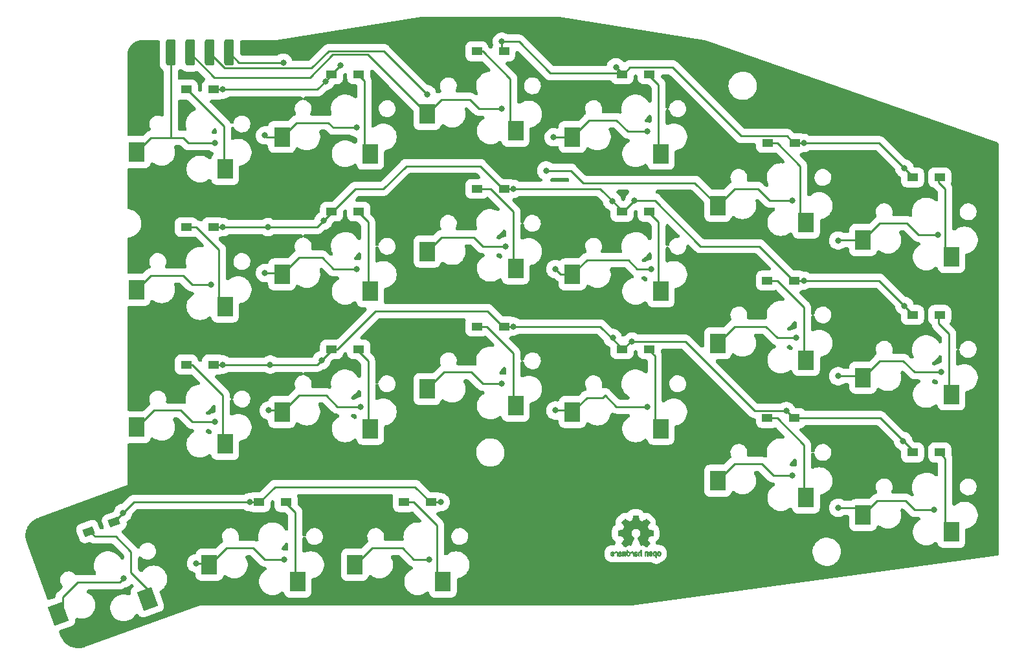
<source format=gbl>
%TF.GenerationSoftware,KiCad,Pcbnew,7.0.2-0*%
%TF.CreationDate,2023-05-24T14:01:04+08:00*%
%TF.ProjectId,Input,496e7075-742e-46b6-9963-61645f706362,1*%
%TF.SameCoordinates,PX7bfa480PY6052340*%
%TF.FileFunction,Copper,L2,Bot*%
%TF.FilePolarity,Positive*%
%FSLAX46Y46*%
G04 Gerber Fmt 4.6, Leading zero omitted, Abs format (unit mm)*
G04 Created by KiCad (PCBNEW 7.0.2-0) date 2023-05-24 14:01:04*
%MOMM*%
%LPD*%
G01*
G04 APERTURE LIST*
G04 Aperture macros list*
%AMRoundRect*
0 Rectangle with rounded corners*
0 $1 Rounding radius*
0 $2 $3 $4 $5 $6 $7 $8 $9 X,Y pos of 4 corners*
0 Add a 4 corners polygon primitive as box body*
4,1,4,$2,$3,$4,$5,$6,$7,$8,$9,$2,$3,0*
0 Add four circle primitives for the rounded corners*
1,1,$1+$1,$2,$3*
1,1,$1+$1,$4,$5*
1,1,$1+$1,$6,$7*
1,1,$1+$1,$8,$9*
0 Add four rect primitives between the rounded corners*
20,1,$1+$1,$2,$3,$4,$5,0*
20,1,$1+$1,$4,$5,$6,$7,0*
20,1,$1+$1,$6,$7,$8,$9,0*
20,1,$1+$1,$8,$9,$2,$3,0*%
%AMRotRect*
0 Rectangle, with rotation*
0 The origin of the aperture is its center*
0 $1 length*
0 $2 width*
0 $3 Rotation angle, in degrees counterclockwise*
0 Add horizontal line*
21,1,$1,$2,0,0,$3*%
G04 Aperture macros list end*
%TA.AperFunction,EtchedComponent*%
%ADD10C,0.010000*%
%TD*%
%TA.AperFunction,ConnectorPad*%
%ADD11RoundRect,0.317500X0.317500X1.397000X-0.317500X1.397000X-0.317500X-1.397000X0.317500X-1.397000X0*%
%TD*%
%TA.AperFunction,SMDPad,CuDef*%
%ADD12R,2.000000X2.600000*%
%TD*%
%TA.AperFunction,SMDPad,CuDef*%
%ADD13R,1.400000X1.000000*%
%TD*%
%TA.AperFunction,SMDPad,CuDef*%
%ADD14RotRect,2.000000X2.600000X20.000000*%
%TD*%
%TA.AperFunction,SMDPad,CuDef*%
%ADD15RotRect,1.400000X1.000000X200.000000*%
%TD*%
%TA.AperFunction,ViaPad*%
%ADD16C,0.800000*%
%TD*%
%TA.AperFunction,Conductor*%
%ADD17C,0.250000*%
%TD*%
G04 APERTURE END LIST*
%TO.C,REF\u002A\u002A*%
D10*
X54482829Y-37951097D02*
X54542753Y-37973355D01*
X54567673Y-37990080D01*
X54592910Y-38014043D01*
X54610912Y-38044526D01*
X54622858Y-38086023D01*
X54629930Y-38143032D01*
X54633308Y-38220047D01*
X54634171Y-38321565D01*
X54634002Y-38374027D01*
X54633153Y-38445715D01*
X54631711Y-38502925D01*
X54629814Y-38540809D01*
X54627597Y-38554514D01*
X54613172Y-38549981D01*
X54584054Y-38537670D01*
X54583181Y-38537272D01*
X54568060Y-38529356D01*
X54557891Y-38518495D01*
X54551691Y-38499471D01*
X54548478Y-38467069D01*
X54547270Y-38416071D01*
X54547086Y-38341261D01*
X54546714Y-38293804D01*
X54542750Y-38204615D01*
X54533673Y-38139287D01*
X54518524Y-38094393D01*
X54496345Y-38066507D01*
X54466175Y-38052203D01*
X54461990Y-38051206D01*
X54405480Y-38050427D01*
X54361410Y-38075744D01*
X54330972Y-38126502D01*
X54325544Y-38141175D01*
X54313171Y-38173649D01*
X54306905Y-38188572D01*
X54294036Y-38186516D01*
X54265933Y-38175357D01*
X54239721Y-38156927D01*
X54227771Y-38122098D01*
X54231336Y-38097151D01*
X54253235Y-38046547D01*
X54288644Y-37999128D01*
X54330052Y-37966334D01*
X54347400Y-37958752D01*
X54413089Y-37946076D01*
X54482829Y-37951097D01*
%TA.AperFunction,EtchedComponent*%
G36*
X54482829Y-37951097D02*
G01*
X54542753Y-37973355D01*
X54567673Y-37990080D01*
X54592910Y-38014043D01*
X54610912Y-38044526D01*
X54622858Y-38086023D01*
X54629930Y-38143032D01*
X54633308Y-38220047D01*
X54634171Y-38321565D01*
X54634002Y-38374027D01*
X54633153Y-38445715D01*
X54631711Y-38502925D01*
X54629814Y-38540809D01*
X54627597Y-38554514D01*
X54613172Y-38549981D01*
X54584054Y-38537670D01*
X54583181Y-38537272D01*
X54568060Y-38529356D01*
X54557891Y-38518495D01*
X54551691Y-38499471D01*
X54548478Y-38467069D01*
X54547270Y-38416071D01*
X54547086Y-38341261D01*
X54546714Y-38293804D01*
X54542750Y-38204615D01*
X54533673Y-38139287D01*
X54518524Y-38094393D01*
X54496345Y-38066507D01*
X54466175Y-38052203D01*
X54461990Y-38051206D01*
X54405480Y-38050427D01*
X54361410Y-38075744D01*
X54330972Y-38126502D01*
X54325544Y-38141175D01*
X54313171Y-38173649D01*
X54306905Y-38188572D01*
X54294036Y-38186516D01*
X54265933Y-38175357D01*
X54239721Y-38156927D01*
X54227771Y-38122098D01*
X54231336Y-38097151D01*
X54253235Y-38046547D01*
X54288644Y-37999128D01*
X54330052Y-37966334D01*
X54347400Y-37958752D01*
X54413089Y-37946076D01*
X54482829Y-37951097D01*
G37*
%TD.AperFunction*%
X58431020Y-37917822D02*
X58498810Y-37949680D01*
X58554366Y-38004770D01*
X58565881Y-38022016D01*
X58575432Y-38041562D01*
X58582206Y-38066198D01*
X58586819Y-38100711D01*
X58589888Y-38149889D01*
X58592029Y-38218519D01*
X58593859Y-38311389D01*
X58598404Y-38569007D01*
X58560225Y-38554491D01*
X58525268Y-38541156D01*
X58499097Y-38528323D01*
X58482013Y-38511780D01*
X58472086Y-38486465D01*
X58467386Y-38447316D01*
X58465982Y-38389268D01*
X58465943Y-38307261D01*
X58465744Y-38241895D01*
X58464559Y-38179173D01*
X58461729Y-38136334D01*
X58456609Y-38108220D01*
X58448553Y-38089675D01*
X58436914Y-38075543D01*
X58408303Y-38055600D01*
X58360239Y-38048083D01*
X58312688Y-38067079D01*
X58309550Y-38069511D01*
X58299769Y-38080748D01*
X58292553Y-38098770D01*
X58287299Y-38128026D01*
X58283402Y-38172962D01*
X58280256Y-38238028D01*
X58277257Y-38327670D01*
X58270000Y-38567697D01*
X58208314Y-38540044D01*
X58146629Y-38512391D01*
X58146629Y-38293246D01*
X58146884Y-38233711D01*
X58149086Y-38150892D01*
X58154661Y-38089227D01*
X58164941Y-38043748D01*
X58181258Y-38009484D01*
X58204943Y-37981466D01*
X58237328Y-37954723D01*
X58283907Y-37927780D01*
X58357287Y-37910191D01*
X58431020Y-37917822D01*
%TA.AperFunction,EtchedComponent*%
G36*
X58431020Y-37917822D02*
G01*
X58498810Y-37949680D01*
X58554366Y-38004770D01*
X58565881Y-38022016D01*
X58575432Y-38041562D01*
X58582206Y-38066198D01*
X58586819Y-38100711D01*
X58589888Y-38149889D01*
X58592029Y-38218519D01*
X58593859Y-38311389D01*
X58598404Y-38569007D01*
X58560225Y-38554491D01*
X58525268Y-38541156D01*
X58499097Y-38528323D01*
X58482013Y-38511780D01*
X58472086Y-38486465D01*
X58467386Y-38447316D01*
X58465982Y-38389268D01*
X58465943Y-38307261D01*
X58465744Y-38241895D01*
X58464559Y-38179173D01*
X58461729Y-38136334D01*
X58456609Y-38108220D01*
X58448553Y-38089675D01*
X58436914Y-38075543D01*
X58408303Y-38055600D01*
X58360239Y-38048083D01*
X58312688Y-38067079D01*
X58309550Y-38069511D01*
X58299769Y-38080748D01*
X58292553Y-38098770D01*
X58287299Y-38128026D01*
X58283402Y-38172962D01*
X58280256Y-38238028D01*
X58277257Y-38327670D01*
X58270000Y-38567697D01*
X58208314Y-38540044D01*
X58146629Y-38512391D01*
X58146629Y-38293246D01*
X58146884Y-38233711D01*
X58149086Y-38150892D01*
X58154661Y-38089227D01*
X58164941Y-38043748D01*
X58181258Y-38009484D01*
X58204943Y-37981466D01*
X58237328Y-37954723D01*
X58283907Y-37927780D01*
X58357287Y-37910191D01*
X58431020Y-37917822D01*
G37*
%TD.AperFunction*%
X56607691Y-37966467D02*
X56612273Y-37969003D01*
X56649704Y-37998057D01*
X56683170Y-38035410D01*
X56689007Y-38043852D01*
X56700165Y-38063553D01*
X56708136Y-38086935D01*
X56713618Y-38119067D01*
X56717307Y-38165019D01*
X56719899Y-38229859D01*
X56722092Y-38318657D01*
X56722402Y-38333669D01*
X56723400Y-38430999D01*
X56721994Y-38499934D01*
X56718164Y-38540948D01*
X56711889Y-38554514D01*
X56692898Y-38550452D01*
X56660638Y-38538144D01*
X56653041Y-38534545D01*
X56641176Y-38526398D01*
X56632994Y-38513004D01*
X56627643Y-38489608D01*
X56624269Y-38451455D01*
X56622019Y-38393790D01*
X56620040Y-38311857D01*
X56619498Y-38287907D01*
X56617403Y-38212266D01*
X56614683Y-38159328D01*
X56610515Y-38124075D01*
X56604079Y-38101487D01*
X56594550Y-38086544D01*
X56581106Y-38074227D01*
X56541305Y-38052634D01*
X56492341Y-38048476D01*
X56448529Y-38064999D01*
X56417008Y-38099210D01*
X56404914Y-38148114D01*
X56404578Y-38161407D01*
X56397972Y-38185472D01*
X56378470Y-38189144D01*
X56340283Y-38174813D01*
X56331438Y-38170217D01*
X56307534Y-38143186D01*
X56307061Y-38102994D01*
X56329836Y-38047409D01*
X56350727Y-38017117D01*
X56404142Y-37974084D01*
X56470074Y-37949755D01*
X56540574Y-37946443D01*
X56607691Y-37966467D01*
%TA.AperFunction,EtchedComponent*%
G36*
X56607691Y-37966467D02*
G01*
X56612273Y-37969003D01*
X56649704Y-37998057D01*
X56683170Y-38035410D01*
X56689007Y-38043852D01*
X56700165Y-38063553D01*
X56708136Y-38086935D01*
X56713618Y-38119067D01*
X56717307Y-38165019D01*
X56719899Y-38229859D01*
X56722092Y-38318657D01*
X56722402Y-38333669D01*
X56723400Y-38430999D01*
X56721994Y-38499934D01*
X56718164Y-38540948D01*
X56711889Y-38554514D01*
X56692898Y-38550452D01*
X56660638Y-38538144D01*
X56653041Y-38534545D01*
X56641176Y-38526398D01*
X56632994Y-38513004D01*
X56627643Y-38489608D01*
X56624269Y-38451455D01*
X56622019Y-38393790D01*
X56620040Y-38311857D01*
X56619498Y-38287907D01*
X56617403Y-38212266D01*
X56614683Y-38159328D01*
X56610515Y-38124075D01*
X56604079Y-38101487D01*
X56594550Y-38086544D01*
X56581106Y-38074227D01*
X56541305Y-38052634D01*
X56492341Y-38048476D01*
X56448529Y-38064999D01*
X56417008Y-38099210D01*
X56404914Y-38148114D01*
X56404578Y-38161407D01*
X56397972Y-38185472D01*
X56378470Y-38189144D01*
X56340283Y-38174813D01*
X56331438Y-38170217D01*
X56307534Y-38143186D01*
X56307061Y-38102994D01*
X56329836Y-38047409D01*
X56350727Y-38017117D01*
X56404142Y-37974084D01*
X56470074Y-37949755D01*
X56540574Y-37946443D01*
X56607691Y-37966467D01*
G37*
%TD.AperFunction*%
X57678543Y-37749444D02*
X57725714Y-37769342D01*
X57725714Y-38166509D01*
X57725519Y-38269498D01*
X57724998Y-38362141D01*
X57724199Y-38440700D01*
X57723172Y-38501439D01*
X57721963Y-38540623D01*
X57720623Y-38554514D01*
X57720099Y-38554468D01*
X57702287Y-38549420D01*
X57669823Y-38538580D01*
X57624114Y-38522646D01*
X57624114Y-38318173D01*
X57623824Y-38237832D01*
X57622474Y-38179562D01*
X57619369Y-38139909D01*
X57613812Y-38113618D01*
X57605107Y-38095436D01*
X57592556Y-38080107D01*
X57583999Y-38071955D01*
X57537728Y-38049375D01*
X57486728Y-38051375D01*
X57439993Y-38078073D01*
X57433189Y-38084698D01*
X57422293Y-38098456D01*
X57414836Y-38116642D01*
X57410169Y-38144177D01*
X57407642Y-38185981D01*
X57406602Y-38246973D01*
X57406400Y-38332073D01*
X57406303Y-38375234D01*
X57405674Y-38446224D01*
X57404556Y-38503076D01*
X57403063Y-38540828D01*
X57401309Y-38554514D01*
X57400785Y-38554468D01*
X57382973Y-38549420D01*
X57350509Y-38538580D01*
X57304800Y-38522646D01*
X57304823Y-38317237D01*
X57304857Y-38298951D01*
X57306778Y-38203626D01*
X57312678Y-38131543D01*
X57324001Y-38077813D01*
X57342187Y-38037549D01*
X57368679Y-38005861D01*
X57404918Y-37977861D01*
X57440263Y-37960333D01*
X57496773Y-37946785D01*
X57552356Y-37946015D01*
X57595086Y-37959195D01*
X57598298Y-37961015D01*
X57608205Y-37960820D01*
X57614975Y-37945572D01*
X57619861Y-37910613D01*
X57624114Y-37851289D01*
X57631371Y-37729547D01*
X57678543Y-37749444D01*
%TA.AperFunction,EtchedComponent*%
G36*
X57678543Y-37749444D02*
G01*
X57725714Y-37769342D01*
X57725714Y-38166509D01*
X57725519Y-38269498D01*
X57724998Y-38362141D01*
X57724199Y-38440700D01*
X57723172Y-38501439D01*
X57721963Y-38540623D01*
X57720623Y-38554514D01*
X57720099Y-38554468D01*
X57702287Y-38549420D01*
X57669823Y-38538580D01*
X57624114Y-38522646D01*
X57624114Y-38318173D01*
X57623824Y-38237832D01*
X57622474Y-38179562D01*
X57619369Y-38139909D01*
X57613812Y-38113618D01*
X57605107Y-38095436D01*
X57592556Y-38080107D01*
X57583999Y-38071955D01*
X57537728Y-38049375D01*
X57486728Y-38051375D01*
X57439993Y-38078073D01*
X57433189Y-38084698D01*
X57422293Y-38098456D01*
X57414836Y-38116642D01*
X57410169Y-38144177D01*
X57407642Y-38185981D01*
X57406602Y-38246973D01*
X57406400Y-38332073D01*
X57406303Y-38375234D01*
X57405674Y-38446224D01*
X57404556Y-38503076D01*
X57403063Y-38540828D01*
X57401309Y-38554514D01*
X57400785Y-38554468D01*
X57382973Y-38549420D01*
X57350509Y-38538580D01*
X57304800Y-38522646D01*
X57304823Y-38317237D01*
X57304857Y-38298951D01*
X57306778Y-38203626D01*
X57312678Y-38131543D01*
X57324001Y-38077813D01*
X57342187Y-38037549D01*
X57368679Y-38005861D01*
X57404918Y-37977861D01*
X57440263Y-37960333D01*
X57496773Y-37946785D01*
X57552356Y-37946015D01*
X57595086Y-37959195D01*
X57598298Y-37961015D01*
X57608205Y-37960820D01*
X57614975Y-37945572D01*
X57619861Y-37910613D01*
X57624114Y-37851289D01*
X57631371Y-37729547D01*
X57678543Y-37749444D01*
G37*
%TD.AperFunction*%
X55653941Y-37949282D02*
X55685774Y-37961758D01*
X55722743Y-37978602D01*
X55722743Y-38465196D01*
X55676812Y-38511127D01*
X55666320Y-38521427D01*
X55637255Y-38544320D01*
X55607943Y-38551735D01*
X55564326Y-38548321D01*
X55546568Y-38546114D01*
X55500767Y-38541445D01*
X55468743Y-38539585D01*
X55459244Y-38539869D01*
X55420274Y-38542948D01*
X55373160Y-38548321D01*
X55358085Y-38550168D01*
X55320110Y-38550893D01*
X55292325Y-38539429D01*
X55260674Y-38511127D01*
X55214743Y-38465196D01*
X55214743Y-38205055D01*
X55215101Y-38128180D01*
X55216216Y-38054886D01*
X55217952Y-37996850D01*
X55220167Y-37958663D01*
X55222721Y-37944914D01*
X55223256Y-37944951D01*
X55241808Y-37951793D01*
X55273153Y-37966868D01*
X55315608Y-37988822D01*
X55319604Y-38217240D01*
X55323600Y-38445657D01*
X55410686Y-38445657D01*
X55414657Y-38195286D01*
X55415916Y-38127227D01*
X55417718Y-38054482D01*
X55419671Y-37996730D01*
X55421612Y-37958648D01*
X55423377Y-37944914D01*
X55423885Y-37944962D01*
X55441482Y-37950015D01*
X55473834Y-37960849D01*
X55519543Y-37976783D01*
X55519765Y-38196706D01*
X55519988Y-38234909D01*
X55521531Y-38309146D01*
X55524292Y-38371145D01*
X55527977Y-38415308D01*
X55532292Y-38436041D01*
X55547732Y-38447131D01*
X55579241Y-38450556D01*
X55613886Y-38445657D01*
X55617857Y-38195286D01*
X55619278Y-38131663D01*
X55622225Y-38056356D01*
X55626079Y-37997286D01*
X55630542Y-37958718D01*
X55635317Y-37944914D01*
X55653941Y-37949282D01*
%TA.AperFunction,EtchedComponent*%
G36*
X55653941Y-37949282D02*
G01*
X55685774Y-37961758D01*
X55722743Y-37978602D01*
X55722743Y-38465196D01*
X55676812Y-38511127D01*
X55666320Y-38521427D01*
X55637255Y-38544320D01*
X55607943Y-38551735D01*
X55564326Y-38548321D01*
X55546568Y-38546114D01*
X55500767Y-38541445D01*
X55468743Y-38539585D01*
X55459244Y-38539869D01*
X55420274Y-38542948D01*
X55373160Y-38548321D01*
X55358085Y-38550168D01*
X55320110Y-38550893D01*
X55292325Y-38539429D01*
X55260674Y-38511127D01*
X55214743Y-38465196D01*
X55214743Y-38205055D01*
X55215101Y-38128180D01*
X55216216Y-38054886D01*
X55217952Y-37996850D01*
X55220167Y-37958663D01*
X55222721Y-37944914D01*
X55223256Y-37944951D01*
X55241808Y-37951793D01*
X55273153Y-37966868D01*
X55315608Y-37988822D01*
X55319604Y-38217240D01*
X55323600Y-38445657D01*
X55410686Y-38445657D01*
X55414657Y-38195286D01*
X55415916Y-38127227D01*
X55417718Y-38054482D01*
X55419671Y-37996730D01*
X55421612Y-37958648D01*
X55423377Y-37944914D01*
X55423885Y-37944962D01*
X55441482Y-37950015D01*
X55473834Y-37960849D01*
X55519543Y-37976783D01*
X55519765Y-38196706D01*
X55519988Y-38234909D01*
X55521531Y-38309146D01*
X55524292Y-38371145D01*
X55527977Y-38415308D01*
X55532292Y-38436041D01*
X55547732Y-38447131D01*
X55579241Y-38450556D01*
X55613886Y-38445657D01*
X55617857Y-38195286D01*
X55619278Y-38131663D01*
X55622225Y-38056356D01*
X55626079Y-37997286D01*
X55630542Y-37958718D01*
X55635317Y-37944914D01*
X55653941Y-37949282D01*
G37*
%TD.AperFunction*%
X60265714Y-38235200D02*
X60265701Y-38250935D01*
X60264914Y-38321119D01*
X60262210Y-38370022D01*
X60256606Y-38404178D01*
X60247119Y-38430124D01*
X60232768Y-38454397D01*
X60229237Y-38459433D01*
X60191878Y-38499143D01*
X60149311Y-38529092D01*
X60127452Y-38538810D01*
X60048908Y-38555020D01*
X59971231Y-38544535D01*
X59899645Y-38508707D01*
X59839374Y-38448887D01*
X59834286Y-38440873D01*
X59817730Y-38394342D01*
X59806573Y-38329552D01*
X59801160Y-38254727D01*
X59801768Y-38185513D01*
X59948248Y-38185513D01*
X59949402Y-38281399D01*
X59949866Y-38287569D01*
X59956629Y-38340478D01*
X59968671Y-38374029D01*
X59989005Y-38397016D01*
X60023097Y-38418548D01*
X60056814Y-38419680D01*
X60091543Y-38394857D01*
X60097584Y-38388325D01*
X60109417Y-38368779D01*
X60116404Y-38340386D01*
X60119727Y-38296430D01*
X60120571Y-38230192D01*
X60119125Y-38168150D01*
X60111907Y-38109042D01*
X60097006Y-38071686D01*
X60072636Y-38052152D01*
X60037008Y-38046514D01*
X60023440Y-38047635D01*
X59985430Y-38068194D01*
X59960312Y-38114299D01*
X59948248Y-38185513D01*
X59801768Y-38185513D01*
X59801833Y-38178096D01*
X59808937Y-38107882D01*
X59822815Y-38052312D01*
X59840649Y-38015301D01*
X59890855Y-37957733D01*
X59958885Y-37921962D01*
X60042158Y-37909665D01*
X60064398Y-37910331D01*
X60129891Y-37923947D01*
X60183687Y-37958249D01*
X60233057Y-38017338D01*
X60235995Y-38021722D01*
X60249287Y-38045299D01*
X60257932Y-38071949D01*
X60262904Y-38108159D01*
X60265174Y-38160413D01*
X60265678Y-38230192D01*
X60265714Y-38235200D01*
%TA.AperFunction,EtchedComponent*%
G36*
X60265714Y-38235200D02*
G01*
X60265701Y-38250935D01*
X60264914Y-38321119D01*
X60262210Y-38370022D01*
X60256606Y-38404178D01*
X60247119Y-38430124D01*
X60232768Y-38454397D01*
X60229237Y-38459433D01*
X60191878Y-38499143D01*
X60149311Y-38529092D01*
X60127452Y-38538810D01*
X60048908Y-38555020D01*
X59971231Y-38544535D01*
X59899645Y-38508707D01*
X59839374Y-38448887D01*
X59834286Y-38440873D01*
X59817730Y-38394342D01*
X59806573Y-38329552D01*
X59801160Y-38254727D01*
X59801768Y-38185513D01*
X59948248Y-38185513D01*
X59949402Y-38281399D01*
X59949866Y-38287569D01*
X59956629Y-38340478D01*
X59968671Y-38374029D01*
X59989005Y-38397016D01*
X60023097Y-38418548D01*
X60056814Y-38419680D01*
X60091543Y-38394857D01*
X60097584Y-38388325D01*
X60109417Y-38368779D01*
X60116404Y-38340386D01*
X60119727Y-38296430D01*
X60120571Y-38230192D01*
X60119125Y-38168150D01*
X60111907Y-38109042D01*
X60097006Y-38071686D01*
X60072636Y-38052152D01*
X60037008Y-38046514D01*
X60023440Y-38047635D01*
X59985430Y-38068194D01*
X59960312Y-38114299D01*
X59948248Y-38185513D01*
X59801768Y-38185513D01*
X59801833Y-38178096D01*
X59808937Y-38107882D01*
X59822815Y-38052312D01*
X59840649Y-38015301D01*
X59890855Y-37957733D01*
X59958885Y-37921962D01*
X60042158Y-37909665D01*
X60064398Y-37910331D01*
X60129891Y-37923947D01*
X60183687Y-37958249D01*
X60233057Y-38017338D01*
X60235995Y-38021722D01*
X60249287Y-38045299D01*
X60257932Y-38071949D01*
X60262904Y-38108159D01*
X60265174Y-38160413D01*
X60265678Y-38230192D01*
X60265714Y-38235200D01*
G37*
%TD.AperFunction*%
X54140590Y-38252622D02*
X54140307Y-38291305D01*
X54136762Y-38367521D01*
X54127483Y-38423294D01*
X54110375Y-38464613D01*
X54083344Y-38497467D01*
X54044292Y-38527846D01*
X54019445Y-38541660D01*
X53979615Y-38550965D01*
X53923665Y-38550230D01*
X53892385Y-38547283D01*
X53854653Y-38538283D01*
X53824494Y-38518720D01*
X53789408Y-38482267D01*
X53784720Y-38476943D01*
X53753177Y-38435969D01*
X53738128Y-38400283D01*
X53734286Y-38357966D01*
X53734286Y-38295779D01*
X53777742Y-38312182D01*
X53809424Y-38331356D01*
X53836962Y-38376347D01*
X53842711Y-38390752D01*
X53874855Y-38431546D01*
X53918611Y-38452081D01*
X53966254Y-38450235D01*
X54010057Y-38423886D01*
X54025111Y-38407455D01*
X54038763Y-38382667D01*
X54034493Y-38360144D01*
X54009916Y-38336964D01*
X53962651Y-38310202D01*
X53890314Y-38276934D01*
X53741543Y-38211816D01*
X53737595Y-38147308D01*
X53739079Y-38106220D01*
X53836010Y-38106220D01*
X53843368Y-38131657D01*
X53876848Y-38158814D01*
X53937614Y-38189714D01*
X53947669Y-38194190D01*
X53995751Y-38215017D01*
X54031726Y-38229665D01*
X54048444Y-38235200D01*
X54050977Y-38231126D01*
X54051993Y-38206247D01*
X54048369Y-38166257D01*
X54039242Y-38127152D01*
X54010773Y-38077884D01*
X53969678Y-38050122D01*
X53920590Y-38046364D01*
X53868144Y-38069109D01*
X53853609Y-38080481D01*
X53836010Y-38106220D01*
X53739079Y-38106220D01*
X53739338Y-38099064D01*
X53761281Y-38038096D01*
X53788979Y-38004497D01*
X53846405Y-37966966D01*
X53914527Y-37948006D01*
X53984947Y-37949507D01*
X54049267Y-37973355D01*
X54063426Y-37982513D01*
X54095904Y-38010849D01*
X54118116Y-38046695D01*
X54131804Y-38095384D01*
X54138715Y-38162249D01*
X54139628Y-38206247D01*
X54140590Y-38252622D01*
%TA.AperFunction,EtchedComponent*%
G36*
X54140590Y-38252622D02*
G01*
X54140307Y-38291305D01*
X54136762Y-38367521D01*
X54127483Y-38423294D01*
X54110375Y-38464613D01*
X54083344Y-38497467D01*
X54044292Y-38527846D01*
X54019445Y-38541660D01*
X53979615Y-38550965D01*
X53923665Y-38550230D01*
X53892385Y-38547283D01*
X53854653Y-38538283D01*
X53824494Y-38518720D01*
X53789408Y-38482267D01*
X53784720Y-38476943D01*
X53753177Y-38435969D01*
X53738128Y-38400283D01*
X53734286Y-38357966D01*
X53734286Y-38295779D01*
X53777742Y-38312182D01*
X53809424Y-38331356D01*
X53836962Y-38376347D01*
X53842711Y-38390752D01*
X53874855Y-38431546D01*
X53918611Y-38452081D01*
X53966254Y-38450235D01*
X54010057Y-38423886D01*
X54025111Y-38407455D01*
X54038763Y-38382667D01*
X54034493Y-38360144D01*
X54009916Y-38336964D01*
X53962651Y-38310202D01*
X53890314Y-38276934D01*
X53741543Y-38211816D01*
X53737595Y-38147308D01*
X53739079Y-38106220D01*
X53836010Y-38106220D01*
X53843368Y-38131657D01*
X53876848Y-38158814D01*
X53937614Y-38189714D01*
X53947669Y-38194190D01*
X53995751Y-38215017D01*
X54031726Y-38229665D01*
X54048444Y-38235200D01*
X54050977Y-38231126D01*
X54051993Y-38206247D01*
X54048369Y-38166257D01*
X54039242Y-38127152D01*
X54010773Y-38077884D01*
X53969678Y-38050122D01*
X53920590Y-38046364D01*
X53868144Y-38069109D01*
X53853609Y-38080481D01*
X53836010Y-38106220D01*
X53739079Y-38106220D01*
X53739338Y-38099064D01*
X53761281Y-38038096D01*
X53788979Y-38004497D01*
X53846405Y-37966966D01*
X53914527Y-37948006D01*
X53984947Y-37949507D01*
X54049267Y-37973355D01*
X54063426Y-37982513D01*
X54095904Y-38010849D01*
X54118116Y-38046695D01*
X54131804Y-38095384D01*
X54138715Y-38162249D01*
X54139628Y-38206247D01*
X54140590Y-38252622D01*
G37*
%TD.AperFunction*%
X56230698Y-38249714D02*
X56229537Y-38306313D01*
X56221345Y-38383462D01*
X56203519Y-38441276D01*
X56173975Y-38485422D01*
X56130625Y-38521568D01*
X56089332Y-38542463D01*
X56019987Y-38554090D01*
X55950736Y-38541377D01*
X55888145Y-38505945D01*
X55838779Y-38449418D01*
X55832818Y-38438995D01*
X55824945Y-38420733D01*
X55819106Y-38397429D01*
X55814999Y-38365085D01*
X55812325Y-38319704D01*
X55810781Y-38257287D01*
X55810734Y-38251748D01*
X55911429Y-38251748D01*
X55911772Y-38304577D01*
X55913942Y-38352362D01*
X55919307Y-38383209D01*
X55929217Y-38403935D01*
X55945021Y-38421356D01*
X55948724Y-38424705D01*
X55996299Y-38449419D01*
X56046635Y-38446890D01*
X56093517Y-38417288D01*
X56107477Y-38401953D01*
X56119160Y-38381622D01*
X56125686Y-38353514D01*
X56128524Y-38310550D01*
X56129143Y-38245647D01*
X56128837Y-38196122D01*
X56126722Y-38147782D01*
X56121390Y-38116587D01*
X56111460Y-38095647D01*
X56095550Y-38078073D01*
X56086204Y-38070159D01*
X56037776Y-38048843D01*
X55987040Y-38052198D01*
X55942987Y-38080107D01*
X55933504Y-38091173D01*
X55921939Y-38112009D01*
X55915252Y-38141106D01*
X55912173Y-38185381D01*
X55911429Y-38251748D01*
X55810734Y-38251748D01*
X55810067Y-38173837D01*
X55809883Y-38065358D01*
X55809829Y-37728601D01*
X55857000Y-37748362D01*
X55869472Y-37753770D01*
X55889324Y-37765985D01*
X55900687Y-37784482D01*
X55906933Y-37816829D01*
X55911429Y-37870593D01*
X55915535Y-37918866D01*
X55920963Y-37950557D01*
X55928739Y-37962383D01*
X55940457Y-37959212D01*
X55970318Y-37948067D01*
X56023684Y-37945304D01*
X56081093Y-37955625D01*
X56130625Y-37977861D01*
X56157876Y-37998443D01*
X56192865Y-38038600D01*
X56215274Y-38090086D01*
X56227190Y-38158568D01*
X56230542Y-38245647D01*
X56230698Y-38249714D01*
%TA.AperFunction,EtchedComponent*%
G36*
X56230698Y-38249714D02*
G01*
X56229537Y-38306313D01*
X56221345Y-38383462D01*
X56203519Y-38441276D01*
X56173975Y-38485422D01*
X56130625Y-38521568D01*
X56089332Y-38542463D01*
X56019987Y-38554090D01*
X55950736Y-38541377D01*
X55888145Y-38505945D01*
X55838779Y-38449418D01*
X55832818Y-38438995D01*
X55824945Y-38420733D01*
X55819106Y-38397429D01*
X55814999Y-38365085D01*
X55812325Y-38319704D01*
X55810781Y-38257287D01*
X55810734Y-38251748D01*
X55911429Y-38251748D01*
X55911772Y-38304577D01*
X55913942Y-38352362D01*
X55919307Y-38383209D01*
X55929217Y-38403935D01*
X55945021Y-38421356D01*
X55948724Y-38424705D01*
X55996299Y-38449419D01*
X56046635Y-38446890D01*
X56093517Y-38417288D01*
X56107477Y-38401953D01*
X56119160Y-38381622D01*
X56125686Y-38353514D01*
X56128524Y-38310550D01*
X56129143Y-38245647D01*
X56128837Y-38196122D01*
X56126722Y-38147782D01*
X56121390Y-38116587D01*
X56111460Y-38095647D01*
X56095550Y-38078073D01*
X56086204Y-38070159D01*
X56037776Y-38048843D01*
X55987040Y-38052198D01*
X55942987Y-38080107D01*
X55933504Y-38091173D01*
X55921939Y-38112009D01*
X55915252Y-38141106D01*
X55912173Y-38185381D01*
X55911429Y-38251748D01*
X55810734Y-38251748D01*
X55810067Y-38173837D01*
X55809883Y-38065358D01*
X55809829Y-37728601D01*
X55857000Y-37748362D01*
X55869472Y-37753770D01*
X55889324Y-37765985D01*
X55900687Y-37784482D01*
X55906933Y-37816829D01*
X55911429Y-37870593D01*
X55915535Y-37918866D01*
X55920963Y-37950557D01*
X55928739Y-37962383D01*
X55940457Y-37959212D01*
X55970318Y-37948067D01*
X56023684Y-37945304D01*
X56081093Y-37955625D01*
X56130625Y-37977861D01*
X56157876Y-37998443D01*
X56192865Y-38038600D01*
X56215274Y-38090086D01*
X56227190Y-38158568D01*
X56230542Y-38245647D01*
X56230698Y-38249714D01*
G37*
%TD.AperFunction*%
X59162299Y-38194055D02*
X59157684Y-38304078D01*
X59155078Y-38327387D01*
X59135660Y-38410352D01*
X59100573Y-38473448D01*
X59047212Y-38521808D01*
X59044196Y-38523804D01*
X58976362Y-38552185D01*
X58905535Y-38554711D01*
X58837289Y-38533097D01*
X58777196Y-38489062D01*
X58730829Y-38424322D01*
X58730050Y-38422761D01*
X58714643Y-38382558D01*
X58703357Y-38336866D01*
X58697370Y-38293972D01*
X58697861Y-38262160D01*
X58706007Y-38249714D01*
X58713244Y-38250471D01*
X58747851Y-38264235D01*
X58787078Y-38289546D01*
X58820448Y-38318845D01*
X58837483Y-38344572D01*
X58855192Y-38379471D01*
X58891485Y-38411212D01*
X58933630Y-38423886D01*
X58949077Y-38420221D01*
X58979569Y-38401774D01*
X59006128Y-38376166D01*
X59017486Y-38352934D01*
X59017482Y-38352848D01*
X59004596Y-38342179D01*
X58970241Y-38322933D01*
X58919593Y-38297813D01*
X58857829Y-38269524D01*
X58857489Y-38269374D01*
X58790388Y-38239498D01*
X58745411Y-38217973D01*
X58718145Y-38201437D01*
X58704178Y-38186531D01*
X58699097Y-38169893D01*
X58698490Y-38148162D01*
X58702712Y-38107013D01*
X58846000Y-38107013D01*
X58860791Y-38119949D01*
X58897644Y-38139333D01*
X58898725Y-38139881D01*
X58942205Y-38160587D01*
X58981102Y-38177105D01*
X59005778Y-38184093D01*
X59015676Y-38174753D01*
X59017486Y-38142748D01*
X59009966Y-38102915D01*
X58983897Y-38066717D01*
X58946154Y-38047950D01*
X58904077Y-38049845D01*
X58865005Y-38075632D01*
X58849647Y-38093451D01*
X58846000Y-38107013D01*
X58702712Y-38107013D01*
X58703833Y-38096086D01*
X58730251Y-38025335D01*
X58774473Y-37969735D01*
X58831697Y-37931239D01*
X58897120Y-37911797D01*
X58965937Y-37913359D01*
X59033347Y-37937878D01*
X59094544Y-37987302D01*
X59128450Y-38036212D01*
X59152806Y-38106027D01*
X59156767Y-38142748D01*
X59162299Y-38194055D01*
%TA.AperFunction,EtchedComponent*%
G36*
X59162299Y-38194055D02*
G01*
X59157684Y-38304078D01*
X59155078Y-38327387D01*
X59135660Y-38410352D01*
X59100573Y-38473448D01*
X59047212Y-38521808D01*
X59044196Y-38523804D01*
X58976362Y-38552185D01*
X58905535Y-38554711D01*
X58837289Y-38533097D01*
X58777196Y-38489062D01*
X58730829Y-38424322D01*
X58730050Y-38422761D01*
X58714643Y-38382558D01*
X58703357Y-38336866D01*
X58697370Y-38293972D01*
X58697861Y-38262160D01*
X58706007Y-38249714D01*
X58713244Y-38250471D01*
X58747851Y-38264235D01*
X58787078Y-38289546D01*
X58820448Y-38318845D01*
X58837483Y-38344572D01*
X58855192Y-38379471D01*
X58891485Y-38411212D01*
X58933630Y-38423886D01*
X58949077Y-38420221D01*
X58979569Y-38401774D01*
X59006128Y-38376166D01*
X59017486Y-38352934D01*
X59017482Y-38352848D01*
X59004596Y-38342179D01*
X58970241Y-38322933D01*
X58919593Y-38297813D01*
X58857829Y-38269524D01*
X58857489Y-38269374D01*
X58790388Y-38239498D01*
X58745411Y-38217973D01*
X58718145Y-38201437D01*
X58704178Y-38186531D01*
X58699097Y-38169893D01*
X58698490Y-38148162D01*
X58702712Y-38107013D01*
X58846000Y-38107013D01*
X58860791Y-38119949D01*
X58897644Y-38139333D01*
X58898725Y-38139881D01*
X58942205Y-38160587D01*
X58981102Y-38177105D01*
X59005778Y-38184093D01*
X59015676Y-38174753D01*
X59017486Y-38142748D01*
X59009966Y-38102915D01*
X58983897Y-38066717D01*
X58946154Y-38047950D01*
X58904077Y-38049845D01*
X58865005Y-38075632D01*
X58849647Y-38093451D01*
X58846000Y-38107013D01*
X58702712Y-38107013D01*
X58703833Y-38096086D01*
X58730251Y-38025335D01*
X58774473Y-37969735D01*
X58831697Y-37931239D01*
X58897120Y-37911797D01*
X58965937Y-37913359D01*
X59033347Y-37937878D01*
X59094544Y-37987302D01*
X59128450Y-38036212D01*
X59152806Y-38106027D01*
X59156767Y-38142748D01*
X59162299Y-38194055D01*
G37*
%TD.AperFunction*%
X57089483Y-37960569D02*
X57139376Y-37989661D01*
X57161325Y-38012327D01*
X57203504Y-38080082D01*
X57217714Y-38153950D01*
X57217714Y-38204770D01*
X57170999Y-38185128D01*
X57138692Y-38165308D01*
X57113231Y-38124160D01*
X57110616Y-38115675D01*
X57082478Y-38072451D01*
X57040067Y-38049103D01*
X56991370Y-38048100D01*
X56944373Y-38071914D01*
X56937357Y-38078056D01*
X56913893Y-38104745D01*
X56910019Y-38128014D01*
X56927768Y-38150862D01*
X56969179Y-38176287D01*
X57036286Y-38207288D01*
X57040824Y-38209252D01*
X57115322Y-38243990D01*
X57166203Y-38274763D01*
X57197525Y-38305488D01*
X57213343Y-38340082D01*
X57217714Y-38382462D01*
X57211986Y-38429446D01*
X57183062Y-38489585D01*
X57132178Y-38532788D01*
X57095374Y-38545759D01*
X57043434Y-38552856D01*
X56992999Y-38551340D01*
X56956983Y-38540632D01*
X56953158Y-38537966D01*
X56942998Y-38519337D01*
X56950048Y-38486505D01*
X56962297Y-38460735D01*
X56981939Y-38450006D01*
X57019191Y-38450539D01*
X57070908Y-38447462D01*
X57104701Y-38426212D01*
X57116114Y-38386877D01*
X57116104Y-38385747D01*
X57109187Y-38362913D01*
X57085659Y-38341963D01*
X57039914Y-38317815D01*
X56977704Y-38288741D01*
X56936499Y-38272925D01*
X56912712Y-38273944D01*
X56901597Y-38294837D01*
X56898408Y-38338641D01*
X56898400Y-38408393D01*
X56898044Y-38451452D01*
X56896413Y-38504626D01*
X56893761Y-38541022D01*
X56890422Y-38554514D01*
X56889530Y-38554423D01*
X56870237Y-38547110D01*
X56838284Y-38531678D01*
X56794124Y-38508842D01*
X56799371Y-38303078D01*
X56799736Y-38289432D01*
X56803904Y-38193651D01*
X56811268Y-38121462D01*
X56823330Y-38068058D01*
X56841593Y-38028633D01*
X56867560Y-37998380D01*
X56902733Y-37972493D01*
X56903384Y-37972087D01*
X56960256Y-37950968D01*
X57026033Y-37947400D01*
X57089483Y-37960569D01*
%TA.AperFunction,EtchedComponent*%
G36*
X57089483Y-37960569D02*
G01*
X57139376Y-37989661D01*
X57161325Y-38012327D01*
X57203504Y-38080082D01*
X57217714Y-38153950D01*
X57217714Y-38204770D01*
X57170999Y-38185128D01*
X57138692Y-38165308D01*
X57113231Y-38124160D01*
X57110616Y-38115675D01*
X57082478Y-38072451D01*
X57040067Y-38049103D01*
X56991370Y-38048100D01*
X56944373Y-38071914D01*
X56937357Y-38078056D01*
X56913893Y-38104745D01*
X56910019Y-38128014D01*
X56927768Y-38150862D01*
X56969179Y-38176287D01*
X57036286Y-38207288D01*
X57040824Y-38209252D01*
X57115322Y-38243990D01*
X57166203Y-38274763D01*
X57197525Y-38305488D01*
X57213343Y-38340082D01*
X57217714Y-38382462D01*
X57211986Y-38429446D01*
X57183062Y-38489585D01*
X57132178Y-38532788D01*
X57095374Y-38545759D01*
X57043434Y-38552856D01*
X56992999Y-38551340D01*
X56956983Y-38540632D01*
X56953158Y-38537966D01*
X56942998Y-38519337D01*
X56950048Y-38486505D01*
X56962297Y-38460735D01*
X56981939Y-38450006D01*
X57019191Y-38450539D01*
X57070908Y-38447462D01*
X57104701Y-38426212D01*
X57116114Y-38386877D01*
X57116104Y-38385747D01*
X57109187Y-38362913D01*
X57085659Y-38341963D01*
X57039914Y-38317815D01*
X56977704Y-38288741D01*
X56936499Y-38272925D01*
X56912712Y-38273944D01*
X56901597Y-38294837D01*
X56898408Y-38338641D01*
X56898400Y-38408393D01*
X56898044Y-38451452D01*
X56896413Y-38504626D01*
X56893761Y-38541022D01*
X56890422Y-38554514D01*
X56889530Y-38554423D01*
X56870237Y-38547110D01*
X56838284Y-38531678D01*
X56794124Y-38508842D01*
X56799371Y-38303078D01*
X56799736Y-38289432D01*
X56803904Y-38193651D01*
X56811268Y-38121462D01*
X56823330Y-38068058D01*
X56841593Y-38028633D01*
X56867560Y-37998380D01*
X56902733Y-37972493D01*
X56903384Y-37972087D01*
X56960256Y-37950968D01*
X57026033Y-37947400D01*
X57089483Y-37960569D01*
G37*
%TD.AperFunction*%
X59709815Y-38301524D02*
X59711252Y-38413000D01*
X59711651Y-38445339D01*
X59712929Y-38553455D01*
X59713185Y-38636186D01*
X59711634Y-38696426D01*
X59707490Y-38737073D01*
X59699964Y-38761023D01*
X59688271Y-38771171D01*
X59671624Y-38770414D01*
X59649236Y-38761648D01*
X59620321Y-38747769D01*
X59614142Y-38744808D01*
X59588413Y-38730311D01*
X59574976Y-38713065D01*
X59569834Y-38684308D01*
X59568990Y-38635283D01*
X59568952Y-38547257D01*
X59478276Y-38547257D01*
X59422498Y-38544815D01*
X59378640Y-38534908D01*
X59342218Y-38514886D01*
X59339503Y-38512929D01*
X59302546Y-38479869D01*
X59276826Y-38439931D01*
X59260606Y-38387657D01*
X59252148Y-38317588D01*
X59250083Y-38238430D01*
X59394857Y-38238430D01*
X59394882Y-38251697D01*
X59396261Y-38311584D01*
X59400687Y-38350732D01*
X59409461Y-38376153D01*
X59423886Y-38394857D01*
X59424784Y-38395750D01*
X59460237Y-38419952D01*
X59494596Y-38417567D01*
X59533403Y-38388260D01*
X59542895Y-38378244D01*
X59556876Y-38357708D01*
X59564760Y-38330997D01*
X59568245Y-38290499D01*
X59569029Y-38228603D01*
X59568350Y-38191130D01*
X59560983Y-38122980D01*
X59544168Y-38078330D01*
X59516234Y-38053926D01*
X59475509Y-38046514D01*
X59458350Y-38048094D01*
X59428660Y-38063766D01*
X59409031Y-38098691D01*
X59398188Y-38155901D01*
X59394857Y-38238430D01*
X59250083Y-38238430D01*
X59249714Y-38224267D01*
X59250253Y-38156169D01*
X59252707Y-38104587D01*
X59258158Y-38068816D01*
X59267686Y-38042015D01*
X59282371Y-38017338D01*
X59295852Y-37998480D01*
X59344799Y-37947568D01*
X59400256Y-37919918D01*
X59469928Y-37911165D01*
X59549664Y-37919890D01*
X59618595Y-37951185D01*
X59673113Y-38006381D01*
X59677223Y-38012224D01*
X59686808Y-38027753D01*
X59694151Y-38045498D01*
X59699612Y-38069290D01*
X59703550Y-38102958D01*
X59706323Y-38150333D01*
X59708292Y-38215245D01*
X59708528Y-38228603D01*
X59709815Y-38301524D01*
%TA.AperFunction,EtchedComponent*%
G36*
X59709815Y-38301524D02*
G01*
X59711252Y-38413000D01*
X59711651Y-38445339D01*
X59712929Y-38553455D01*
X59713185Y-38636186D01*
X59711634Y-38696426D01*
X59707490Y-38737073D01*
X59699964Y-38761023D01*
X59688271Y-38771171D01*
X59671624Y-38770414D01*
X59649236Y-38761648D01*
X59620321Y-38747769D01*
X59614142Y-38744808D01*
X59588413Y-38730311D01*
X59574976Y-38713065D01*
X59569834Y-38684308D01*
X59568990Y-38635283D01*
X59568952Y-38547257D01*
X59478276Y-38547257D01*
X59422498Y-38544815D01*
X59378640Y-38534908D01*
X59342218Y-38514886D01*
X59339503Y-38512929D01*
X59302546Y-38479869D01*
X59276826Y-38439931D01*
X59260606Y-38387657D01*
X59252148Y-38317588D01*
X59250083Y-38238430D01*
X59394857Y-38238430D01*
X59394882Y-38251697D01*
X59396261Y-38311584D01*
X59400687Y-38350732D01*
X59409461Y-38376153D01*
X59423886Y-38394857D01*
X59424784Y-38395750D01*
X59460237Y-38419952D01*
X59494596Y-38417567D01*
X59533403Y-38388260D01*
X59542895Y-38378244D01*
X59556876Y-38357708D01*
X59564760Y-38330997D01*
X59568245Y-38290499D01*
X59569029Y-38228603D01*
X59568350Y-38191130D01*
X59560983Y-38122980D01*
X59544168Y-38078330D01*
X59516234Y-38053926D01*
X59475509Y-38046514D01*
X59458350Y-38048094D01*
X59428660Y-38063766D01*
X59409031Y-38098691D01*
X59398188Y-38155901D01*
X59394857Y-38238430D01*
X59250083Y-38238430D01*
X59249714Y-38224267D01*
X59250253Y-38156169D01*
X59252707Y-38104587D01*
X59258158Y-38068816D01*
X59267686Y-38042015D01*
X59282371Y-38017338D01*
X59295852Y-37998480D01*
X59344799Y-37947568D01*
X59400256Y-37919918D01*
X59469928Y-37911165D01*
X59549664Y-37919890D01*
X59618595Y-37951185D01*
X59673113Y-38006381D01*
X59677223Y-38012224D01*
X59686808Y-38027753D01*
X59694151Y-38045498D01*
X59699612Y-38069290D01*
X59703550Y-38102958D01*
X59706323Y-38150333D01*
X59708292Y-38215245D01*
X59708528Y-38228603D01*
X59709815Y-38301524D01*
G37*
%TD.AperFunction*%
X54967495Y-37946220D02*
X54998599Y-37954121D01*
X55027559Y-37973817D01*
X55064831Y-38010484D01*
X55088801Y-38036378D01*
X55113770Y-38069997D01*
X55125031Y-38101506D01*
X55127657Y-38141485D01*
X55127657Y-38206917D01*
X55083035Y-38183842D01*
X55047673Y-38155724D01*
X55023451Y-38117848D01*
X55019291Y-38107551D01*
X54987594Y-38067637D01*
X54943554Y-38047624D01*
X54895531Y-38049572D01*
X54851886Y-38075543D01*
X54833420Y-38096635D01*
X54822663Y-38123619D01*
X54834178Y-38147634D01*
X54869981Y-38171791D01*
X54932090Y-38199199D01*
X54941515Y-38202985D01*
X54998058Y-38227759D01*
X55046580Y-38252189D01*
X55077451Y-38271486D01*
X55108371Y-38305953D01*
X55128927Y-38360957D01*
X55126744Y-38419983D01*
X55102424Y-38475845D01*
X55056568Y-38521355D01*
X55019438Y-38540727D01*
X54947711Y-38554292D01*
X54907852Y-38552462D01*
X54870953Y-38542568D01*
X54856797Y-38521806D01*
X54862091Y-38487613D01*
X54863631Y-38483092D01*
X54875842Y-38459116D01*
X54896174Y-38450042D01*
X54934908Y-38450649D01*
X54962257Y-38451474D01*
X54994257Y-38444392D01*
X55016182Y-38423219D01*
X55028670Y-38397152D01*
X55030062Y-38369845D01*
X55029998Y-38369685D01*
X55013807Y-38354930D01*
X54979155Y-38333457D01*
X54934321Y-38309458D01*
X54887582Y-38287125D01*
X54847217Y-38270652D01*
X54821504Y-38264229D01*
X54817679Y-38270518D01*
X54812864Y-38300115D01*
X54809566Y-38348447D01*
X54808343Y-38409372D01*
X54808058Y-38451542D01*
X54806718Y-38504653D01*
X54804528Y-38541025D01*
X54801769Y-38554514D01*
X54787344Y-38549981D01*
X54758226Y-38537670D01*
X54721257Y-38520826D01*
X54721257Y-38304721D01*
X54721493Y-38249327D01*
X54723729Y-38165207D01*
X54729423Y-38102800D01*
X54739903Y-38057358D01*
X54756497Y-38024133D01*
X54780531Y-37998378D01*
X54813333Y-37975344D01*
X54855124Y-37956335D01*
X54932287Y-37944914D01*
X54967495Y-37946220D01*
%TA.AperFunction,EtchedComponent*%
G36*
X54967495Y-37946220D02*
G01*
X54998599Y-37954121D01*
X55027559Y-37973817D01*
X55064831Y-38010484D01*
X55088801Y-38036378D01*
X55113770Y-38069997D01*
X55125031Y-38101506D01*
X55127657Y-38141485D01*
X55127657Y-38206917D01*
X55083035Y-38183842D01*
X55047673Y-38155724D01*
X55023451Y-38117848D01*
X55019291Y-38107551D01*
X54987594Y-38067637D01*
X54943554Y-38047624D01*
X54895531Y-38049572D01*
X54851886Y-38075543D01*
X54833420Y-38096635D01*
X54822663Y-38123619D01*
X54834178Y-38147634D01*
X54869981Y-38171791D01*
X54932090Y-38199199D01*
X54941515Y-38202985D01*
X54998058Y-38227759D01*
X55046580Y-38252189D01*
X55077451Y-38271486D01*
X55108371Y-38305953D01*
X55128927Y-38360957D01*
X55126744Y-38419983D01*
X55102424Y-38475845D01*
X55056568Y-38521355D01*
X55019438Y-38540727D01*
X54947711Y-38554292D01*
X54907852Y-38552462D01*
X54870953Y-38542568D01*
X54856797Y-38521806D01*
X54862091Y-38487613D01*
X54863631Y-38483092D01*
X54875842Y-38459116D01*
X54896174Y-38450042D01*
X54934908Y-38450649D01*
X54962257Y-38451474D01*
X54994257Y-38444392D01*
X55016182Y-38423219D01*
X55028670Y-38397152D01*
X55030062Y-38369845D01*
X55029998Y-38369685D01*
X55013807Y-38354930D01*
X54979155Y-38333457D01*
X54934321Y-38309458D01*
X54887582Y-38287125D01*
X54847217Y-38270652D01*
X54821504Y-38264229D01*
X54817679Y-38270518D01*
X54812864Y-38300115D01*
X54809566Y-38348447D01*
X54808343Y-38409372D01*
X54808058Y-38451542D01*
X54806718Y-38504653D01*
X54804528Y-38541025D01*
X54801769Y-38554514D01*
X54787344Y-38549981D01*
X54758226Y-38537670D01*
X54721257Y-38520826D01*
X54721257Y-38304721D01*
X54721493Y-38249327D01*
X54723729Y-38165207D01*
X54729423Y-38102800D01*
X54739903Y-38057358D01*
X54756497Y-38024133D01*
X54780531Y-37998378D01*
X54813333Y-37975344D01*
X54855124Y-37956335D01*
X54932287Y-37944914D01*
X54967495Y-37946220D01*
G37*
%TD.AperFunction*%
X57113933Y-33242371D02*
X57189856Y-33242865D01*
X57244491Y-33244135D01*
X57281500Y-33246547D01*
X57304547Y-33250467D01*
X57317296Y-33256262D01*
X57323411Y-33264299D01*
X57326556Y-33274943D01*
X57326646Y-33275325D01*
X57331814Y-33300347D01*
X57341209Y-33348681D01*
X57353867Y-33415260D01*
X57368825Y-33495014D01*
X57385119Y-33582875D01*
X57386448Y-33590064D01*
X57402691Y-33675340D01*
X57417805Y-33750242D01*
X57430808Y-33810219D01*
X57440715Y-33850717D01*
X57446544Y-33867184D01*
X57446575Y-33867210D01*
X57464943Y-33876320D01*
X57502640Y-33891457D01*
X57551543Y-33909358D01*
X57554297Y-33910330D01*
X57616817Y-33933959D01*
X57689543Y-33963595D01*
X57757294Y-33993062D01*
X57868703Y-34043626D01*
X58115399Y-33875160D01*
X58132775Y-33863311D01*
X58207202Y-33812947D01*
X58273614Y-33768612D01*
X58328039Y-33732916D01*
X58366506Y-33708471D01*
X58385042Y-33697889D01*
X58397743Y-33700315D01*
X58426579Y-33719110D01*
X58471143Y-33756330D01*
X58532670Y-33813020D01*
X58612398Y-33890227D01*
X58619532Y-33897255D01*
X58682796Y-33960222D01*
X58738990Y-34017268D01*
X58784677Y-34064817D01*
X58816414Y-34099297D01*
X58830764Y-34117131D01*
X58830810Y-34117217D01*
X58832633Y-34130795D01*
X58825910Y-34152820D01*
X58808946Y-34186304D01*
X58780044Y-34234261D01*
X58737508Y-34299704D01*
X58679644Y-34385645D01*
X58669783Y-34400151D01*
X58619913Y-34473635D01*
X58575905Y-34538687D01*
X58540380Y-34591417D01*
X58515959Y-34627936D01*
X58505264Y-34644356D01*
X58504458Y-34647834D01*
X58509518Y-34673785D01*
X58524677Y-34716159D01*
X58547463Y-34767728D01*
X58578429Y-34835170D01*
X58613004Y-34915195D01*
X58642366Y-34987629D01*
X58649645Y-35006377D01*
X58668710Y-35054246D01*
X58682715Y-35087596D01*
X58689041Y-35100114D01*
X58696025Y-35101050D01*
X58727413Y-35106461D01*
X58778787Y-35115806D01*
X58844802Y-35128069D01*
X58920113Y-35142232D01*
X58999375Y-35157280D01*
X59077243Y-35172195D01*
X59148370Y-35185961D01*
X59207412Y-35197562D01*
X59249022Y-35205980D01*
X59267857Y-35210199D01*
X59270980Y-35211389D01*
X59278591Y-35217805D01*
X59284254Y-35231465D01*
X59288251Y-35255999D01*
X59290866Y-35295038D01*
X59292384Y-35352213D01*
X59293086Y-35431154D01*
X59293257Y-35535492D01*
X59293257Y-35852799D01*
X59217057Y-35867839D01*
X59207840Y-35869642D01*
X59158891Y-35878980D01*
X59091205Y-35891669D01*
X59012478Y-35906273D01*
X58930400Y-35921355D01*
X58898078Y-35927422D01*
X58825855Y-35942181D01*
X58765666Y-35956137D01*
X58723040Y-35967952D01*
X58703510Y-35976287D01*
X58694660Y-35989905D01*
X58678548Y-36025938D01*
X58662065Y-36072572D01*
X58656263Y-36090034D01*
X58634906Y-36147358D01*
X58607359Y-36215201D01*
X58578107Y-36282355D01*
X58562463Y-36317430D01*
X58540174Y-36369822D01*
X58524857Y-36409058D01*
X58519162Y-36428563D01*
X58519478Y-36430036D01*
X58530281Y-36450729D01*
X58554638Y-36490665D01*
X58590081Y-36545972D01*
X58634136Y-36612781D01*
X58684332Y-36687220D01*
X58849501Y-36929623D01*
X58632503Y-37146983D01*
X58611516Y-37167899D01*
X58547342Y-37230505D01*
X58489990Y-37284495D01*
X58442820Y-37326826D01*
X58409192Y-37354457D01*
X58392467Y-37364343D01*
X58374303Y-37356821D01*
X58336265Y-37335227D01*
X58282726Y-37302151D01*
X58217884Y-37260191D01*
X58145940Y-37211943D01*
X58075275Y-37164291D01*
X58011526Y-37122328D01*
X57959513Y-37089165D01*
X57923279Y-37067378D01*
X57906867Y-37059543D01*
X57905905Y-37059614D01*
X57884103Y-37067338D01*
X57845440Y-37085323D01*
X57797612Y-37110013D01*
X57797110Y-37110284D01*
X57733587Y-37142099D01*
X57690060Y-37157642D01*
X57663052Y-37157685D01*
X57649090Y-37143000D01*
X57643180Y-37128544D01*
X57627229Y-37089831D01*
X57602660Y-37030316D01*
X57570779Y-36953165D01*
X57532893Y-36861541D01*
X57490310Y-36758607D01*
X57444337Y-36647526D01*
X57402667Y-36546472D01*
X57360268Y-36442780D01*
X57322756Y-36350119D01*
X57291388Y-36271642D01*
X57267425Y-36210500D01*
X57252123Y-36169843D01*
X57246743Y-36152825D01*
X57257018Y-36137219D01*
X57285563Y-36111162D01*
X57325971Y-36080887D01*
X57422979Y-36001684D01*
X57509793Y-35900475D01*
X57573322Y-35789116D01*
X57613177Y-35670893D01*
X57628965Y-35549095D01*
X57620296Y-35427010D01*
X57586778Y-35307925D01*
X57528021Y-35195129D01*
X57443632Y-35091911D01*
X57399631Y-35051713D01*
X57294211Y-34980638D01*
X57181410Y-34934301D01*
X57064525Y-34911599D01*
X56946853Y-34911428D01*
X56831690Y-34932687D01*
X56722335Y-34974270D01*
X56622083Y-35035076D01*
X56534233Y-35114001D01*
X56462080Y-35209941D01*
X56408922Y-35321795D01*
X56378057Y-35448457D01*
X56372392Y-35509507D01*
X56380185Y-35641776D01*
X56415284Y-35767266D01*
X56476649Y-35883759D01*
X56563243Y-35989039D01*
X56674029Y-36080887D01*
X56712931Y-36109930D01*
X56742104Y-36136272D01*
X56753257Y-36152800D01*
X56748810Y-36167209D01*
X56734378Y-36205815D01*
X56711173Y-36265201D01*
X56680452Y-36342215D01*
X56643474Y-36433703D01*
X56601496Y-36536516D01*
X56555778Y-36647502D01*
X56514178Y-36748072D01*
X56471222Y-36851947D01*
X56432829Y-36944819D01*
X56400305Y-37023525D01*
X56374958Y-37084899D01*
X56358095Y-37125779D01*
X56351025Y-37143000D01*
X56350943Y-37143204D01*
X56336798Y-37157745D01*
X56309659Y-37157579D01*
X56266023Y-37141927D01*
X56202388Y-37110013D01*
X56197379Y-37107326D01*
X56150125Y-37083150D01*
X56112811Y-37066037D01*
X56093133Y-37059543D01*
X56077005Y-37067218D01*
X56040959Y-37088871D01*
X55989092Y-37121928D01*
X55925445Y-37163810D01*
X55854060Y-37211943D01*
X55783724Y-37259131D01*
X55718670Y-37301267D01*
X55664820Y-37334578D01*
X55626374Y-37356469D01*
X55607534Y-37364343D01*
X55604325Y-37363343D01*
X55581954Y-37347584D01*
X55543733Y-37315033D01*
X55493021Y-37268733D01*
X55433181Y-37211726D01*
X55367571Y-37147058D01*
X55150648Y-36929772D01*
X55319601Y-36681253D01*
X55488553Y-36432733D01*
X55437183Y-36321595D01*
X55437031Y-36321266D01*
X55406183Y-36250418D01*
X55374661Y-36171523D01*
X55349266Y-36101600D01*
X55345423Y-36090322D01*
X55326047Y-36037967D01*
X55308574Y-35997283D01*
X55296388Y-35976287D01*
X55291426Y-35973322D01*
X55261634Y-35963375D01*
X55211047Y-35950505D01*
X55145194Y-35936053D01*
X55069600Y-35921355D01*
X55046957Y-35917210D01*
X54965038Y-35902116D01*
X54888600Y-35887899D01*
X54825337Y-35875995D01*
X54782943Y-35867839D01*
X54706743Y-35852799D01*
X54706743Y-35535492D01*
X54706760Y-35496476D01*
X54707082Y-35401292D01*
X54708033Y-35330255D01*
X54709896Y-35279734D01*
X54712955Y-35246098D01*
X54717494Y-35225718D01*
X54723795Y-35214962D01*
X54732143Y-35210199D01*
X54740224Y-35208270D01*
X54773172Y-35201445D01*
X54825736Y-35191022D01*
X54892569Y-35178018D01*
X54968328Y-35163449D01*
X55047665Y-35148333D01*
X55125237Y-35133685D01*
X55195698Y-35120523D01*
X55253702Y-35109863D01*
X55293904Y-35102721D01*
X55310959Y-35100114D01*
X55312112Y-35098541D01*
X55321385Y-35078119D01*
X55337432Y-35039045D01*
X55357635Y-34987629D01*
X55385672Y-34918353D01*
X55420186Y-34838290D01*
X55452538Y-34767728D01*
X55459952Y-34751889D01*
X55480755Y-34702293D01*
X55493219Y-34664038D01*
X55494863Y-34644356D01*
X55494015Y-34642962D01*
X55480548Y-34622420D01*
X55453850Y-34582516D01*
X55416539Y-34527140D01*
X55371234Y-34460177D01*
X55320552Y-34385517D01*
X55263445Y-34300692D01*
X55220607Y-34234800D01*
X55191460Y-34186478D01*
X55174317Y-34152733D01*
X55167495Y-34130572D01*
X55169306Y-34117002D01*
X55169915Y-34115984D01*
X55186297Y-34096210D01*
X55219695Y-34060175D01*
X55266671Y-34011451D01*
X55323786Y-33953612D01*
X55387603Y-33890227D01*
X55453802Y-33825905D01*
X55518648Y-33765447D01*
X55566299Y-33724655D01*
X55597990Y-33702484D01*
X55614958Y-33697889D01*
X55617175Y-33698921D01*
X55640524Y-33712837D01*
X55682912Y-33740030D01*
X55740369Y-33777889D01*
X55808923Y-33823803D01*
X55884601Y-33875160D01*
X56131298Y-34043626D01*
X56242706Y-33993062D01*
X56245943Y-33991597D01*
X56314343Y-33961965D01*
X56386907Y-33932493D01*
X56448457Y-33909358D01*
X56448729Y-33909262D01*
X56497595Y-33891367D01*
X56535212Y-33876253D01*
X56553457Y-33867184D01*
X56553752Y-33866855D01*
X56559946Y-33848282D01*
X56570139Y-33806045D01*
X56583348Y-33744696D01*
X56598590Y-33668789D01*
X56614881Y-33582875D01*
X56615449Y-33579796D01*
X56631713Y-33492128D01*
X56646608Y-33412741D01*
X56659171Y-33346701D01*
X56668438Y-33299079D01*
X56673444Y-33274943D01*
X56673764Y-33273605D01*
X56677060Y-33263273D01*
X56683738Y-33255506D01*
X56697462Y-33249940D01*
X56721895Y-33246207D01*
X56760702Y-33243942D01*
X56817546Y-33242778D01*
X56896090Y-33242348D01*
X57000000Y-33242286D01*
X57013056Y-33242286D01*
X57113933Y-33242371D01*
%TA.AperFunction,EtchedComponent*%
G36*
X57113933Y-33242371D02*
G01*
X57189856Y-33242865D01*
X57244491Y-33244135D01*
X57281500Y-33246547D01*
X57304547Y-33250467D01*
X57317296Y-33256262D01*
X57323411Y-33264299D01*
X57326556Y-33274943D01*
X57326646Y-33275325D01*
X57331814Y-33300347D01*
X57341209Y-33348681D01*
X57353867Y-33415260D01*
X57368825Y-33495014D01*
X57385119Y-33582875D01*
X57386448Y-33590064D01*
X57402691Y-33675340D01*
X57417805Y-33750242D01*
X57430808Y-33810219D01*
X57440715Y-33850717D01*
X57446544Y-33867184D01*
X57446575Y-33867210D01*
X57464943Y-33876320D01*
X57502640Y-33891457D01*
X57551543Y-33909358D01*
X57554297Y-33910330D01*
X57616817Y-33933959D01*
X57689543Y-33963595D01*
X57757294Y-33993062D01*
X57868703Y-34043626D01*
X58115399Y-33875160D01*
X58132775Y-33863311D01*
X58207202Y-33812947D01*
X58273614Y-33768612D01*
X58328039Y-33732916D01*
X58366506Y-33708471D01*
X58385042Y-33697889D01*
X58397743Y-33700315D01*
X58426579Y-33719110D01*
X58471143Y-33756330D01*
X58532670Y-33813020D01*
X58612398Y-33890227D01*
X58619532Y-33897255D01*
X58682796Y-33960222D01*
X58738990Y-34017268D01*
X58784677Y-34064817D01*
X58816414Y-34099297D01*
X58830764Y-34117131D01*
X58830810Y-34117217D01*
X58832633Y-34130795D01*
X58825910Y-34152820D01*
X58808946Y-34186304D01*
X58780044Y-34234261D01*
X58737508Y-34299704D01*
X58679644Y-34385645D01*
X58669783Y-34400151D01*
X58619913Y-34473635D01*
X58575905Y-34538687D01*
X58540380Y-34591417D01*
X58515959Y-34627936D01*
X58505264Y-34644356D01*
X58504458Y-34647834D01*
X58509518Y-34673785D01*
X58524677Y-34716159D01*
X58547463Y-34767728D01*
X58578429Y-34835170D01*
X58613004Y-34915195D01*
X58642366Y-34987629D01*
X58649645Y-35006377D01*
X58668710Y-35054246D01*
X58682715Y-35087596D01*
X58689041Y-35100114D01*
X58696025Y-35101050D01*
X58727413Y-35106461D01*
X58778787Y-35115806D01*
X58844802Y-35128069D01*
X58920113Y-35142232D01*
X58999375Y-35157280D01*
X59077243Y-35172195D01*
X59148370Y-35185961D01*
X59207412Y-35197562D01*
X59249022Y-35205980D01*
X59267857Y-35210199D01*
X59270980Y-35211389D01*
X59278591Y-35217805D01*
X59284254Y-35231465D01*
X59288251Y-35255999D01*
X59290866Y-35295038D01*
X59292384Y-35352213D01*
X59293086Y-35431154D01*
X59293257Y-35535492D01*
X59293257Y-35852799D01*
X59217057Y-35867839D01*
X59207840Y-35869642D01*
X59158891Y-35878980D01*
X59091205Y-35891669D01*
X59012478Y-35906273D01*
X58930400Y-35921355D01*
X58898078Y-35927422D01*
X58825855Y-35942181D01*
X58765666Y-35956137D01*
X58723040Y-35967952D01*
X58703510Y-35976287D01*
X58694660Y-35989905D01*
X58678548Y-36025938D01*
X58662065Y-36072572D01*
X58656263Y-36090034D01*
X58634906Y-36147358D01*
X58607359Y-36215201D01*
X58578107Y-36282355D01*
X58562463Y-36317430D01*
X58540174Y-36369822D01*
X58524857Y-36409058D01*
X58519162Y-36428563D01*
X58519478Y-36430036D01*
X58530281Y-36450729D01*
X58554638Y-36490665D01*
X58590081Y-36545972D01*
X58634136Y-36612781D01*
X58684332Y-36687220D01*
X58849501Y-36929623D01*
X58632503Y-37146983D01*
X58611516Y-37167899D01*
X58547342Y-37230505D01*
X58489990Y-37284495D01*
X58442820Y-37326826D01*
X58409192Y-37354457D01*
X58392467Y-37364343D01*
X58374303Y-37356821D01*
X58336265Y-37335227D01*
X58282726Y-37302151D01*
X58217884Y-37260191D01*
X58145940Y-37211943D01*
X58075275Y-37164291D01*
X58011526Y-37122328D01*
X57959513Y-37089165D01*
X57923279Y-37067378D01*
X57906867Y-37059543D01*
X57905905Y-37059614D01*
X57884103Y-37067338D01*
X57845440Y-37085323D01*
X57797612Y-37110013D01*
X57797110Y-37110284D01*
X57733587Y-37142099D01*
X57690060Y-37157642D01*
X57663052Y-37157685D01*
X57649090Y-37143000D01*
X57643180Y-37128544D01*
X57627229Y-37089831D01*
X57602660Y-37030316D01*
X57570779Y-36953165D01*
X57532893Y-36861541D01*
X57490310Y-36758607D01*
X57444337Y-36647526D01*
X57402667Y-36546472D01*
X57360268Y-36442780D01*
X57322756Y-36350119D01*
X57291388Y-36271642D01*
X57267425Y-36210500D01*
X57252123Y-36169843D01*
X57246743Y-36152825D01*
X57257018Y-36137219D01*
X57285563Y-36111162D01*
X57325971Y-36080887D01*
X57422979Y-36001684D01*
X57509793Y-35900475D01*
X57573322Y-35789116D01*
X57613177Y-35670893D01*
X57628965Y-35549095D01*
X57620296Y-35427010D01*
X57586778Y-35307925D01*
X57528021Y-35195129D01*
X57443632Y-35091911D01*
X57399631Y-35051713D01*
X57294211Y-34980638D01*
X57181410Y-34934301D01*
X57064525Y-34911599D01*
X56946853Y-34911428D01*
X56831690Y-34932687D01*
X56722335Y-34974270D01*
X56622083Y-35035076D01*
X56534233Y-35114001D01*
X56462080Y-35209941D01*
X56408922Y-35321795D01*
X56378057Y-35448457D01*
X56372392Y-35509507D01*
X56380185Y-35641776D01*
X56415284Y-35767266D01*
X56476649Y-35883759D01*
X56563243Y-35989039D01*
X56674029Y-36080887D01*
X56712931Y-36109930D01*
X56742104Y-36136272D01*
X56753257Y-36152800D01*
X56748810Y-36167209D01*
X56734378Y-36205815D01*
X56711173Y-36265201D01*
X56680452Y-36342215D01*
X56643474Y-36433703D01*
X56601496Y-36536516D01*
X56555778Y-36647502D01*
X56514178Y-36748072D01*
X56471222Y-36851947D01*
X56432829Y-36944819D01*
X56400305Y-37023525D01*
X56374958Y-37084899D01*
X56358095Y-37125779D01*
X56351025Y-37143000D01*
X56350943Y-37143204D01*
X56336798Y-37157745D01*
X56309659Y-37157579D01*
X56266023Y-37141927D01*
X56202388Y-37110013D01*
X56197379Y-37107326D01*
X56150125Y-37083150D01*
X56112811Y-37066037D01*
X56093133Y-37059543D01*
X56077005Y-37067218D01*
X56040959Y-37088871D01*
X55989092Y-37121928D01*
X55925445Y-37163810D01*
X55854060Y-37211943D01*
X55783724Y-37259131D01*
X55718670Y-37301267D01*
X55664820Y-37334578D01*
X55626374Y-37356469D01*
X55607534Y-37364343D01*
X55604325Y-37363343D01*
X55581954Y-37347584D01*
X55543733Y-37315033D01*
X55493021Y-37268733D01*
X55433181Y-37211726D01*
X55367571Y-37147058D01*
X55150648Y-36929772D01*
X55319601Y-36681253D01*
X55488553Y-36432733D01*
X55437183Y-36321595D01*
X55437031Y-36321266D01*
X55406183Y-36250418D01*
X55374661Y-36171523D01*
X55349266Y-36101600D01*
X55345423Y-36090322D01*
X55326047Y-36037967D01*
X55308574Y-35997283D01*
X55296388Y-35976287D01*
X55291426Y-35973322D01*
X55261634Y-35963375D01*
X55211047Y-35950505D01*
X55145194Y-35936053D01*
X55069600Y-35921355D01*
X55046957Y-35917210D01*
X54965038Y-35902116D01*
X54888600Y-35887899D01*
X54825337Y-35875995D01*
X54782943Y-35867839D01*
X54706743Y-35852799D01*
X54706743Y-35535492D01*
X54706760Y-35496476D01*
X54707082Y-35401292D01*
X54708033Y-35330255D01*
X54709896Y-35279734D01*
X54712955Y-35246098D01*
X54717494Y-35225718D01*
X54723795Y-35214962D01*
X54732143Y-35210199D01*
X54740224Y-35208270D01*
X54773172Y-35201445D01*
X54825736Y-35191022D01*
X54892569Y-35178018D01*
X54968328Y-35163449D01*
X55047665Y-35148333D01*
X55125237Y-35133685D01*
X55195698Y-35120523D01*
X55253702Y-35109863D01*
X55293904Y-35102721D01*
X55310959Y-35100114D01*
X55312112Y-35098541D01*
X55321385Y-35078119D01*
X55337432Y-35039045D01*
X55357635Y-34987629D01*
X55385672Y-34918353D01*
X55420186Y-34838290D01*
X55452538Y-34767728D01*
X55459952Y-34751889D01*
X55480755Y-34702293D01*
X55493219Y-34664038D01*
X55494863Y-34644356D01*
X55494015Y-34642962D01*
X55480548Y-34622420D01*
X55453850Y-34582516D01*
X55416539Y-34527140D01*
X55371234Y-34460177D01*
X55320552Y-34385517D01*
X55263445Y-34300692D01*
X55220607Y-34234800D01*
X55191460Y-34186478D01*
X55174317Y-34152733D01*
X55167495Y-34130572D01*
X55169306Y-34117002D01*
X55169915Y-34115984D01*
X55186297Y-34096210D01*
X55219695Y-34060175D01*
X55266671Y-34011451D01*
X55323786Y-33953612D01*
X55387603Y-33890227D01*
X55453802Y-33825905D01*
X55518648Y-33765447D01*
X55566299Y-33724655D01*
X55597990Y-33702484D01*
X55614958Y-33697889D01*
X55617175Y-33698921D01*
X55640524Y-33712837D01*
X55682912Y-33740030D01*
X55740369Y-33777889D01*
X55808923Y-33823803D01*
X55884601Y-33875160D01*
X56131298Y-34043626D01*
X56242706Y-33993062D01*
X56245943Y-33991597D01*
X56314343Y-33961965D01*
X56386907Y-33932493D01*
X56448457Y-33909358D01*
X56448729Y-33909262D01*
X56497595Y-33891367D01*
X56535212Y-33876253D01*
X56553457Y-33867184D01*
X56553752Y-33866855D01*
X56559946Y-33848282D01*
X56570139Y-33806045D01*
X56583348Y-33744696D01*
X56598590Y-33668789D01*
X56614881Y-33582875D01*
X56615449Y-33579796D01*
X56631713Y-33492128D01*
X56646608Y-33412741D01*
X56659171Y-33346701D01*
X56668438Y-33299079D01*
X56673444Y-33274943D01*
X56673764Y-33273605D01*
X56677060Y-33263273D01*
X56683738Y-33255506D01*
X56697462Y-33249940D01*
X56721895Y-33246207D01*
X56760702Y-33243942D01*
X56817546Y-33242778D01*
X56896090Y-33242348D01*
X57000000Y-33242286D01*
X57013056Y-33242286D01*
X57113933Y-33242371D01*
G37*
%TD.AperFunction*%
%TD*%
D11*
%TO.P,J1,2,Pin_2*%
%TO.N,C12*%
X-3810000Y27349000D03*
%TO.P,J1,4,Pin_4*%
%TO.N,C34*%
X-1270000Y27349000D03*
%TO.P,J1,6,Pin_6*%
%TO.N,C56*%
X1270000Y27349000D03*
%TO.P,J1,8,Pin_8*%
%TO.N,Row 5*%
X3810000Y27349000D03*
%TD*%
D12*
%TO.P,SW20,1,1*%
%TO.N,C12*%
X10745000Y16300000D03*
%TO.P,SW20,2,2*%
%TO.N,Net-(D20-K)*%
X22302000Y14100000D03*
%TD*%
D13*
%TO.P,D47,1,K*%
%TO.N,Row 4*%
X77775000Y-20500000D03*
%TO.P,D47,2,A*%
%TO.N,Net-(D47-A)*%
X74225000Y-20500000D03*
%TD*%
%TO.P,D32,1,K*%
%TO.N,Net-(D32-K)*%
X20775000Y6525000D03*
%TO.P,D32,2,A*%
%TO.N,Row 3*%
X17225000Y6525000D03*
%TD*%
D12*
%TO.P,SW22,1,1*%
%TO.N,C34*%
X48745000Y16300000D03*
%TO.P,SW22,2,2*%
%TO.N,Net-(D22-K)*%
X60302000Y14100000D03*
%TD*%
D13*
%TO.P,D21,1,K*%
%TO.N,Row 2*%
X39775000Y27500000D03*
%TO.P,D21,2,A*%
%TO.N,Net-(D21-A)*%
X36225000Y27500000D03*
%TD*%
%TO.P,D56,1,K*%
%TO.N,Net-(D56-K)*%
X11275000Y-31500000D03*
%TO.P,D56,2,A*%
%TO.N,Row 5*%
X7725000Y-31500000D03*
%TD*%
%TO.P,D57,1,K*%
%TO.N,Row 5*%
X30274984Y-31500000D03*
%TO.P,D57,2,A*%
%TO.N,Net-(D57-A)*%
X26724984Y-31500000D03*
%TD*%
D12*
%TO.P,SW44,1,1*%
%TO.N,C12*%
X10745000Y-19700000D03*
%TO.P,SW44,2,2*%
%TO.N,Net-(D44-K)*%
X22302000Y-21900000D03*
%TD*%
%TO.P,SW36,1,1*%
%TO.N,C56*%
X86745000Y-15200000D03*
%TO.P,SW36,2,2*%
%TO.N,Net-(D36-K)*%
X98302000Y-17400000D03*
%TD*%
D13*
%TO.P,D23,1,K*%
%TO.N,Row 2*%
X77825000Y15500000D03*
%TO.P,D23,2,A*%
%TO.N,Net-(D23-A)*%
X74275000Y15500000D03*
%TD*%
D12*
%TO.P,SW34,1,1*%
%TO.N,C34*%
X48745000Y-1700000D03*
%TO.P,SW34,2,2*%
%TO.N,Net-(D34-K)*%
X60302000Y-3900000D03*
%TD*%
D13*
%TO.P,D31,1,K*%
%TO.N,Row 3*%
X1774998Y4499997D03*
%TO.P,D31,2,A*%
%TO.N,Net-(D31-A)*%
X-1775002Y4499997D03*
%TD*%
D14*
%TO.P,SW55,2,2*%
%TO.N,Net-(D55-A)*%
X-6879220Y-44206836D03*
%TO.P,SW55,1,1*%
%TO.N,C12*%
X-18491692Y-46092239D03*
%TD*%
D13*
%TO.P,D46,1,K*%
%TO.N,Net-(D46-K)*%
X58775000Y-11500000D03*
%TO.P,D46,2,A*%
%TO.N,Row 4*%
X55225000Y-11500000D03*
%TD*%
D12*
%TO.P,SW21,1,1*%
%TO.N,C34*%
X29745000Y19300000D03*
%TO.P,SW21,2,2*%
%TO.N,Net-(D21-A)*%
X41302000Y17100000D03*
%TD*%
%TO.P,SW19,1,1*%
%TO.N,C12*%
X-8255000Y14300000D03*
%TO.P,SW19,2,2*%
%TO.N,Net-(D19-A)*%
X3302000Y12100000D03*
%TD*%
D13*
%TO.P,D44,1,K*%
%TO.N,Net-(D44-K)*%
X20775000Y-11500000D03*
%TO.P,D44,2,A*%
%TO.N,Row 4*%
X17225000Y-11500000D03*
%TD*%
%TO.P,D24,1,K*%
%TO.N,Net-(D24-K)*%
X96775000Y11000000D03*
%TO.P,D24,2,A*%
%TO.N,Row 2*%
X93225000Y11000000D03*
%TD*%
D12*
%TO.P,SW45,1,1*%
%TO.N,C34*%
X29745000Y-16700000D03*
%TO.P,SW45,2,2*%
%TO.N,Net-(D45-A)*%
X41302000Y-18900000D03*
%TD*%
D13*
%TO.P,D35,1,K*%
%TO.N,Row 3*%
X77775000Y-2500000D03*
%TO.P,D35,2,A*%
%TO.N,Net-(D35-A)*%
X74225000Y-2500000D03*
%TD*%
%TO.P,D43,1,K*%
%TO.N,Row 4*%
X1774998Y-13500003D03*
%TO.P,D43,2,A*%
%TO.N,Net-(D43-A)*%
X-1775002Y-13500003D03*
%TD*%
D12*
%TO.P,SW33,1,1*%
%TO.N,C34*%
X29745000Y1300000D03*
%TO.P,SW33,2,2*%
%TO.N,Net-(D33-A)*%
X41302000Y-900000D03*
%TD*%
%TO.P,SW24,1,1*%
%TO.N,C56*%
X86745000Y2800000D03*
%TO.P,SW24,2,2*%
%TO.N,Net-(D24-K)*%
X98302000Y600000D03*
%TD*%
%TO.P,SW47,1,1*%
%TO.N,C56*%
X67745000Y-28700000D03*
%TO.P,SW47,2,2*%
%TO.N,Net-(D47-A)*%
X79302000Y-30900000D03*
%TD*%
D13*
%TO.P,D19,1,K*%
%TO.N,Row 2*%
X1775000Y22500000D03*
%TO.P,D19,2,A*%
%TO.N,Net-(D19-A)*%
X-1775000Y22500000D03*
%TD*%
D12*
%TO.P,SW32,1,1*%
%TO.N,C12*%
X10745000Y-1700000D03*
%TO.P,SW32,2,2*%
%TO.N,Net-(D32-K)*%
X22302000Y-3900000D03*
%TD*%
%TO.P,SW35,1,1*%
%TO.N,C56*%
X67745000Y-10700000D03*
%TO.P,SW35,2,2*%
%TO.N,Net-(D35-A)*%
X79302000Y-12900000D03*
%TD*%
%TO.P,SW43,1,1*%
%TO.N,C12*%
X-8255000Y-21700000D03*
%TO.P,SW43,2,2*%
%TO.N,Net-(D43-A)*%
X3302000Y-23900000D03*
%TD*%
%TO.P,SW31,1,1*%
%TO.N,C12*%
X-8255000Y-3700000D03*
%TO.P,SW31,2,2*%
%TO.N,Net-(D31-A)*%
X3302000Y-5900000D03*
%TD*%
D13*
%TO.P,D20,1,K*%
%TO.N,Net-(D20-K)*%
X20775000Y24500000D03*
%TO.P,D20,2,A*%
%TO.N,Row 2*%
X17225000Y24500000D03*
%TD*%
%TO.P,D33,1,K*%
%TO.N,Row 3*%
X39775000Y9500000D03*
%TO.P,D33,2,A*%
%TO.N,Net-(D33-A)*%
X36225000Y9500000D03*
%TD*%
%TO.P,D22,1,K*%
%TO.N,Net-(D22-K)*%
X58775000Y24500000D03*
%TO.P,D22,2,A*%
%TO.N,Row 2*%
X55225000Y24500000D03*
%TD*%
%TO.P,D45,1,K*%
%TO.N,Row 4*%
X39775000Y-8500000D03*
%TO.P,D45,2,A*%
%TO.N,Net-(D45-A)*%
X36225000Y-8500000D03*
%TD*%
D12*
%TO.P,SW23,1,1*%
%TO.N,C56*%
X67745000Y7300000D03*
%TO.P,SW23,2,2*%
%TO.N,Net-(D23-A)*%
X79302000Y5100000D03*
%TD*%
%TO.P,SW48,1,1*%
%TO.N,C56*%
X86745000Y-33200000D03*
%TO.P,SW48,2,2*%
%TO.N,Net-(D48-K)*%
X98302000Y-35400000D03*
%TD*%
%TO.P,SW46,1,1*%
%TO.N,C34*%
X48745000Y-19700000D03*
%TO.P,SW46,2,2*%
%TO.N,Net-(D46-K)*%
X60302000Y-21900000D03*
%TD*%
D13*
%TO.P,D34,1,K*%
%TO.N,Net-(D34-K)*%
X58775000Y6500000D03*
%TO.P,D34,2,A*%
%TO.N,Row 3*%
X55225000Y6500000D03*
%TD*%
D12*
%TO.P,SW56,1,1*%
%TO.N,C12*%
X1244996Y-39700000D03*
%TO.P,SW56,2,2*%
%TO.N,Net-(D56-K)*%
X12801996Y-41900000D03*
%TD*%
D15*
%TO.P,D55,1,K*%
%TO.N,Row 5*%
X-11208381Y-34136553D03*
%TO.P,D55,2,A*%
%TO.N,Net-(D55-A)*%
X-14544289Y-35350725D03*
%TD*%
D12*
%TO.P,SW57,1,1*%
%TO.N,C34*%
X20245000Y-39700000D03*
%TO.P,SW57,2,2*%
%TO.N,Net-(D57-A)*%
X31802000Y-41900000D03*
%TD*%
D13*
%TO.P,D36,1,K*%
%TO.N,Net-(D36-K)*%
X96775000Y-7000000D03*
%TO.P,D36,2,A*%
%TO.N,Row 3*%
X93225000Y-7000000D03*
%TD*%
%TO.P,D48,1,K*%
%TO.N,Net-(D48-K)*%
X96775000Y-25000000D03*
%TO.P,D48,2,A*%
%TO.N,Row 4*%
X93225000Y-25000000D03*
%TD*%
D16*
%TO.N,Row 2*%
X54425000Y25425000D03*
X79000000Y15500000D03*
X16425000Y23575000D03*
X18400000Y25700000D03*
X39500000Y28775500D03*
X92175000Y12175000D03*
X3000000Y22500000D03*
%TO.N,C12*%
X21000000Y-19000000D03*
X2000000Y15500000D03*
X-10000000Y-41500000D03*
X9000000Y-19500000D03*
X8500000Y16500000D03*
X11000000Y-39000000D03*
X-500000Y-39500000D03*
X1500000Y-3000000D03*
X8500000Y-1500000D03*
X2000000Y-21000000D03*
X20500000Y17500000D03*
X20500000Y-1000000D03*
%TO.N,C34*%
X46500000Y-19500000D03*
X58500000Y17000000D03*
X46500000Y-1000000D03*
X59000000Y-1000000D03*
X30000000Y-39000000D03*
X39500000Y20000000D03*
X40000000Y2000000D03*
X46255000Y16255000D03*
X58500000Y-19000000D03*
X39500000Y-16000000D03*
%TO.N,C56*%
X83500000Y-15000000D03*
X77500000Y-28000000D03*
X45300000Y11900000D03*
X83500000Y2750000D03*
X77500000Y8000000D03*
X78000000Y-10000000D03*
X83500000Y-32250000D03*
X29700000Y21900000D03*
X96500000Y3500000D03*
X97000000Y-14500000D03*
X96000000Y-32500000D03*
%TO.N,Row 3*%
X8900000Y4499997D03*
X53925000Y7925000D03*
X79000000Y-2500000D03*
X16162500Y5337500D03*
X56850000Y8000000D03*
X2999997Y4499997D03*
X41000000Y9500000D03*
X92175000Y-5825000D03*
%TO.N,Row 4*%
X76725000Y-19575000D03*
X15925000Y-12925000D03*
X2999997Y-13500003D03*
X54000000Y-10000000D03*
X41000000Y-8500000D03*
X92000000Y-23500000D03*
X56500000Y-10500000D03*
X9200000Y-13500003D03*
%TO.N,Row 5*%
X6500000Y-31500000D03*
X-10073268Y-32926732D03*
X10900000Y26024500D03*
X31500000Y-31500000D03*
%TD*%
D17*
%TO.N,Row 2*%
X55350000Y24500000D02*
X56275000Y25425000D01*
X1650000Y22500000D02*
X15350000Y22500000D01*
X70825000Y16425000D02*
X76775000Y16425000D01*
X55200000Y24650000D02*
X45850000Y24650000D01*
X39500000Y28775500D02*
X39500000Y27775000D01*
X17225000Y24525000D02*
X18400000Y25700000D01*
X79000000Y15500000D02*
X88850000Y15500000D01*
X56275000Y25425000D02*
X61825000Y25425000D01*
X15350000Y22500000D02*
X17350000Y24500000D01*
X61825000Y25425000D02*
X70825000Y16425000D01*
X88850000Y15500000D02*
X93350000Y11000000D01*
X54425000Y25425000D02*
X55350000Y24500000D01*
X41724500Y28775500D02*
X39500000Y28775500D01*
X77700000Y15500000D02*
X79000000Y15500000D01*
X45850000Y24650000D02*
X41724500Y28775500D01*
X76775000Y16425000D02*
X77700000Y15500000D01*
%TO.N,Net-(D19-A)*%
X3124999Y17725001D02*
X3124999Y12277001D01*
X-1650000Y22500000D02*
X3124999Y17725001D01*
%TO.N,Net-(D20-K)*%
X20650000Y24500000D02*
X21500000Y23650000D01*
X21500000Y23650000D02*
X21500000Y14902000D01*
%TO.N,Net-(D21-A)*%
X37000000Y27500000D02*
X40600000Y23900000D01*
X36225000Y27500000D02*
X37000000Y27500000D01*
X40600000Y23900000D02*
X40600000Y17802000D01*
%TO.N,Net-(D22-K)*%
X60000000Y23150000D02*
X60000000Y14402000D01*
X58650000Y24500000D02*
X60000000Y23150000D01*
%TO.N,Net-(D23-A)*%
X75500000Y15500000D02*
X78500000Y12500000D01*
X74400000Y15500000D02*
X75500000Y15500000D01*
X78500000Y12500000D02*
X78500000Y5902000D01*
%TO.N,C12*%
X-2500000Y-19500000D02*
X-1000000Y-21000000D01*
X17500000Y17500000D02*
X20500000Y17500000D01*
X10745000Y-19700000D02*
X12945000Y-17500000D01*
X-8255000Y14300000D02*
X-6379999Y16175001D01*
X16500000Y-17500000D02*
X18000000Y-19000000D01*
X3500000Y-37500000D02*
X7000000Y-37500000D01*
X9000000Y-19500000D02*
X10545000Y-19500000D01*
X10745000Y16300000D02*
X12620001Y18175001D01*
X-1000000Y-3000000D02*
X1500000Y-3000000D01*
X10545000Y-1500000D02*
X8500000Y-1500000D01*
X-3810000Y16185001D02*
X-3800000Y16175001D01*
X12945000Y500000D02*
X16000000Y500000D01*
X-3810000Y27349000D02*
X-3810000Y16185001D01*
X16824999Y18175001D02*
X17500000Y17500000D01*
X-10500000Y-42000000D02*
X-10000000Y-41500000D01*
X-3800000Y16175001D02*
X-2175001Y16175001D01*
X-1500000Y15500000D02*
X2000000Y15500000D01*
X10745000Y16300000D02*
X8700000Y16300000D01*
X8700000Y16300000D02*
X8500000Y16500000D01*
X-17961688Y-43961688D02*
X-16000000Y-42000000D01*
X-500000Y-39500000D02*
X1044996Y-39500000D01*
X1300000Y-39700000D02*
X3500000Y-37500000D01*
X13000000Y-17500000D02*
X16500000Y-17500000D01*
X10745000Y-1700000D02*
X12945000Y500000D01*
X-2175001Y-1824999D02*
X-1000000Y-3000000D01*
X-8200000Y-21700000D02*
X-6000000Y-19500000D01*
X-1000000Y-21000000D02*
X2000000Y-21000000D01*
X-6379999Y16175001D02*
X-3800000Y16175001D01*
X-2175001Y16175001D02*
X-1500000Y15500000D01*
X17500000Y-1000000D02*
X20500000Y-1000000D01*
X12945000Y-17500000D02*
X13000000Y-17500000D01*
X7000000Y-37500000D02*
X8500000Y-39000000D01*
X12620001Y18175001D02*
X16824999Y18175001D01*
X16000000Y500000D02*
X17500000Y-1000000D01*
X8500000Y-39000000D02*
X11000000Y-39000000D01*
X18000000Y-19000000D02*
X21000000Y-19000000D01*
X-6379999Y-1824999D02*
X-2175001Y-1824999D01*
X-16000000Y-42000000D02*
X-10500000Y-42000000D01*
X-17961688Y-45264239D02*
X-17961688Y-43961688D01*
X-6000000Y-19500000D02*
X-2500000Y-19500000D01*
X-8255000Y-3700000D02*
X-6379999Y-1824999D01*
%TO.N,C34*%
X26500000Y-37500000D02*
X28000000Y-39000000D01*
X20300000Y-39700000D02*
X22500000Y-37500000D01*
X35500000Y-14500000D02*
X37000000Y-16000000D01*
X46500000Y-1000000D02*
X47200000Y-1700000D01*
X14400000Y24100000D02*
X17400000Y27100000D01*
X21945000Y27100000D02*
X29745000Y19300000D01*
X54500000Y-19000000D02*
X58500000Y-19000000D01*
X50945000Y18500000D02*
X54500000Y18500000D01*
X-1270000Y27349000D02*
X-1270000Y27265868D01*
X31620001Y3175001D02*
X35824999Y3175001D01*
X28000000Y-39000000D02*
X30000000Y-39000000D01*
X53000000Y-17500000D02*
X54500000Y-19000000D01*
X29745000Y19300000D02*
X31620001Y21175001D01*
X54500000Y18500000D02*
X56000000Y17000000D01*
X31945000Y-14500000D02*
X35500000Y-14500000D01*
X35324999Y21175001D02*
X36500000Y20000000D01*
X22500000Y-37500000D02*
X26500000Y-37500000D01*
X56000000Y17000000D02*
X58500000Y17000000D01*
X37000000Y2000000D02*
X40000000Y2000000D01*
X17400000Y27100000D02*
X21945000Y27100000D01*
X50620001Y175001D02*
X56031925Y175001D01*
X29745000Y1300000D02*
X31620001Y3175001D01*
X48745000Y16300000D02*
X46300000Y16300000D01*
X35824999Y3175001D02*
X37000000Y2000000D01*
X48745000Y-19700000D02*
X50620001Y-17824999D01*
X48745000Y16300000D02*
X50945000Y18500000D01*
X50620001Y-17824999D02*
X52675001Y-17824999D01*
X46500000Y-19500000D02*
X48545000Y-19500000D01*
X48745000Y-1700000D02*
X50620001Y175001D01*
X29745000Y-16700000D02*
X31945000Y-14500000D01*
X31620001Y21175001D02*
X35324999Y21175001D01*
X46300000Y16300000D02*
X46255000Y16255000D01*
X36500000Y20000000D02*
X39500000Y20000000D01*
X56031925Y175001D02*
X57206926Y-1000000D01*
X37000000Y-16000000D02*
X39500000Y-16000000D01*
X52675001Y-17824999D02*
X53000000Y-17500000D01*
X57206926Y-1000000D02*
X59000000Y-1000000D01*
X47200000Y-1700000D02*
X48745000Y-1700000D01*
X1895868Y24100000D02*
X14400000Y24100000D01*
X-1270000Y27265868D02*
X1895868Y24100000D01*
%TO.N,C56*%
X88945000Y5000000D02*
X92500000Y5000000D01*
X92500000Y5000000D02*
X94000000Y3500000D01*
X83500000Y-32250000D02*
X86250000Y-32250000D01*
X50100000Y10300000D02*
X64745000Y10300000D01*
X69945000Y-26500000D02*
X73500000Y-26500000D01*
X86745000Y2800000D02*
X88945000Y5000000D01*
X16850000Y27550000D02*
X24050000Y27550000D01*
X64745000Y10300000D02*
X67745000Y7300000D01*
X86745000Y-15200000D02*
X88945000Y-13000000D01*
X74000000Y-8500000D02*
X75500000Y-10000000D01*
X86250000Y-32250000D02*
X86745000Y-32745000D01*
X88620001Y-31324999D02*
X92324999Y-31324999D01*
X93500000Y-32500000D02*
X96000000Y-32500000D01*
X69945000Y-8500000D02*
X74000000Y-8500000D01*
X14600000Y25300000D02*
X16850000Y27550000D01*
X83550000Y2800000D02*
X86745000Y2800000D01*
X92000000Y-13000000D02*
X93500000Y-14500000D01*
X92324999Y-31324999D02*
X93500000Y-32500000D01*
X75500000Y-10000000D02*
X78000000Y-10000000D01*
X67745000Y7300000D02*
X69945000Y9500000D01*
X83500000Y2750000D02*
X83550000Y2800000D01*
X75000000Y-28000000D02*
X77500000Y-28000000D01*
X86745000Y-33200000D02*
X88620001Y-31324999D01*
X93500000Y-14500000D02*
X97000000Y-14500000D01*
X86545000Y-15000000D02*
X83500000Y-15000000D01*
X74500000Y8000000D02*
X77500000Y8000000D01*
X3235868Y25300000D02*
X14600000Y25300000D01*
X1270000Y27349000D02*
X1270000Y27265868D01*
X67745000Y-10700000D02*
X69945000Y-8500000D01*
X1270000Y27265868D02*
X3235868Y25300000D01*
X94000000Y3500000D02*
X96500000Y3500000D01*
X67745000Y-28700000D02*
X69945000Y-26500000D01*
X88945000Y-13000000D02*
X92000000Y-13000000D01*
X70000000Y9500000D02*
X73000000Y9500000D01*
X73500000Y-26500000D02*
X75000000Y-28000000D01*
X69945000Y9500000D02*
X70000000Y9500000D01*
X73000000Y9500000D02*
X74500000Y8000000D01*
X48500000Y11900000D02*
X50100000Y10300000D01*
X45300000Y11900000D02*
X48500000Y11900000D01*
X24050000Y27550000D02*
X29700000Y21900000D01*
%TO.N,Row 3*%
X2999997Y4499997D02*
X8900000Y4499997D01*
X17350000Y6525000D02*
X20325000Y9500000D01*
X8900000Y4499997D02*
X15324997Y4499997D01*
X59500000Y8000000D02*
X65500000Y2000000D01*
X55350000Y6500000D02*
X56850000Y8000000D01*
X24000000Y9500000D02*
X27000000Y12500000D01*
X15324997Y4499997D02*
X16162500Y5337500D01*
X20325000Y9500000D02*
X24000000Y9500000D01*
X73150000Y2000000D02*
X77650000Y-2500000D01*
X36650000Y12500000D02*
X39650000Y9500000D01*
X56850000Y8000000D02*
X59500000Y8000000D01*
X16162500Y5337500D02*
X17350000Y6525000D01*
X77650000Y-2500000D02*
X88850000Y-2500000D01*
X1649998Y4499997D02*
X2999997Y4499997D01*
X52350000Y9500000D02*
X55350000Y6500000D01*
X88850000Y-2500000D02*
X93350000Y-7000000D01*
X39650000Y9500000D02*
X52350000Y9500000D01*
X27000000Y12500000D02*
X36650000Y12500000D01*
X65500000Y2000000D02*
X73150000Y2000000D01*
%TO.N,Row 4*%
X1649998Y-13500003D02*
X2999997Y-13500003D01*
X9200000Y-13500003D02*
X15349997Y-13500003D01*
X77650000Y-20500000D02*
X89000000Y-20500000D01*
X15349997Y-13500003D02*
X17350000Y-11500000D01*
X52350000Y-8500000D02*
X55350000Y-11500000D01*
X39650000Y-8500000D02*
X52350000Y-8500000D01*
X63500000Y-10500000D02*
X72575000Y-19575000D01*
X37650000Y-6500000D02*
X39650000Y-8500000D01*
X56500000Y-10500000D02*
X63500000Y-10500000D01*
X55350000Y-11500000D02*
X56350000Y-10500000D01*
X17350000Y-11500000D02*
X18000000Y-11500000D01*
X56350000Y-10500000D02*
X56500000Y-10500000D01*
X23000000Y-6500000D02*
X37650000Y-6500000D01*
X76725000Y-19575000D02*
X77650000Y-20500000D01*
X72575000Y-19575000D02*
X76725000Y-19575000D01*
X89000000Y-20500000D02*
X93400000Y-24900000D01*
X2999997Y-13500003D02*
X9200000Y-13500003D01*
X18000000Y-11500000D02*
X23000000Y-6500000D01*
%TO.N,Row 5*%
X7850000Y-31500000D02*
X9850000Y-29500000D01*
X-8646536Y-31500000D02*
X7850000Y-31500000D01*
X30149984Y-31500000D02*
X31500000Y-31500000D01*
X9850000Y-29500000D02*
X28149984Y-29500000D01*
X28149984Y-29500000D02*
X30149984Y-31500000D01*
X-11325842Y-34179306D02*
X-10073268Y-32926732D01*
X5134500Y26024500D02*
X10900000Y26024500D01*
X-10073268Y-32926732D02*
X-8646536Y-31500000D01*
X3810000Y27349000D02*
X5134500Y26024500D01*
%TO.N,Net-(D24-K)*%
X97500000Y9500000D02*
X97500000Y1402000D01*
X96650000Y11000000D02*
X96650000Y10350000D01*
X96650000Y10350000D02*
X97500000Y9500000D01*
%TO.N,Net-(D31-A)*%
X-1650002Y4499997D02*
X-499997Y4499997D01*
X-499997Y4499997D02*
X2500000Y1500000D01*
X2500000Y1500000D02*
X2500000Y-5098000D01*
%TO.N,Net-(D32-K)*%
X20650000Y6525000D02*
X22000000Y5175000D01*
X22000000Y5175000D02*
X22000000Y-3598000D01*
%TO.N,Net-(D33-A)*%
X41000000Y6500000D02*
X41000000Y-598000D01*
X38000000Y9500000D02*
X41000000Y6500000D01*
X36350000Y9500000D02*
X38000000Y9500000D01*
%TO.N,Net-(D34-K)*%
X60000000Y5150000D02*
X60000000Y-3598000D01*
X58650000Y6500000D02*
X60000000Y5150000D01*
%TO.N,Net-(D35-A)*%
X79000000Y-6000000D02*
X79000000Y-12598000D01*
X75500000Y-2500000D02*
X79000000Y-6000000D01*
X74350000Y-2500000D02*
X75500000Y-2500000D01*
%TO.N,Net-(D36-K)*%
X98000000Y-9500000D02*
X98000000Y-17098000D01*
X96650000Y-7000000D02*
X96650000Y-8150000D01*
X96650000Y-8150000D02*
X98000000Y-9500000D01*
%TO.N,Net-(D43-A)*%
X-1650002Y-13500003D02*
X-999997Y-13500003D01*
X3000000Y-17500000D02*
X3000000Y-23598000D01*
X-999997Y-13500003D02*
X3000000Y-17500000D01*
%TO.N,Net-(D44-K)*%
X20650000Y-11650000D02*
X22000000Y-13000000D01*
X22000000Y-13000000D02*
X22000000Y-21598000D01*
%TO.N,Net-(D45-A)*%
X36350000Y-8500000D02*
X37500000Y-8500000D01*
X41000000Y-12000000D02*
X41000000Y-18598000D01*
X37500000Y-8500000D02*
X41000000Y-12000000D01*
%TO.N,Net-(D46-K)*%
X59500000Y-12350000D02*
X59500000Y-21098000D01*
X58650000Y-11500000D02*
X59500000Y-12350000D01*
%TO.N,Net-(D47-A)*%
X75500000Y-20500000D02*
X79000000Y-24000000D01*
X74350000Y-20500000D02*
X75500000Y-20500000D01*
X79000000Y-24000000D02*
X79000000Y-30598000D01*
%TO.N,Net-(D48-K)*%
X96700000Y-25000000D02*
X97500000Y-25800000D01*
X97500000Y-25800000D02*
X97500000Y-34598000D01*
%TO.N,Net-(D55-A)*%
X-9000000Y-38000000D02*
X-9000000Y-40728052D01*
X-13734800Y-36000000D02*
X-11000000Y-36000000D01*
X-11000000Y-36000000D02*
X-9000000Y-38000000D01*
X-14426828Y-35307972D02*
X-13734800Y-36000000D01*
X-9000000Y-40728052D02*
X-6349216Y-43378836D01*
%TO.N,Net-(D56-K)*%
X11150000Y-31500000D02*
X12500000Y-32850000D01*
X12500000Y-32850000D02*
X12500000Y-41598004D01*
%TO.N,Net-(D57-A)*%
X26849984Y-31500000D02*
X28000000Y-31500000D01*
X31000000Y-34500000D02*
X31000000Y-41098000D01*
X28000000Y-31500000D02*
X31000000Y-34500000D01*
%TD*%
%TA.AperFunction,NonConductor*%
G36*
X19126074Y24615636D02*
G01*
X19205588Y24559808D01*
X19257685Y24477802D01*
X19274500Y24387851D01*
X19274500Y23955046D01*
X19275281Y23948111D01*
X19275282Y23948101D01*
X19289631Y23820746D01*
X19349210Y23650477D01*
X19442341Y23502262D01*
X19445184Y23497738D01*
X19572738Y23370184D01*
X19572740Y23370183D01*
X19572741Y23370182D01*
X19725476Y23274211D01*
X19854252Y23229151D01*
X19895745Y23214632D01*
X20030046Y23199500D01*
X20325500Y23199500D01*
X20420788Y23180546D01*
X20501570Y23126570D01*
X20555546Y23045788D01*
X20574500Y22950500D01*
X20574500Y21631330D01*
X20555546Y21536042D01*
X20501570Y21455260D01*
X20420788Y21401284D01*
X20325500Y21382330D01*
X20230212Y21401284D01*
X20159339Y21445880D01*
X20133998Y21468586D01*
X19908095Y21618041D01*
X19908093Y21618042D01*
X19908090Y21618044D01*
X19691588Y21719536D01*
X19662818Y21733023D01*
X19403436Y21811059D01*
X19403432Y21811060D01*
X19403431Y21811060D01*
X19135439Y21850500D01*
X18932369Y21850500D01*
X18927852Y21850170D01*
X18927841Y21850169D01*
X18729842Y21835677D01*
X18465445Y21776780D01*
X18212443Y21680016D01*
X17976219Y21547439D01*
X17761827Y21381892D01*
X17761823Y21381889D01*
X17761823Y21381888D01*
X17694345Y21311898D01*
X17573812Y21186879D01*
X17416199Y20966578D01*
X17292344Y20725676D01*
X17204881Y20469306D01*
X17155681Y20202936D01*
X17145788Y19932233D01*
X17174146Y19674500D01*
X17175414Y19662982D01*
X17224820Y19474001D01*
X17242907Y19404817D01*
X17248670Y19307833D01*
X17216881Y19216026D01*
X17152379Y19143372D01*
X17064983Y19100933D01*
X16988971Y19093178D01*
X16904139Y19097624D01*
X16891144Y19098647D01*
X16879992Y19099820D01*
X16879972Y19099822D01*
X16873503Y19100501D01*
X16866979Y19100501D01*
X16855767Y19100501D01*
X16842737Y19100842D01*
X16824078Y19101820D01*
X16776296Y19104324D01*
X16776295Y19104324D01*
X16776292Y19104324D01*
X16771508Y19103566D01*
X16732561Y19100501D01*
X14682704Y19100501D01*
X14587416Y19119455D01*
X14506634Y19173431D01*
X14452658Y19254213D01*
X14433704Y19349501D01*
X14452658Y19444789D01*
X14467063Y19474001D01*
X14481167Y19498430D01*
X14505604Y19540756D01*
X14574344Y19739367D01*
X14604254Y19947398D01*
X14594254Y20157330D01*
X14544704Y20361576D01*
X14457396Y20552753D01*
X14335486Y20723952D01*
X14243960Y20811221D01*
X14183378Y20868986D01*
X14006574Y20982612D01*
X13811453Y21060727D01*
X13706264Y21081000D01*
X13616284Y21117645D01*
X13547178Y21185934D01*
X13509465Y21275470D01*
X13508887Y21372623D01*
X13545532Y21462603D01*
X13613821Y21531709D01*
X13703357Y21569422D01*
X13753387Y21574500D01*
X15257562Y21574500D01*
X15296509Y21571435D01*
X15298768Y21571078D01*
X15301297Y21570677D01*
X15363526Y21573939D01*
X15367738Y21574159D01*
X15380768Y21574500D01*
X15391973Y21574500D01*
X15398504Y21574500D01*
X15416137Y21576355D01*
X15429137Y21577378D01*
X15495578Y21580859D01*
X15500245Y21582110D01*
X15538686Y21589234D01*
X15541062Y21589484D01*
X15543482Y21589738D01*
X15606758Y21610298D01*
X15619216Y21613989D01*
X15683497Y21631212D01*
X15687813Y21633412D01*
X15723904Y21648361D01*
X15728508Y21649856D01*
X15786158Y21683142D01*
X15797547Y21689325D01*
X15856840Y21719535D01*
X15860596Y21722578D01*
X15892807Y21744714D01*
X15896992Y21747130D01*
X15946439Y21791654D01*
X15956323Y21800096D01*
X15970130Y21811275D01*
X15982711Y21823858D01*
X15992091Y21832759D01*
X16041569Y21877308D01*
X16044416Y21881228D01*
X16069786Y21910933D01*
X16478171Y22319317D01*
X16558950Y22373291D01*
X16608477Y22388004D01*
X16754940Y22415382D01*
X16962401Y22495753D01*
X17151562Y22612876D01*
X17260557Y22712238D01*
X17315980Y22762763D01*
X17315981Y22762764D01*
X17450058Y22940311D01*
X17498686Y23037968D01*
X17510399Y23061490D01*
X17569840Y23138340D01*
X17654165Y23186592D01*
X17733294Y23199500D01*
X17962968Y23199500D01*
X17969954Y23199500D01*
X18104255Y23214632D01*
X18189388Y23244422D01*
X18274523Y23274211D01*
X18358580Y23327029D01*
X18427262Y23370184D01*
X18554816Y23497738D01*
X18613899Y23591768D01*
X18650789Y23650477D01*
X18696535Y23781213D01*
X18710368Y23820745D01*
X18725500Y23955046D01*
X18725500Y24368093D01*
X18744454Y24463381D01*
X18798430Y24544163D01*
X18879212Y24598139D01*
X18884549Y24600278D01*
X18899146Y24605933D01*
X18935551Y24620037D01*
X19031249Y24636785D01*
X19126074Y24615636D01*
G37*
%TD.AperFunction*%
%TA.AperFunction,NonConductor*%
G36*
X-2444712Y25201317D02*
G01*
X-2363934Y25147344D01*
X-2302557Y25085967D01*
X-2125737Y24966292D01*
X-2002965Y24913718D01*
X-1929465Y24882243D01*
X-1885779Y24872740D01*
X-1720832Y24836858D01*
X-1672857Y24834000D01*
X-867144Y24834001D01*
X-819168Y24836858D01*
X-610536Y24882243D01*
X-474670Y24940425D01*
X-379620Y24960510D01*
X-284113Y24942693D01*
X-202695Y24889682D01*
X-200585Y24887598D01*
X649470Y24037543D01*
X703446Y23956761D01*
X722400Y23861473D01*
X703446Y23766185D01*
X649470Y23685403D01*
X605878Y23650640D01*
X572741Y23629819D01*
X445181Y23502259D01*
X349210Y23349524D01*
X289631Y23179255D01*
X275282Y23051900D01*
X275281Y23051889D01*
X274500Y23044954D01*
X274500Y23037986D01*
X274499Y23037968D01*
X274500Y22485495D01*
X255546Y22390207D01*
X201570Y22309425D01*
X120788Y22255449D01*
X25500Y22236495D01*
X-69788Y22255449D01*
X-150570Y22309425D01*
X-201570Y22360425D01*
X-255546Y22441207D01*
X-274500Y22536495D01*
X-274500Y23037968D01*
X-274500Y23037969D01*
X-274500Y23044954D01*
X-289632Y23179255D01*
X-294082Y23191973D01*
X-349211Y23349524D01*
X-445182Y23502259D01*
X-445183Y23502260D01*
X-445184Y23502262D01*
X-572738Y23629816D01*
X-572741Y23629818D01*
X-572742Y23629819D01*
X-725477Y23725790D01*
X-895746Y23785369D01*
X-1023101Y23799718D01*
X-1023111Y23799719D01*
X-1030046Y23800500D01*
X-2519954Y23800500D01*
X-2526885Y23799720D01*
X-2526887Y23799719D01*
X-2563647Y23795577D01*
X-2607624Y23790623D01*
X-2704434Y23798789D01*
X-2790750Y23843382D01*
X-2853432Y23917613D01*
X-2882935Y24010180D01*
X-2884500Y24038057D01*
X-2884500Y24881367D01*
X-2865546Y24976655D01*
X-2811570Y25057437D01*
X-2779474Y25083938D01*
X-2777450Y25085963D01*
X-2777443Y25085967D01*
X-2716067Y25147344D01*
X-2635288Y25201317D01*
X-2540000Y25220271D01*
X-2444712Y25201317D01*
G37*
%TD.AperFunction*%
%TA.AperFunction,NonConductor*%
G36*
X58939349Y19180412D02*
G01*
X59015427Y19119986D01*
X59062591Y19035047D01*
X59074499Y18958964D01*
X59074499Y18413761D01*
X59055545Y18318473D01*
X59001569Y18237691D01*
X58920787Y18183715D01*
X58825499Y18164761D01*
X58779747Y18169001D01*
X58611243Y18200500D01*
X58421494Y18200500D01*
X58326206Y18219454D01*
X58245424Y18273430D01*
X58191448Y18354212D01*
X58172494Y18449500D01*
X58191448Y18544788D01*
X58242235Y18622322D01*
X58426186Y18813119D01*
X58583799Y19033421D01*
X58604054Y19072819D01*
X58664477Y19148892D01*
X58749416Y19196056D01*
X58845938Y19207124D01*
X58939349Y19180412D01*
G37*
%TD.AperFunction*%
%TA.AperFunction,NonConductor*%
G36*
X2030896Y17450637D02*
G01*
X2114960Y17401931D01*
X2173987Y17324763D01*
X2198990Y17230881D01*
X2199499Y17214973D01*
X2199499Y16949500D01*
X2180545Y16854212D01*
X2126569Y16773430D01*
X2045787Y16719454D01*
X1950499Y16700500D01*
X1888756Y16700500D01*
X1861594Y16695423D01*
X1764446Y16696547D01*
X1675122Y16734762D01*
X1607222Y16804250D01*
X1571083Y16894434D01*
X1572207Y16991582D01*
X1594395Y17054033D01*
X1707656Y17274325D01*
X1714836Y17295373D01*
X1763541Y17379434D01*
X1840709Y17438461D01*
X1934591Y17463464D01*
X2030896Y17450637D01*
G37*
%TD.AperFunction*%
%TA.AperFunction,NonConductor*%
G36*
X-2607629Y21209379D02*
G01*
X-2519954Y21199500D01*
X-1761495Y21199500D01*
X-1666207Y21180546D01*
X-1585425Y21126570D01*
X-589818Y20130963D01*
X-535842Y20050181D01*
X-516888Y19954893D01*
X-535842Y19859605D01*
X-589818Y19778823D01*
X-670600Y19724847D01*
X-676938Y19722323D01*
X-787556Y19680016D01*
X-1023781Y19547439D01*
X-1238173Y19381892D01*
X-1238177Y19381889D01*
X-1238177Y19381888D01*
X-1335960Y19280465D01*
X-1426188Y19186879D01*
X-1583801Y18966578D01*
X-1707656Y18725676D01*
X-1795119Y18469306D01*
X-1844319Y18202936D01*
X-1854212Y17932233D01*
X-1826052Y17676298D01*
X-1824586Y17662982D01*
X-1795826Y17552972D01*
X-1757093Y17404817D01*
X-1751330Y17307833D01*
X-1783119Y17216026D01*
X-1847621Y17143372D01*
X-1935017Y17100933D01*
X-2011029Y17093178D01*
X-2095861Y17097624D01*
X-2108856Y17098647D01*
X-2120008Y17099820D01*
X-2120028Y17099822D01*
X-2126497Y17100501D01*
X-2133021Y17100501D01*
X-2144233Y17100501D01*
X-2157263Y17100842D01*
X-2175922Y17101820D01*
X-2223704Y17104324D01*
X-2223705Y17104324D01*
X-2223708Y17104324D01*
X-2228492Y17103566D01*
X-2267439Y17100501D01*
X-2635500Y17100501D01*
X-2730788Y17119455D01*
X-2811570Y17173431D01*
X-2865546Y17254213D01*
X-2884500Y17349501D01*
X-2884500Y20961944D01*
X-2865546Y21057232D01*
X-2811570Y21138014D01*
X-2730788Y21191990D01*
X-2635500Y21210944D01*
X-2607629Y21209379D01*
G37*
%TD.AperFunction*%
%TA.AperFunction,NonConductor*%
G36*
X-5399212Y28980546D02*
G01*
X-5318430Y28926570D01*
X-5264454Y28845788D01*
X-5245500Y28750500D01*
X-5245500Y25870342D01*
X-5245500Y25870309D01*
X-5245499Y25866644D01*
X-5245281Y25862969D01*
X-5245280Y25862964D01*
X-5242642Y25818668D01*
X-5197258Y25610036D01*
X-5123758Y25438400D01*
X-5113208Y25413763D01*
X-4993533Y25236943D01*
X-4842557Y25085967D01*
X-4842554Y25085965D01*
X-4825744Y25069155D01*
X-4826241Y25068659D01*
X-4776647Y25018473D01*
X-4740001Y24928495D01*
X-4735500Y24881367D01*
X-4735500Y19247252D01*
X-4754454Y19151964D01*
X-4808430Y19071182D01*
X-4889212Y19017206D01*
X-4984500Y18998252D01*
X-5077043Y19016088D01*
X-5188545Y19060727D01*
X-5394913Y19100500D01*
X-5394915Y19100500D01*
X-5552425Y19100500D01*
X-5709218Y19085528D01*
X-5720855Y19082111D01*
X-5910878Y19026316D01*
X-6097682Y18930012D01*
X-6262884Y18800094D01*
X-6262886Y18800093D01*
X-6262886Y18800092D01*
X-6284922Y18774662D01*
X-6400523Y18641253D01*
X-6505605Y18459245D01*
X-6574344Y18260637D01*
X-6588128Y18164761D01*
X-6603725Y18056277D01*
X-6604254Y18052600D01*
X-6594255Y17842671D01*
X-6569193Y17739367D01*
X-6544704Y17638424D01*
X-6464086Y17461895D01*
X-6447519Y17425620D01*
X-6450493Y17424262D01*
X-6426860Y17371683D01*
X-6423973Y17274571D01*
X-6458469Y17183746D01*
X-6525097Y17113037D01*
X-6592585Y17079056D01*
X-6636735Y17064712D01*
X-6649223Y17061013D01*
X-6713495Y17043790D01*
X-6717819Y17041587D01*
X-6753883Y17026649D01*
X-6758504Y17025148D01*
X-6816124Y16991882D01*
X-6827569Y16985668D01*
X-6886839Y16955467D01*
X-6890611Y16952412D01*
X-6922784Y16930301D01*
X-6924752Y16929164D01*
X-6926990Y16927872D01*
X-6926992Y16927871D01*
X-6926991Y16927871D01*
X-6961190Y16897078D01*
X-6976426Y16883360D01*
X-6986324Y16874906D01*
X-6995063Y16867830D01*
X-6995079Y16867816D01*
X-7000129Y16863726D01*
X-7012694Y16851163D01*
X-7022126Y16842212D01*
X-7071569Y16797693D01*
X-7074418Y16793771D01*
X-7099786Y16764071D01*
X-7390424Y16473431D01*
X-7471205Y16419454D01*
X-7566493Y16400500D01*
X-9250501Y16400500D01*
X-9345789Y16419454D01*
X-9426571Y16473430D01*
X-9480547Y16554212D01*
X-9499501Y16649500D01*
X-9499501Y26991848D01*
X-9498968Y27008133D01*
X-9497998Y27022931D01*
X-9494020Y27083629D01*
X-9481850Y27253785D01*
X-9477704Y27284567D01*
X-9456841Y27389456D01*
X-9427698Y27523422D01*
X-9420216Y27550366D01*
X-9384345Y27656039D01*
X-9381941Y27662788D01*
X-9337142Y27782900D01*
X-9327183Y27805964D01*
X-9276687Y27908360D01*
X-9271961Y27917461D01*
X-9211817Y28027606D01*
X-9200348Y28046550D01*
X-9136217Y28142529D01*
X-9128581Y28153320D01*
X-9054045Y28252887D01*
X-9041993Y28267753D01*
X-8965534Y28354938D01*
X-8954470Y28366751D01*
X-8866751Y28454470D01*
X-8854938Y28465534D01*
X-8767753Y28541993D01*
X-8752887Y28554045D01*
X-8653320Y28628581D01*
X-8642529Y28636217D01*
X-8546550Y28700348D01*
X-8527606Y28711817D01*
X-8417461Y28771961D01*
X-8408360Y28776687D01*
X-8305964Y28827183D01*
X-8282900Y28837142D01*
X-8162788Y28881941D01*
X-8156039Y28884345D01*
X-8050400Y28920205D01*
X-8023331Y28927717D01*
X-7889433Y28956845D01*
X-7784441Y28977729D01*
X-7753835Y28981846D01*
X-7583721Y28994013D01*
X-7508106Y28998969D01*
X-7491856Y28999500D01*
X-5494500Y28999500D01*
X-5399212Y28980546D01*
G37*
%TD.AperFunction*%
%TA.AperFunction,NonConductor*%
G36*
X48108793Y10955546D02*
G01*
X48189575Y10901570D01*
X48240575Y10850570D01*
X48294551Y10769788D01*
X48313505Y10674500D01*
X48294551Y10579212D01*
X48240575Y10498430D01*
X48159793Y10444454D01*
X48064505Y10425500D01*
X46074190Y10425500D01*
X45978902Y10444454D01*
X45898120Y10498430D01*
X45844144Y10579212D01*
X45825190Y10674500D01*
X45844144Y10769788D01*
X45898120Y10850570D01*
X45943109Y10886204D01*
X46025477Y10937204D01*
X46116470Y10971252D01*
X46156558Y10974500D01*
X48013505Y10974500D01*
X48108793Y10955546D01*
G37*
%TD.AperFunction*%
%TA.AperFunction,NonConductor*%
G36*
X56028337Y9355546D02*
G01*
X56109119Y9301570D01*
X56163095Y9220788D01*
X56182049Y9125500D01*
X56163095Y9030212D01*
X56109119Y8949430D01*
X56100800Y8941487D01*
X55959017Y8812235D01*
X55824940Y8634687D01*
X55725770Y8435528D01*
X55664883Y8221535D01*
X55663191Y8203270D01*
X55635524Y8110137D01*
X55591325Y8050182D01*
X55534163Y7993019D01*
X55453382Y7939042D01*
X55358094Y7920087D01*
X55262806Y7939040D01*
X55182024Y7993016D01*
X55128047Y8073797D01*
X55110154Y8146114D01*
X55110115Y8146535D01*
X55101247Y8177704D01*
X55049229Y8360528D01*
X55032323Y8394479D01*
X54950059Y8559687D01*
X54950058Y8559688D01*
X54950058Y8559689D01*
X54862093Y8676174D01*
X54815980Y8737238D01*
X54651563Y8887124D01*
X54608487Y8913795D01*
X54537449Y8980073D01*
X54497181Y9068490D01*
X54493815Y9165587D01*
X54527862Y9256580D01*
X54594140Y9327618D01*
X54682557Y9367886D01*
X54739567Y9374500D01*
X55933049Y9374500D01*
X56028337Y9355546D01*
G37*
%TD.AperFunction*%
%TA.AperFunction,NonConductor*%
G36*
X39939352Y4180412D02*
G01*
X40015429Y4119986D01*
X40062592Y4035046D01*
X40074500Y3958965D01*
X40074500Y3441989D01*
X40055546Y3346701D01*
X40001570Y3265919D01*
X39920788Y3211943D01*
X39871255Y3197229D01*
X39670062Y3159619D01*
X39462598Y3079247D01*
X39377112Y3026316D01*
X39274522Y2962796D01*
X39183530Y2928748D01*
X39143442Y2925500D01*
X39037097Y2925500D01*
X38941809Y2944454D01*
X38861027Y2998430D01*
X38807051Y3079212D01*
X38788097Y3174500D01*
X38807051Y3269788D01*
X38861027Y3350570D01*
X38915231Y3391640D01*
X39023777Y3452559D01*
X39238177Y3618112D01*
X39426186Y3813119D01*
X39583799Y4033421D01*
X39604055Y4072820D01*
X39664479Y4148894D01*
X39749419Y4196057D01*
X39845941Y4207125D01*
X39939352Y4180412D01*
G37*
%TD.AperFunction*%
%TA.AperFunction,NonConductor*%
G36*
X61269787Y4894552D02*
G01*
X61350569Y4840576D01*
X62665575Y3525570D01*
X62719551Y3444788D01*
X62738505Y3349500D01*
X62719551Y3254212D01*
X62665575Y3173430D01*
X62584793Y3119454D01*
X62489505Y3100500D01*
X62447575Y3100500D01*
X62290782Y3085528D01*
X62290778Y3085527D01*
X62290779Y3085527D01*
X62089122Y3026316D01*
X61902318Y2930012D01*
X61737116Y2800094D01*
X61737114Y2800093D01*
X61737114Y2800092D01*
X61730368Y2792307D01*
X61599477Y2641253D01*
X61494395Y2459245D01*
X61425655Y2260632D01*
X61420964Y2228006D01*
X61388642Y2136385D01*
X61323718Y2064108D01*
X61236077Y2022178D01*
X61139061Y2016979D01*
X61047440Y2049301D01*
X60975163Y2114225D01*
X60933233Y2201866D01*
X60925499Y2263444D01*
X60925499Y2361577D01*
X60925499Y4664511D01*
X60944453Y4759794D01*
X60998429Y4840576D01*
X61079211Y4894552D01*
X61174499Y4913506D01*
X61269787Y4894552D01*
G37*
%TD.AperFunction*%
%TA.AperFunction,NonConductor*%
G36*
X39238730Y1055546D02*
G01*
X39274523Y1037204D01*
X39435251Y937686D01*
X39506289Y871409D01*
X39546556Y782991D01*
X39549922Y685895D01*
X39539197Y643743D01*
X39509496Y558862D01*
X39460134Y475181D01*
X39382506Y416760D01*
X39288431Y392493D01*
X39192230Y406074D01*
X39119220Y446425D01*
X39012642Y531418D01*
X38988857Y550386D01*
X38885845Y609860D01*
X38812800Y673918D01*
X38769829Y761054D01*
X38763475Y858001D01*
X38794705Y950000D01*
X38858763Y1023045D01*
X38945899Y1066016D01*
X39010345Y1074500D01*
X39143442Y1074500D01*
X39238730Y1055546D01*
G37*
%TD.AperFunction*%
%TA.AperFunction,NonConductor*%
G36*
X20939352Y1180412D02*
G01*
X21015429Y1119986D01*
X21062592Y1035046D01*
X21074500Y958965D01*
X21074500Y413761D01*
X21055546Y318473D01*
X21001570Y237691D01*
X20920788Y183715D01*
X20825500Y164761D01*
X20779746Y169001D01*
X20611244Y200500D01*
X20611243Y200500D01*
X20421494Y200500D01*
X20326206Y219454D01*
X20245424Y273430D01*
X20191448Y354212D01*
X20172494Y449500D01*
X20191448Y544788D01*
X20242235Y622322D01*
X20426186Y813119D01*
X20583799Y1033421D01*
X20604055Y1072820D01*
X20664479Y1148894D01*
X20749419Y1196057D01*
X20845941Y1207125D01*
X20939352Y1180412D01*
G37*
%TD.AperFunction*%
%TA.AperFunction,NonConductor*%
G36*
X19120788Y6769553D02*
G01*
X19201570Y6715577D01*
X19255546Y6634795D01*
X19274500Y6539507D01*
X19274500Y5980046D01*
X19275281Y5973111D01*
X19275282Y5973101D01*
X19289631Y5845746D01*
X19349210Y5675477D01*
X19445181Y5522742D01*
X19445184Y5522738D01*
X19572738Y5395184D01*
X19572740Y5395183D01*
X19572741Y5395182D01*
X19725476Y5299211D01*
X19872879Y5247633D01*
X19895745Y5239632D01*
X20030046Y5224500D01*
X20538505Y5224500D01*
X20633793Y5205546D01*
X20714575Y5151570D01*
X21001570Y4864575D01*
X21055546Y4783793D01*
X21074500Y4688505D01*
X21074500Y3039017D01*
X21055546Y2943729D01*
X21001570Y2862947D01*
X20920788Y2808971D01*
X20825500Y2790017D01*
X20730212Y2808971D01*
X20649430Y2862947D01*
X20612956Y2909302D01*
X20526995Y3050153D01*
X20509018Y3079610D01*
X20420538Y3185930D01*
X20335745Y3287821D01*
X20164420Y3441327D01*
X20134002Y3468582D01*
X20133999Y3468584D01*
X20133997Y3468586D01*
X19908095Y3618041D01*
X19908093Y3618042D01*
X19908090Y3618044D01*
X19707280Y3712180D01*
X19662818Y3733023D01*
X19403436Y3811059D01*
X19403432Y3811060D01*
X19403431Y3811060D01*
X19135439Y3850500D01*
X18932369Y3850500D01*
X18927852Y3850170D01*
X18927841Y3850169D01*
X18729842Y3835677D01*
X18465445Y3776780D01*
X18212443Y3680016D01*
X17976219Y3547439D01*
X17761827Y3381892D01*
X17761823Y3381889D01*
X17761823Y3381888D01*
X17685721Y3302953D01*
X17573812Y3186879D01*
X17416199Y2966578D01*
X17292344Y2725676D01*
X17204881Y2469306D01*
X17155681Y2202936D01*
X17154537Y2171624D01*
X17149133Y2023749D01*
X17145788Y1932233D01*
X17175413Y1662981D01*
X17243926Y1400917D01*
X17243927Y1400913D01*
X17243928Y1400912D01*
X17349870Y1151610D01*
X17349872Y1151607D01*
X17356998Y1134838D01*
X17355196Y1134073D01*
X17380554Y1064946D01*
X17376561Y967873D01*
X17335723Y879717D01*
X17264259Y813900D01*
X17173047Y780441D01*
X17075974Y784434D01*
X16987818Y825272D01*
X16958478Y850377D01*
X16719785Y1089070D01*
X16694411Y1118780D01*
X16691569Y1122692D01*
X16682325Y1131015D01*
X16642137Y1167201D01*
X16632681Y1176174D01*
X16624733Y1184122D01*
X16620130Y1188725D01*
X16615062Y1192829D01*
X16615058Y1192833D01*
X16606341Y1199892D01*
X16596431Y1208356D01*
X16546994Y1252869D01*
X16542792Y1255295D01*
X16510600Y1277421D01*
X16506840Y1280466D01*
X16447566Y1310668D01*
X16436113Y1316886D01*
X16429427Y1320746D01*
X16412925Y1330274D01*
X16378507Y1350145D01*
X16373901Y1351641D01*
X16337821Y1366585D01*
X16333497Y1368788D01*
X16333494Y1368789D01*
X16269227Y1386011D01*
X16256740Y1389710D01*
X16193480Y1410263D01*
X16188664Y1410769D01*
X16150257Y1417888D01*
X16145582Y1419141D01*
X16079139Y1422623D01*
X16066145Y1423646D01*
X16054993Y1424819D01*
X16054973Y1424821D01*
X16048504Y1425500D01*
X16041980Y1425500D01*
X16030768Y1425500D01*
X16017738Y1425841D01*
X15999079Y1426819D01*
X15951297Y1429323D01*
X15951296Y1429323D01*
X15951293Y1429323D01*
X15946509Y1428565D01*
X15907562Y1425500D01*
X14815385Y1425500D01*
X14720097Y1444454D01*
X14639315Y1498430D01*
X14585339Y1579212D01*
X14566385Y1674500D01*
X14573280Y1715499D01*
X14570960Y1715832D01*
X14576842Y1756743D01*
X14604254Y1947398D01*
X14594254Y2157330D01*
X14544704Y2361576D01*
X14457396Y2552753D01*
X14335486Y2723952D01*
X14323992Y2734911D01*
X14183378Y2868986D01*
X14006574Y2982612D01*
X13811453Y3060727D01*
X13706279Y3080997D01*
X13616300Y3117641D01*
X13547193Y3185930D01*
X13509480Y3275467D01*
X13508902Y3372620D01*
X13545546Y3462599D01*
X13613835Y3531706D01*
X13703372Y3569419D01*
X13753402Y3574497D01*
X15232559Y3574497D01*
X15271506Y3571432D01*
X15273765Y3571075D01*
X15276294Y3570674D01*
X15338523Y3573936D01*
X15342735Y3574156D01*
X15355765Y3574497D01*
X15366970Y3574497D01*
X15373501Y3574497D01*
X15391134Y3576352D01*
X15404134Y3577375D01*
X15470575Y3580856D01*
X15475242Y3582107D01*
X15513683Y3589231D01*
X15516059Y3589481D01*
X15518479Y3589735D01*
X15581755Y3610295D01*
X15594213Y3613986D01*
X15658494Y3631209D01*
X15662810Y3633409D01*
X15698901Y3648358D01*
X15703505Y3649853D01*
X15761155Y3683139D01*
X15772544Y3689322D01*
X15831837Y3719532D01*
X15835593Y3722575D01*
X15867804Y3744711D01*
X15871989Y3747127D01*
X15921436Y3791651D01*
X15931320Y3800093D01*
X15945127Y3811272D01*
X15957708Y3823855D01*
X15967088Y3832756D01*
X16016566Y3877305D01*
X16019413Y3881225D01*
X16044783Y3910930D01*
X16215671Y4081817D01*
X16296450Y4135791D01*
X16345977Y4150504D01*
X16492440Y4177882D01*
X16699901Y4258253D01*
X16889062Y4375376D01*
X17053481Y4525264D01*
X17187558Y4702811D01*
X17286729Y4901972D01*
X17327038Y5043645D01*
X17371345Y5130106D01*
X17445367Y5193032D01*
X17537836Y5222841D01*
X17566532Y5224500D01*
X17962968Y5224500D01*
X17969954Y5224500D01*
X18104255Y5239632D01*
X18203076Y5274211D01*
X18274523Y5299211D01*
X18385250Y5368786D01*
X18427262Y5395184D01*
X18554816Y5522738D01*
X18617559Y5622593D01*
X18650789Y5675477D01*
X18686059Y5776274D01*
X18710368Y5845745D01*
X18725500Y5980046D01*
X18725500Y6488507D01*
X18744454Y6583795D01*
X18798426Y6664572D01*
X18849435Y6715581D01*
X18930212Y6769553D01*
X19025500Y6788507D01*
X19120788Y6769553D01*
G37*
%TD.AperFunction*%
%TA.AperFunction,NonConductor*%
G36*
X58939349Y1180412D02*
G01*
X59015427Y1119986D01*
X59062591Y1035047D01*
X59074499Y958964D01*
X59074499Y441989D01*
X59055545Y346701D01*
X59001569Y265919D01*
X58920787Y211943D01*
X58871255Y197229D01*
X58720254Y169001D01*
X58670060Y159618D01*
X58579937Y124704D01*
X58462598Y79247D01*
X58355921Y13195D01*
X58274522Y-37204D01*
X58183530Y-71252D01*
X58143442Y-74500D01*
X58037097Y-74500D01*
X57941809Y-55546D01*
X57861027Y-1570D01*
X57807051Y79212D01*
X57788097Y174500D01*
X57807051Y269788D01*
X57861027Y350570D01*
X57915231Y391640D01*
X57916751Y392493D01*
X58023777Y452559D01*
X58238177Y618112D01*
X58426186Y813119D01*
X58583799Y1033421D01*
X58604054Y1072819D01*
X58664477Y1148892D01*
X58749416Y1196056D01*
X58845938Y1207124D01*
X58939349Y1180412D01*
G37*
%TD.AperFunction*%
%TA.AperFunction,NonConductor*%
G36*
X58238730Y-1944454D02*
G01*
X58274523Y-1962796D01*
X58435251Y-2062314D01*
X58506289Y-2128591D01*
X58546556Y-2217009D01*
X58549922Y-2314105D01*
X58539197Y-2356257D01*
X58509496Y-2441138D01*
X58460134Y-2524819D01*
X58382506Y-2583240D01*
X58288431Y-2607507D01*
X58192230Y-2593926D01*
X58119220Y-2553575D01*
X58083161Y-2524819D01*
X57988857Y-2449614D01*
X57885845Y-2390140D01*
X57812800Y-2326082D01*
X57769829Y-2238946D01*
X57763475Y-2141999D01*
X57794705Y-2050000D01*
X57858763Y-1976955D01*
X57945899Y-1933984D01*
X58010345Y-1925500D01*
X58143442Y-1925500D01*
X58238730Y-1944454D01*
G37*
%TD.AperFunction*%
%TA.AperFunction,NonConductor*%
G36*
X77939352Y-7819588D02*
G01*
X78015429Y-7880014D01*
X78062592Y-7964954D01*
X78074500Y-8041035D01*
X78074500Y-8558011D01*
X78055546Y-8653299D01*
X78001570Y-8734081D01*
X77920788Y-8788057D01*
X77871255Y-8802771D01*
X77670062Y-8840381D01*
X77462598Y-8920753D01*
X77387952Y-8966972D01*
X77274522Y-9037204D01*
X77183530Y-9071252D01*
X77143442Y-9074500D01*
X77037097Y-9074500D01*
X76941809Y-9055546D01*
X76861027Y-9001570D01*
X76807051Y-8920788D01*
X76788097Y-8825500D01*
X76807051Y-8730212D01*
X76861027Y-8649430D01*
X76915231Y-8608360D01*
X77023777Y-8547441D01*
X77238177Y-8381888D01*
X77426186Y-8186881D01*
X77583799Y-7966579D01*
X77604055Y-7927180D01*
X77664479Y-7851106D01*
X77749419Y-7803943D01*
X77845941Y-7792875D01*
X77939352Y-7819588D01*
G37*
%TD.AperFunction*%
%TA.AperFunction,NonConductor*%
G36*
X36258793Y11555546D02*
G01*
X36339575Y11501570D01*
X36615575Y11225570D01*
X36669551Y11144788D01*
X36688505Y11049500D01*
X36669551Y10954212D01*
X36615575Y10873430D01*
X36534793Y10819454D01*
X36439505Y10800500D01*
X35480046Y10800500D01*
X35473110Y10799719D01*
X35473100Y10799718D01*
X35345745Y10785369D01*
X35175476Y10725790D01*
X35022741Y10629819D01*
X34895181Y10502259D01*
X34799210Y10349524D01*
X34739631Y10179255D01*
X34725282Y10051900D01*
X34725281Y10051890D01*
X34724500Y10044954D01*
X34724500Y8955046D01*
X34725281Y8948111D01*
X34725282Y8948101D01*
X34739631Y8820746D01*
X34799210Y8650477D01*
X34892776Y8501570D01*
X34895184Y8497738D01*
X35022738Y8370184D01*
X35022740Y8370183D01*
X35022741Y8370182D01*
X35175476Y8274211D01*
X35326017Y8221535D01*
X35345745Y8214632D01*
X35480046Y8199500D01*
X35487032Y8199500D01*
X36962968Y8199500D01*
X36969954Y8199500D01*
X37104255Y8214632D01*
X37206960Y8250570D01*
X37274523Y8274211D01*
X37395935Y8350500D01*
X37427262Y8370184D01*
X37448044Y8390967D01*
X37528823Y8444940D01*
X37624111Y8463894D01*
X37719399Y8444940D01*
X37800181Y8390964D01*
X39155447Y7035698D01*
X39209423Y6954916D01*
X39228377Y6859628D01*
X39209423Y6764340D01*
X39155447Y6683558D01*
X39074665Y6629582D01*
X38979377Y6610628D01*
X38884089Y6629582D01*
X38873703Y6634164D01*
X38700033Y6715577D01*
X38662818Y6733023D01*
X38403436Y6811059D01*
X38403432Y6811060D01*
X38403431Y6811060D01*
X38135439Y6850500D01*
X37932369Y6850500D01*
X37927852Y6850170D01*
X37927841Y6850169D01*
X37729842Y6835677D01*
X37465445Y6776780D01*
X37212443Y6680016D01*
X36976219Y6547439D01*
X36761827Y6381892D01*
X36573812Y6186879D01*
X36416199Y5966578D01*
X36292344Y5725676D01*
X36204881Y5469306D01*
X36155681Y5202936D01*
X36145788Y4932233D01*
X36172605Y4688505D01*
X36175414Y4662982D01*
X36223926Y4477420D01*
X36242907Y4404817D01*
X36248670Y4307833D01*
X36216881Y4216026D01*
X36152379Y4143372D01*
X36064983Y4100933D01*
X35988971Y4093178D01*
X35904139Y4097624D01*
X35891144Y4098647D01*
X35879992Y4099820D01*
X35879972Y4099822D01*
X35873503Y4100501D01*
X35866979Y4100501D01*
X35855767Y4100501D01*
X35842737Y4100842D01*
X35824078Y4101820D01*
X35776296Y4104324D01*
X35776295Y4104324D01*
X35776292Y4104324D01*
X35771508Y4103566D01*
X35732561Y4100501D01*
X33682704Y4100501D01*
X33587416Y4119455D01*
X33506634Y4173431D01*
X33452658Y4254213D01*
X33433704Y4349501D01*
X33452658Y4444789D01*
X33467063Y4474001D01*
X33470680Y4480267D01*
X33505604Y4540756D01*
X33574344Y4739367D01*
X33604254Y4947398D01*
X33594254Y5157330D01*
X33544704Y5361576D01*
X33457396Y5552753D01*
X33335486Y5723952D01*
X33333561Y5725787D01*
X33183378Y5868986D01*
X33006574Y5982612D01*
X32811453Y6060727D01*
X32605087Y6100500D01*
X32605085Y6100500D01*
X32447575Y6100500D01*
X32290782Y6085528D01*
X32290778Y6085527D01*
X32290779Y6085527D01*
X32089122Y6026316D01*
X31902318Y5930012D01*
X31737116Y5800094D01*
X31737114Y5800093D01*
X31737114Y5800092D01*
X31724354Y5785366D01*
X31599477Y5641253D01*
X31494395Y5459245D01*
X31425656Y5260637D01*
X31395746Y5052600D01*
X31405745Y4842671D01*
X31449013Y4664323D01*
X31455296Y4638424D01*
X31537385Y4458674D01*
X31552481Y4425620D01*
X31549507Y4424262D01*
X31573140Y4371683D01*
X31576027Y4274571D01*
X31541531Y4183746D01*
X31474903Y4113037D01*
X31407415Y4079056D01*
X31363265Y4064712D01*
X31350777Y4061013D01*
X31286505Y4043790D01*
X31282181Y4041587D01*
X31246117Y4026649D01*
X31241496Y4025148D01*
X31183876Y3991882D01*
X31172431Y3985668D01*
X31113161Y3955467D01*
X31109389Y3952412D01*
X31077216Y3930301D01*
X31075248Y3929164D01*
X31073010Y3927872D01*
X31023574Y3883360D01*
X31013676Y3874906D01*
X31004937Y3867830D01*
X31004921Y3867816D01*
X30999871Y3863726D01*
X30987306Y3851163D01*
X30977874Y3842212D01*
X30928431Y3797693D01*
X30925582Y3793771D01*
X30900214Y3764071D01*
X30609576Y3473431D01*
X30528795Y3419454D01*
X30433507Y3400500D01*
X28700046Y3400500D01*
X28693110Y3399719D01*
X28693100Y3399718D01*
X28565745Y3385369D01*
X28395476Y3325790D01*
X28242741Y3229819D01*
X28115181Y3102259D01*
X28019210Y2949524D01*
X27959631Y2779255D01*
X27945282Y2651900D01*
X27945281Y2651890D01*
X27944500Y2644954D01*
X27944500Y-44954D01*
X27945281Y-51889D01*
X27945282Y-51899D01*
X27959631Y-179254D01*
X28019210Y-349523D01*
X28110383Y-494622D01*
X28115184Y-502262D01*
X28242738Y-629816D01*
X28242740Y-629817D01*
X28242741Y-629818D01*
X28395476Y-725789D01*
X28546017Y-778465D01*
X28565745Y-785368D01*
X28700046Y-800500D01*
X28707032Y-800500D01*
X30782968Y-800500D01*
X30789954Y-800500D01*
X30924255Y-785368D01*
X31039752Y-744954D01*
X31094523Y-725789D01*
X31229055Y-641256D01*
X31247262Y-629816D01*
X31374816Y-502262D01*
X31470789Y-349522D01*
X31527252Y-188158D01*
X31576610Y-104485D01*
X31654237Y-46064D01*
X31748312Y-21796D01*
X31844514Y-35376D01*
X31917524Y-75727D01*
X32011143Y-150386D01*
X32238357Y-281568D01*
X32298499Y-305172D01*
X32482580Y-377419D01*
X32482583Y-377419D01*
X32482584Y-377420D01*
X32738370Y-435802D01*
X32934506Y-450500D01*
X32939161Y-450500D01*
X33060839Y-450500D01*
X33065494Y-450500D01*
X33261630Y-435802D01*
X33517416Y-377420D01*
X33761643Y-281568D01*
X33988857Y-150386D01*
X34193981Y13195D01*
X34372433Y205521D01*
X34520228Y422296D01*
X34634063Y658677D01*
X34711396Y909385D01*
X34750500Y1168818D01*
X34750500Y1431182D01*
X34711396Y1690615D01*
X34638447Y1927108D01*
X34628474Y2023749D01*
X34656241Y2116851D01*
X34717524Y2192240D01*
X34802992Y2238439D01*
X34876386Y2249501D01*
X35338504Y2249501D01*
X35433792Y2230547D01*
X35514574Y2176571D01*
X36280213Y1410932D01*
X36305588Y1381220D01*
X36308430Y1377308D01*
X36357860Y1332801D01*
X36367317Y1323828D01*
X36379870Y1311275D01*
X36384935Y1307173D01*
X36384949Y1307161D01*
X36393658Y1300109D01*
X36403569Y1291644D01*
X36453007Y1247130D01*
X36457205Y1244706D01*
X36489400Y1222579D01*
X36493154Y1219539D01*
X36493156Y1219538D01*
X36493160Y1219535D01*
X36552436Y1189332D01*
X36563861Y1183129D01*
X36621492Y1149856D01*
X36626096Y1148360D01*
X36662177Y1133416D01*
X36666503Y1131212D01*
X36730789Y1113987D01*
X36743240Y1110298D01*
X36781198Y1097965D01*
X36806518Y1089738D01*
X36811314Y1089234D01*
X36849747Y1082112D01*
X36854422Y1080859D01*
X36920867Y1077378D01*
X36933856Y1076355D01*
X36951496Y1074500D01*
X36969232Y1074500D01*
X36982261Y1074159D01*
X36992446Y1073626D01*
X37000984Y1073178D01*
X37095149Y1049264D01*
X37172996Y991135D01*
X37222672Y907640D01*
X37236614Y811490D01*
X37212700Y717325D01*
X37154571Y639478D01*
X37112456Y608879D01*
X37011141Y550385D01*
X36806019Y386806D01*
X36627565Y194478D01*
X36479771Y-22296D01*
X36365938Y-258673D01*
X36288603Y-509386D01*
X36259597Y-701832D01*
X36249500Y-768818D01*
X36249500Y-1031182D01*
X36257691Y-1085526D01*
X36288603Y-1290613D01*
X36333304Y-1435528D01*
X36364666Y-1537204D01*
X36365938Y-1541326D01*
X36479771Y-1777703D01*
X36627565Y-1994477D01*
X36706218Y-2079245D01*
X36806019Y-2186805D01*
X37011143Y-2350386D01*
X37238357Y-2481568D01*
X37320027Y-2513621D01*
X37482580Y-2577419D01*
X37482583Y-2577419D01*
X37482584Y-2577420D01*
X37738370Y-2635802D01*
X37934506Y-2650500D01*
X37939161Y-2650500D01*
X38060839Y-2650500D01*
X38065494Y-2650500D01*
X38261630Y-2635802D01*
X38517416Y-2577420D01*
X38761643Y-2481568D01*
X38988857Y-2350386D01*
X39119223Y-2246422D01*
X39205536Y-2201832D01*
X39302347Y-2193666D01*
X39394914Y-2223169D01*
X39469145Y-2285851D01*
X39509496Y-2358861D01*
X39576210Y-2549523D01*
X39672181Y-2702258D01*
X39672184Y-2702262D01*
X39799738Y-2829816D01*
X39799740Y-2829817D01*
X39799741Y-2829818D01*
X39952476Y-2925789D01*
X40096690Y-2976251D01*
X40122745Y-2985368D01*
X40257046Y-3000500D01*
X40264032Y-3000500D01*
X42339968Y-3000500D01*
X42346954Y-3000500D01*
X42481255Y-2985368D01*
X42616448Y-2938062D01*
X42651523Y-2925789D01*
X42735580Y-2872971D01*
X42804262Y-2829816D01*
X42931816Y-2702262D01*
X42974971Y-2633580D01*
X43027789Y-2549523D01*
X43080152Y-2399876D01*
X43087368Y-2379255D01*
X43102500Y-2244954D01*
X43102500Y-670692D01*
X43121454Y-575404D01*
X43175430Y-494622D01*
X43256212Y-440646D01*
X43296082Y-427938D01*
X43517416Y-377420D01*
X43761643Y-281568D01*
X43988857Y-150386D01*
X44193981Y13195D01*
X44372433Y205521D01*
X44520228Y422296D01*
X44634063Y658677D01*
X44711396Y909385D01*
X44750500Y1168818D01*
X44750500Y1431182D01*
X44711396Y1690615D01*
X44634063Y1941323D01*
X44520228Y2177704D01*
X44480420Y2236092D01*
X44372434Y2394478D01*
X44225577Y2552753D01*
X44193981Y2586805D01*
X44193504Y2587185D01*
X44116790Y2648363D01*
X43988857Y2750386D01*
X43761643Y2881568D01*
X43761642Y2881569D01*
X43761641Y2881569D01*
X43517419Y2977420D01*
X43261631Y3035802D01*
X43070131Y3050153D01*
X43070118Y3050154D01*
X43065494Y3050500D01*
X42934506Y3050500D01*
X42929882Y3050154D01*
X42929868Y3050153D01*
X42738368Y3035802D01*
X42482586Y2977421D01*
X42265470Y2892209D01*
X42169844Y2875041D01*
X42074927Y2895773D01*
X41995169Y2951251D01*
X41942712Y3033027D01*
X41925500Y3123997D01*
X41925500Y4739715D01*
X41944454Y4835003D01*
X41998430Y4915785D01*
X42079212Y4969761D01*
X42174500Y4988715D01*
X42269788Y4969761D01*
X42350570Y4915785D01*
X42404546Y4835003D01*
X42416481Y4798420D01*
X42455296Y4638424D01*
X42542604Y4447247D01*
X42664514Y4276048D01*
X42664515Y4276047D01*
X42664516Y4276046D01*
X42691427Y4250387D01*
X42816622Y4131014D01*
X42993428Y4017387D01*
X43188543Y3939275D01*
X43188546Y3939274D01*
X43394913Y3899500D01*
X43394915Y3899500D01*
X43546489Y3899500D01*
X43552425Y3899500D01*
X43709218Y3914472D01*
X43910875Y3973684D01*
X44097682Y4069989D01*
X44262886Y4199908D01*
X44400519Y4358744D01*
X44400519Y4358746D01*
X44400522Y4358748D01*
X44505604Y4540756D01*
X44574343Y4739364D01*
X44574343Y4739365D01*
X44574344Y4739367D01*
X44604254Y4947398D01*
X44594254Y5157330D01*
X44544704Y5361576D01*
X44457396Y5552753D01*
X44335486Y5723952D01*
X44333561Y5725787D01*
X44183378Y5868986D01*
X44006574Y5982612D01*
X43811453Y6060727D01*
X43605087Y6100500D01*
X43605085Y6100500D01*
X43447575Y6100500D01*
X43290782Y6085528D01*
X43290778Y6085527D01*
X43290779Y6085527D01*
X43089122Y6026316D01*
X42902318Y5930012D01*
X42737116Y5800094D01*
X42737114Y5800093D01*
X42737114Y5800092D01*
X42724354Y5785366D01*
X42599477Y5641253D01*
X42494395Y5459245D01*
X42425656Y5260637D01*
X42423366Y5244704D01*
X42421422Y5231181D01*
X42420966Y5228011D01*
X42388644Y5136390D01*
X42323721Y5064113D01*
X42236080Y5022182D01*
X42139064Y5016981D01*
X42047443Y5049303D01*
X41975166Y5114226D01*
X41933235Y5201867D01*
X41925500Y5263447D01*
X41925500Y6407564D01*
X41928566Y6446516D01*
X41928706Y6447401D01*
X41929323Y6451296D01*
X41925841Y6517738D01*
X41925500Y6530768D01*
X41925500Y6541973D01*
X41925500Y6541974D01*
X41925500Y6548504D01*
X41923645Y6566144D01*
X41922621Y6579151D01*
X41922378Y6583795D01*
X41919141Y6645578D01*
X41917888Y6650253D01*
X41910766Y6688686D01*
X41910262Y6693482D01*
X41889707Y6756743D01*
X41886013Y6769211D01*
X41868788Y6833497D01*
X41866584Y6837823D01*
X41851640Y6873904D01*
X41850144Y6878508D01*
X41816871Y6936139D01*
X41810668Y6947564D01*
X41780465Y7006840D01*
X41780462Y7006844D01*
X41780461Y7006846D01*
X41777421Y7010600D01*
X41755294Y7042795D01*
X41752870Y7046993D01*
X41708356Y7096431D01*
X41699891Y7106342D01*
X41692839Y7115051D01*
X41692827Y7115065D01*
X41688725Y7120130D01*
X41676172Y7132683D01*
X41667199Y7142140D01*
X41622692Y7191570D01*
X41618780Y7194412D01*
X41589068Y7219787D01*
X40934425Y7874430D01*
X40880449Y7955212D01*
X40861495Y8050500D01*
X40880449Y8145788D01*
X40934425Y8226570D01*
X41015207Y8280546D01*
X41088583Y8295142D01*
X41088561Y8295260D01*
X41098827Y8297180D01*
X41110495Y8299500D01*
X41111243Y8299500D01*
X41329940Y8340382D01*
X41537401Y8420753D01*
X41725477Y8537205D01*
X41816470Y8571252D01*
X41856558Y8574500D01*
X51863505Y8574500D01*
X51958793Y8555546D01*
X52039575Y8501570D01*
X52666324Y7874821D01*
X52720300Y7794039D01*
X52738191Y7721731D01*
X52739883Y7703465D01*
X52800770Y7489473D01*
X52899940Y7290314D01*
X53034019Y7112763D01*
X53198437Y6962876D01*
X53387595Y6845755D01*
X53387597Y6845755D01*
X53387599Y6845753D01*
X53565451Y6776853D01*
X53647455Y6724758D01*
X53703283Y6645245D01*
X53724434Y6550420D01*
X53724500Y6544668D01*
X53724499Y5962033D01*
X53724500Y5962016D01*
X53724500Y5955046D01*
X53725281Y5948111D01*
X53725282Y5948101D01*
X53739631Y5820746D01*
X53799210Y5650477D01*
X53895181Y5497742D01*
X53895184Y5497738D01*
X54022738Y5370184D01*
X54022740Y5370183D01*
X54022741Y5370182D01*
X54175476Y5274211D01*
X54307510Y5228011D01*
X54345745Y5214632D01*
X54480046Y5199500D01*
X54487032Y5199500D01*
X55962968Y5199500D01*
X55969954Y5199500D01*
X56104255Y5214632D01*
X56190196Y5244704D01*
X56274523Y5274211D01*
X56362208Y5329308D01*
X56427262Y5370184D01*
X56554816Y5497738D01*
X56618496Y5599084D01*
X56650789Y5650477D01*
X56682578Y5741327D01*
X56710368Y5820745D01*
X56725500Y5955046D01*
X56725499Y6463507D01*
X56744453Y6558794D01*
X56798429Y6639575D01*
X56849434Y6690581D01*
X56930212Y6744553D01*
X57025500Y6763507D01*
X57120788Y6744553D01*
X57201570Y6690577D01*
X57255546Y6609795D01*
X57274500Y6514508D01*
X57274500Y5955046D01*
X57275281Y5948111D01*
X57275282Y5948101D01*
X57289631Y5820746D01*
X57349210Y5650477D01*
X57445181Y5497742D01*
X57445184Y5497738D01*
X57572738Y5370184D01*
X57572740Y5370183D01*
X57572741Y5370182D01*
X57725476Y5274211D01*
X57857510Y5228011D01*
X57895745Y5214632D01*
X58030046Y5199500D01*
X58538505Y5199500D01*
X58633793Y5180546D01*
X58714575Y5126570D01*
X59001569Y4839576D01*
X59055545Y4758794D01*
X59074499Y4663506D01*
X59074499Y3039018D01*
X59055545Y2943730D01*
X59001569Y2862948D01*
X58920787Y2808972D01*
X58825499Y2790018D01*
X58730211Y2808972D01*
X58649429Y2862948D01*
X58612956Y2909302D01*
X58509018Y3079610D01*
X58491633Y3100500D01*
X58335745Y3287821D01*
X58164420Y3441327D01*
X58134002Y3468582D01*
X58133999Y3468584D01*
X58133997Y3468586D01*
X57908095Y3618041D01*
X57908093Y3618042D01*
X57908090Y3618044D01*
X57707280Y3712180D01*
X57662818Y3733023D01*
X57403436Y3811059D01*
X57403432Y3811060D01*
X57403431Y3811060D01*
X57135439Y3850500D01*
X56932369Y3850500D01*
X56927852Y3850170D01*
X56927841Y3850169D01*
X56729842Y3835677D01*
X56465445Y3776780D01*
X56212443Y3680016D01*
X55976219Y3547439D01*
X55761827Y3381892D01*
X55761823Y3381889D01*
X55761823Y3381888D01*
X55685721Y3302953D01*
X55573812Y3186879D01*
X55416199Y2966578D01*
X55292344Y2725676D01*
X55204881Y2469306D01*
X55155681Y2202936D01*
X55154537Y2171624D01*
X55149133Y2023749D01*
X55145788Y1932233D01*
X55175413Y1662981D01*
X55240903Y1412481D01*
X55246667Y1315497D01*
X55214878Y1223690D01*
X55150376Y1151037D01*
X55062980Y1108598D01*
X55000000Y1100501D01*
X52682704Y1100501D01*
X52587416Y1119455D01*
X52506634Y1173431D01*
X52452658Y1254213D01*
X52433704Y1349501D01*
X52452658Y1444789D01*
X52467063Y1474001D01*
X52485060Y1505173D01*
X52505604Y1540756D01*
X52574344Y1739367D01*
X52604254Y1947398D01*
X52594254Y2157330D01*
X52544704Y2361576D01*
X52457396Y2552753D01*
X52335486Y2723952D01*
X52323992Y2734911D01*
X52183378Y2868986D01*
X52006574Y2982612D01*
X51811453Y3060727D01*
X51605087Y3100500D01*
X51605085Y3100500D01*
X51447575Y3100500D01*
X51290782Y3085528D01*
X51290778Y3085527D01*
X51290779Y3085527D01*
X51089122Y3026316D01*
X50902318Y2930012D01*
X50737116Y2800094D01*
X50737114Y2800093D01*
X50737114Y2800092D01*
X50730368Y2792307D01*
X50599477Y2641253D01*
X50494395Y2459245D01*
X50425656Y2260637D01*
X50411682Y2163444D01*
X50397401Y2064108D01*
X50395746Y2052600D01*
X50405745Y1842671D01*
X50447453Y1670753D01*
X50455296Y1638424D01*
X50540755Y1451295D01*
X50552481Y1425620D01*
X50549507Y1424262D01*
X50573140Y1371683D01*
X50576027Y1274571D01*
X50541531Y1183746D01*
X50474903Y1113037D01*
X50407415Y1079056D01*
X50363265Y1064712D01*
X50350777Y1061013D01*
X50286505Y1043790D01*
X50282181Y1041587D01*
X50246117Y1026649D01*
X50241496Y1025148D01*
X50183876Y991882D01*
X50172431Y985668D01*
X50113161Y955467D01*
X50109389Y952412D01*
X50077216Y930301D01*
X50075248Y929164D01*
X50073010Y927872D01*
X50023574Y883360D01*
X50013676Y874906D01*
X50004937Y867830D01*
X50004921Y867816D01*
X49999871Y863726D01*
X49987306Y851163D01*
X49977874Y842212D01*
X49928431Y797693D01*
X49925582Y793771D01*
X49900214Y764071D01*
X49609576Y473431D01*
X49528795Y419454D01*
X49433507Y400500D01*
X47700046Y400500D01*
X47693110Y399719D01*
X47693100Y399718D01*
X47565745Y385369D01*
X47395476Y325790D01*
X47242738Y229817D01*
X47191601Y178680D01*
X47110820Y124704D01*
X47015531Y105751D01*
X46925585Y122565D01*
X46829940Y159618D01*
X46611243Y200500D01*
X46388757Y200500D01*
X46170060Y159618D01*
X46048690Y112600D01*
X45962595Y79246D01*
X45773437Y-37875D01*
X45609019Y-187762D01*
X45474940Y-365313D01*
X45375772Y-564467D01*
X45357179Y-629816D01*
X45319695Y-761561D01*
X45314885Y-778465D01*
X45294356Y-1000000D01*
X45308574Y-1153432D01*
X45314885Y-1221536D01*
X45357178Y-1370181D01*
X45375772Y-1435532D01*
X45474940Y-1634686D01*
X45474941Y-1634687D01*
X45474942Y-1634689D01*
X45480693Y-1642304D01*
X45609019Y-1812237D01*
X45773437Y-1962124D01*
X45962595Y-2079245D01*
X45962597Y-2079245D01*
X45962599Y-2079247D01*
X46170060Y-2159618D01*
X46316517Y-2186995D01*
X46406698Y-2223135D01*
X46446831Y-2255685D01*
X46480211Y-2289065D01*
X46505584Y-2318774D01*
X46508428Y-2322689D01*
X46557871Y-2367208D01*
X46567326Y-2376180D01*
X46579870Y-2388724D01*
X46586720Y-2394271D01*
X46593641Y-2399876D01*
X46603556Y-2408344D01*
X46653004Y-2452867D01*
X46653005Y-2452868D01*
X46653008Y-2452870D01*
X46657193Y-2455286D01*
X46689407Y-2477426D01*
X46693158Y-2480464D01*
X46693160Y-2480465D01*
X46752434Y-2510666D01*
X46763861Y-2516871D01*
X46819999Y-2549282D01*
X46893043Y-2613337D01*
X46936015Y-2700472D01*
X46944500Y-2764921D01*
X46944500Y-3044954D01*
X46945281Y-3051889D01*
X46945282Y-3051899D01*
X46959631Y-3179254D01*
X47019210Y-3349523D01*
X47110383Y-3494622D01*
X47115184Y-3502262D01*
X47242738Y-3629816D01*
X47242740Y-3629817D01*
X47242741Y-3629818D01*
X47395476Y-3725789D01*
X47551733Y-3780465D01*
X47565745Y-3785368D01*
X47700046Y-3800500D01*
X47707032Y-3800500D01*
X49782968Y-3800500D01*
X49789954Y-3800500D01*
X49924255Y-3785368D01*
X50021807Y-3751233D01*
X50094523Y-3725789D01*
X50199834Y-3659617D01*
X50247262Y-3629816D01*
X50374816Y-3502262D01*
X50470789Y-3349522D01*
X50527252Y-3188158D01*
X50576610Y-3104485D01*
X50654237Y-3046064D01*
X50748312Y-3021796D01*
X50844514Y-3035376D01*
X50917524Y-3075727D01*
X51011143Y-3150386D01*
X51238357Y-3281568D01*
X51309234Y-3309385D01*
X51482580Y-3377419D01*
X51482583Y-3377419D01*
X51482584Y-3377420D01*
X51738370Y-3435802D01*
X51934506Y-3450500D01*
X51939161Y-3450500D01*
X52060839Y-3450500D01*
X52065494Y-3450500D01*
X52261630Y-3435802D01*
X52517416Y-3377420D01*
X52761643Y-3281568D01*
X52988857Y-3150386D01*
X53193981Y-2986805D01*
X53372433Y-2794479D01*
X53520228Y-2577704D01*
X53634063Y-2341323D01*
X53711396Y-2090615D01*
X53750500Y-1831182D01*
X53750500Y-1568818D01*
X53711396Y-1309385D01*
X53638447Y-1072892D01*
X53628474Y-976251D01*
X53656241Y-883149D01*
X53717524Y-807760D01*
X53802992Y-761561D01*
X53876386Y-750499D01*
X55545430Y-750499D01*
X55640718Y-769453D01*
X55721500Y-823429D01*
X56487139Y-1589068D01*
X56512514Y-1618780D01*
X56515356Y-1622692D01*
X56564786Y-1667199D01*
X56574243Y-1676172D01*
X56586796Y-1688725D01*
X56591861Y-1692827D01*
X56591875Y-1692839D01*
X56600584Y-1699891D01*
X56610495Y-1708356D01*
X56679382Y-1770382D01*
X56677104Y-1772911D01*
X56716353Y-1807334D01*
X56759321Y-1894471D01*
X56765672Y-1991418D01*
X56734439Y-2083416D01*
X56670378Y-2156459D01*
X56583241Y-2199427D01*
X56574212Y-2201666D01*
X56482579Y-2222580D01*
X56238358Y-2318431D01*
X56011144Y-2449613D01*
X55806019Y-2613194D01*
X55627565Y-2805522D01*
X55479771Y-3022296D01*
X55365938Y-3258673D01*
X55288603Y-3509386D01*
X55258613Y-3708356D01*
X55251539Y-3755294D01*
X55249500Y-3768819D01*
X55249500Y-4031180D01*
X55288603Y-4290613D01*
X55365938Y-4541326D01*
X55479771Y-4777703D01*
X55627565Y-4994477D01*
X55729637Y-5104485D01*
X55806019Y-5186805D01*
X56011143Y-5350386D01*
X56238357Y-5481568D01*
X56309234Y-5509385D01*
X56482580Y-5577419D01*
X56482583Y-5577419D01*
X56482584Y-5577420D01*
X56738370Y-5635802D01*
X56934506Y-5650500D01*
X56939161Y-5650500D01*
X57060839Y-5650500D01*
X57065494Y-5650500D01*
X57261630Y-5635802D01*
X57517416Y-5577420D01*
X57518395Y-5577036D01*
X57634627Y-5531418D01*
X57761643Y-5481568D01*
X57988857Y-5350386D01*
X58119223Y-5246422D01*
X58205536Y-5201832D01*
X58302347Y-5193666D01*
X58394914Y-5223169D01*
X58469145Y-5285851D01*
X58509496Y-5358861D01*
X58576210Y-5549523D01*
X58672181Y-5702258D01*
X58672184Y-5702262D01*
X58799738Y-5829816D01*
X58799740Y-5829817D01*
X58799741Y-5829818D01*
X58952476Y-5925789D01*
X59122744Y-5985367D01*
X59122745Y-5985368D01*
X59257046Y-6000500D01*
X59264032Y-6000500D01*
X61339968Y-6000500D01*
X61346954Y-6000500D01*
X61481255Y-5985368D01*
X61596623Y-5944999D01*
X61651523Y-5925789D01*
X61740017Y-5870184D01*
X61804262Y-5829816D01*
X61931816Y-5702262D01*
X61977337Y-5629816D01*
X62027789Y-5549523D01*
X62083793Y-5389472D01*
X62087368Y-5379255D01*
X62102500Y-5244954D01*
X62102500Y-3670691D01*
X62121454Y-3575404D01*
X62175430Y-3494622D01*
X62256212Y-3440646D01*
X62296082Y-3427938D01*
X62517416Y-3377420D01*
X62761643Y-3281568D01*
X62988857Y-3150386D01*
X63193981Y-2986805D01*
X63372433Y-2794479D01*
X63520228Y-2577704D01*
X63634063Y-2341323D01*
X63711396Y-2090615D01*
X63750500Y-1831182D01*
X63750500Y-1568818D01*
X63711396Y-1309385D01*
X63634063Y-1058677D01*
X63520228Y-822296D01*
X63495051Y-785368D01*
X63372434Y-605522D01*
X63193980Y-413194D01*
X63114139Y-349523D01*
X62988857Y-249614D01*
X62761643Y-118432D01*
X62761642Y-118431D01*
X62761641Y-118431D01*
X62517419Y-22580D01*
X62261631Y35802D01*
X62070131Y50153D01*
X62070118Y50154D01*
X62065494Y50500D01*
X61934506Y50500D01*
X61929882Y50154D01*
X61929868Y50153D01*
X61738368Y35802D01*
X61482583Y-22579D01*
X61265468Y-107791D01*
X61169842Y-124959D01*
X61074925Y-104227D01*
X60995168Y-48749D01*
X60942711Y33028D01*
X60925499Y123997D01*
X60925499Y1739718D01*
X60944453Y1835006D01*
X60998429Y1915788D01*
X61079211Y1969764D01*
X61174499Y1988718D01*
X61269787Y1969764D01*
X61350569Y1915788D01*
X61404545Y1835006D01*
X61416480Y1798423D01*
X61447453Y1670753D01*
X61455296Y1638424D01*
X61542604Y1447247D01*
X61664514Y1276048D01*
X61664515Y1276047D01*
X61664516Y1276046D01*
X61735508Y1208356D01*
X61816622Y1131014D01*
X61993428Y1017387D01*
X62188543Y939275D01*
X62188546Y939274D01*
X62394913Y899500D01*
X62394915Y899500D01*
X62546489Y899500D01*
X62552425Y899500D01*
X62709218Y914472D01*
X62910875Y973684D01*
X63097682Y1069989D01*
X63262886Y1199908D01*
X63400519Y1358744D01*
X63400519Y1358746D01*
X63400522Y1358748D01*
X63505604Y1540756D01*
X63574343Y1739364D01*
X63574343Y1739365D01*
X63574344Y1739367D01*
X63604254Y1947398D01*
X63602913Y1975530D01*
X63617310Y2071605D01*
X63667381Y2154864D01*
X63745501Y2212624D01*
X63839780Y2236092D01*
X63935862Y2221695D01*
X64019121Y2171624D01*
X64027701Y2163444D01*
X64780213Y1410932D01*
X64805588Y1381220D01*
X64808430Y1377308D01*
X64857860Y1332801D01*
X64867317Y1323828D01*
X64879870Y1311275D01*
X64884935Y1307173D01*
X64884949Y1307161D01*
X64893658Y1300109D01*
X64903569Y1291644D01*
X64953007Y1247130D01*
X64957205Y1244706D01*
X64989400Y1222579D01*
X64993154Y1219539D01*
X64993156Y1219538D01*
X64993160Y1219535D01*
X65052436Y1189332D01*
X65063861Y1183129D01*
X65121492Y1149856D01*
X65126096Y1148360D01*
X65162177Y1133416D01*
X65166503Y1131212D01*
X65230789Y1113987D01*
X65243240Y1110298D01*
X65281198Y1097965D01*
X65306518Y1089738D01*
X65311314Y1089234D01*
X65349747Y1082112D01*
X65354422Y1080859D01*
X65420867Y1077378D01*
X65433856Y1076355D01*
X65451496Y1074500D01*
X65469232Y1074500D01*
X65482262Y1074159D01*
X65486651Y1073930D01*
X65548703Y1070677D01*
X65551650Y1071144D01*
X65553491Y1071435D01*
X65592438Y1074500D01*
X72663505Y1074500D01*
X72758793Y1055546D01*
X72839575Y1001570D01*
X74615575Y-774430D01*
X74669551Y-855212D01*
X74688505Y-950500D01*
X74669551Y-1045788D01*
X74615575Y-1126570D01*
X74534793Y-1180546D01*
X74439505Y-1199500D01*
X73480046Y-1199500D01*
X73473110Y-1200281D01*
X73473100Y-1200282D01*
X73345745Y-1214631D01*
X73175476Y-1274210D01*
X73022741Y-1370181D01*
X72895181Y-1497741D01*
X72799210Y-1650476D01*
X72739631Y-1820745D01*
X72725282Y-1948100D01*
X72725281Y-1948110D01*
X72724500Y-1955046D01*
X72724500Y-3044954D01*
X72725281Y-3051889D01*
X72725282Y-3051899D01*
X72739631Y-3179254D01*
X72799210Y-3349523D01*
X72890383Y-3494622D01*
X72895184Y-3502262D01*
X73022738Y-3629816D01*
X73022740Y-3629817D01*
X73022741Y-3629818D01*
X73175476Y-3725789D01*
X73331733Y-3780465D01*
X73345745Y-3785368D01*
X73480046Y-3800500D01*
X73487032Y-3800500D01*
X74962968Y-3800500D01*
X74969954Y-3800500D01*
X75104255Y-3785368D01*
X75232345Y-3740547D01*
X75328541Y-3726967D01*
X75422616Y-3751233D01*
X75490650Y-3799505D01*
X76430388Y-4739243D01*
X76484364Y-4820025D01*
X76503318Y-4915313D01*
X76484364Y-5010601D01*
X76430388Y-5091383D01*
X76349606Y-5145359D01*
X76254318Y-5164313D01*
X76218066Y-5161660D01*
X76135439Y-5149500D01*
X75932369Y-5149500D01*
X75927852Y-5149830D01*
X75927841Y-5149831D01*
X75729842Y-5164323D01*
X75465445Y-5223220D01*
X75212443Y-5319984D01*
X74976219Y-5452561D01*
X74761827Y-5618108D01*
X74761823Y-5618111D01*
X74761823Y-5618112D01*
X74699154Y-5683114D01*
X74573812Y-5813121D01*
X74416199Y-6033422D01*
X74292344Y-6274324D01*
X74204881Y-6530694D01*
X74155681Y-6797064D01*
X74155680Y-6797067D01*
X74155681Y-6797067D01*
X74146813Y-7039734D01*
X74145788Y-7067768D01*
X74170874Y-7295764D01*
X74162455Y-7392553D01*
X74117638Y-7478753D01*
X74043244Y-7541241D01*
X73962329Y-7568929D01*
X73946523Y-7571433D01*
X73907562Y-7574500D01*
X71815385Y-7574500D01*
X71720097Y-7555546D01*
X71639315Y-7501570D01*
X71585339Y-7420788D01*
X71566385Y-7325500D01*
X71573280Y-7284501D01*
X71570960Y-7284168D01*
X71574394Y-7260282D01*
X71604254Y-7052602D01*
X71594254Y-6842670D01*
X71544704Y-6638424D01*
X71457396Y-6447247D01*
X71335486Y-6276048D01*
X71207707Y-6154212D01*
X71183378Y-6131014D01*
X71006574Y-6017388D01*
X70811453Y-5939273D01*
X70605087Y-5899500D01*
X70605085Y-5899500D01*
X70447575Y-5899500D01*
X70290782Y-5914472D01*
X70290778Y-5914473D01*
X70290779Y-5914473D01*
X70089122Y-5973684D01*
X69902318Y-6069988D01*
X69737116Y-6199906D01*
X69599477Y-6358747D01*
X69494395Y-6540755D01*
X69425656Y-6739363D01*
X69395746Y-6947400D01*
X69405745Y-7157329D01*
X69455296Y-7361577D01*
X69488649Y-7434610D01*
X69510991Y-7529161D01*
X69495450Y-7625065D01*
X69444391Y-7707721D01*
X69417213Y-7729359D01*
X69417452Y-7729624D01*
X69398010Y-7747128D01*
X69398008Y-7747130D01*
X69348573Y-7791641D01*
X69338675Y-7800095D01*
X69329936Y-7807171D01*
X69329920Y-7807185D01*
X69324870Y-7811275D01*
X69312305Y-7823838D01*
X69302873Y-7832789D01*
X69253433Y-7877305D01*
X69253430Y-7877308D01*
X69253431Y-7877308D01*
X69250578Y-7881233D01*
X69225213Y-7910930D01*
X68893888Y-8242257D01*
X68609576Y-8526569D01*
X68528794Y-8580546D01*
X68433506Y-8599500D01*
X66700046Y-8599500D01*
X66693110Y-8600281D01*
X66693100Y-8600282D01*
X66565745Y-8614631D01*
X66395476Y-8674210D01*
X66242741Y-8770181D01*
X66115181Y-8897741D01*
X66019210Y-9050476D01*
X65959631Y-9220745D01*
X65945282Y-9348100D01*
X65945281Y-9348110D01*
X65944500Y-9355046D01*
X65944500Y-9362032D01*
X65944500Y-11034505D01*
X65925546Y-11129793D01*
X65871570Y-11210575D01*
X65790788Y-11264551D01*
X65695500Y-11283505D01*
X65600212Y-11264551D01*
X65519430Y-11210575D01*
X64219785Y-9910930D01*
X64194411Y-9881220D01*
X64191569Y-9877308D01*
X64167405Y-9855551D01*
X64142137Y-9832799D01*
X64132681Y-9823826D01*
X64124733Y-9815878D01*
X64120130Y-9811275D01*
X64115066Y-9807174D01*
X64115058Y-9807167D01*
X64106341Y-9800108D01*
X64096431Y-9791644D01*
X64046994Y-9747131D01*
X64042792Y-9744705D01*
X64010600Y-9722579D01*
X64006840Y-9719534D01*
X63947566Y-9689332D01*
X63936113Y-9683114D01*
X63878507Y-9649855D01*
X63873901Y-9648359D01*
X63837821Y-9633415D01*
X63833497Y-9631212D01*
X63833494Y-9631211D01*
X63769227Y-9613989D01*
X63756740Y-9610290D01*
X63693480Y-9589737D01*
X63688664Y-9589231D01*
X63650257Y-9582112D01*
X63645582Y-9580859D01*
X63579139Y-9577377D01*
X63566145Y-9576354D01*
X63554993Y-9575181D01*
X63554973Y-9575179D01*
X63548504Y-9574500D01*
X63541980Y-9574500D01*
X63530768Y-9574500D01*
X63517738Y-9574159D01*
X63499079Y-9573181D01*
X63451297Y-9570677D01*
X63451296Y-9570677D01*
X63451293Y-9570677D01*
X63446509Y-9571435D01*
X63407562Y-9574500D01*
X57356558Y-9574500D01*
X57261270Y-9555546D01*
X57225479Y-9537206D01*
X57037401Y-9420753D01*
X56829940Y-9340382D01*
X56611243Y-9299500D01*
X56388757Y-9299500D01*
X56170060Y-9340382D01*
X56048690Y-9387400D01*
X55962595Y-9420754D01*
X55773437Y-9537875D01*
X55609019Y-9687762D01*
X55583729Y-9721252D01*
X55511179Y-9785870D01*
X55419423Y-9817806D01*
X55322430Y-9812198D01*
X55234966Y-9769899D01*
X55170348Y-9697349D01*
X55145530Y-9639340D01*
X55124229Y-9564472D01*
X55119784Y-9555546D01*
X55025059Y-9365313D01*
X55025058Y-9365312D01*
X55025058Y-9365311D01*
X54915887Y-9220745D01*
X54890980Y-9187762D01*
X54726562Y-9037875D01*
X54537404Y-8920754D01*
X54493044Y-8903569D01*
X54329940Y-8840382D01*
X54111243Y-8799500D01*
X54061495Y-8799500D01*
X53966207Y-8780546D01*
X53885425Y-8726570D01*
X53069785Y-7910930D01*
X53044411Y-7881220D01*
X53041569Y-7877308D01*
X53032325Y-7868985D01*
X52992137Y-7832799D01*
X52982681Y-7823826D01*
X52974733Y-7815878D01*
X52970130Y-7811275D01*
X52965062Y-7807171D01*
X52965058Y-7807167D01*
X52956341Y-7800108D01*
X52946431Y-7791644D01*
X52896994Y-7747131D01*
X52892792Y-7744705D01*
X52860600Y-7722579D01*
X52856840Y-7719534D01*
X52797566Y-7689332D01*
X52786113Y-7683114D01*
X52779427Y-7679254D01*
X52762925Y-7669726D01*
X52728507Y-7649855D01*
X52723901Y-7648359D01*
X52687821Y-7633415D01*
X52683497Y-7631212D01*
X52683494Y-7631211D01*
X52619227Y-7613989D01*
X52606740Y-7610290D01*
X52543480Y-7589737D01*
X52538664Y-7589231D01*
X52500257Y-7582112D01*
X52495582Y-7580859D01*
X52429139Y-7577377D01*
X52416145Y-7576354D01*
X52404993Y-7575181D01*
X52404973Y-7575179D01*
X52398504Y-7574500D01*
X52391980Y-7574500D01*
X52380768Y-7574500D01*
X52367738Y-7574159D01*
X52349079Y-7573181D01*
X52301297Y-7570677D01*
X52301296Y-7570677D01*
X52301293Y-7570677D01*
X52296509Y-7571435D01*
X52257562Y-7574500D01*
X41856558Y-7574500D01*
X41761270Y-7555546D01*
X41725479Y-7537206D01*
X41537401Y-7420753D01*
X41329940Y-7340382D01*
X41111243Y-7299500D01*
X40936504Y-7299500D01*
X40851323Y-7282556D01*
X40851001Y-7283477D01*
X40844480Y-7281195D01*
X40841216Y-7280546D01*
X40838258Y-7279018D01*
X40824523Y-7274212D01*
X40824522Y-7274211D01*
X40654255Y-7214632D01*
X40654254Y-7214631D01*
X40654252Y-7214631D01*
X40526899Y-7200282D01*
X40526889Y-7200281D01*
X40519954Y-7199500D01*
X40512968Y-7199500D01*
X39761495Y-7199500D01*
X39666207Y-7180546D01*
X39585425Y-7126570D01*
X38369785Y-5910930D01*
X38344411Y-5881220D01*
X38341569Y-5877308D01*
X38316150Y-5854421D01*
X38292137Y-5832799D01*
X38282681Y-5823826D01*
X38274733Y-5815878D01*
X38270130Y-5811275D01*
X38265066Y-5807174D01*
X38265058Y-5807167D01*
X38256341Y-5800108D01*
X38246431Y-5791644D01*
X38196994Y-5747131D01*
X38192792Y-5744705D01*
X38160600Y-5722579D01*
X38156840Y-5719534D01*
X38097566Y-5689332D01*
X38086113Y-5683114D01*
X38081665Y-5680546D01*
X38062925Y-5669726D01*
X38028507Y-5649855D01*
X38023901Y-5648359D01*
X37987821Y-5633415D01*
X37983497Y-5631212D01*
X37983494Y-5631211D01*
X37919227Y-5613989D01*
X37906740Y-5610290D01*
X37843480Y-5589737D01*
X37838664Y-5589231D01*
X37800257Y-5582112D01*
X37795582Y-5580859D01*
X37729139Y-5577377D01*
X37716145Y-5576354D01*
X37704993Y-5575181D01*
X37704973Y-5575179D01*
X37698504Y-5574500D01*
X37691980Y-5574500D01*
X37680768Y-5574500D01*
X37667738Y-5574159D01*
X37649079Y-5573181D01*
X37601297Y-5570677D01*
X37601296Y-5570677D01*
X37601293Y-5570677D01*
X37596509Y-5571435D01*
X37557562Y-5574500D01*
X24344000Y-5574500D01*
X24248712Y-5555546D01*
X24167930Y-5501570D01*
X24113954Y-5420788D01*
X24095000Y-5325500D01*
X24096566Y-5297622D01*
X24101717Y-5251901D01*
X24101717Y-5251899D01*
X24102500Y-5244954D01*
X24102500Y-3670691D01*
X24121454Y-3575404D01*
X24175430Y-3494622D01*
X24256212Y-3440646D01*
X24296082Y-3427938D01*
X24517416Y-3377420D01*
X24761643Y-3281568D01*
X24988857Y-3150386D01*
X25193981Y-2986805D01*
X25372433Y-2794479D01*
X25520228Y-2577704D01*
X25634063Y-2341323D01*
X25711396Y-2090615D01*
X25750500Y-1831182D01*
X25750500Y-1568818D01*
X25711396Y-1309385D01*
X25634063Y-1058677D01*
X25520228Y-822296D01*
X25495051Y-785368D01*
X25372434Y-605522D01*
X25193980Y-413194D01*
X25114139Y-349523D01*
X24988857Y-249614D01*
X24761643Y-118432D01*
X24761642Y-118431D01*
X24761641Y-118431D01*
X24517419Y-22580D01*
X24261631Y35802D01*
X24070131Y50153D01*
X24070118Y50154D01*
X24065494Y50500D01*
X23934506Y50500D01*
X23929882Y50154D01*
X23929868Y50153D01*
X23738368Y35802D01*
X23482586Y-22579D01*
X23415906Y-48749D01*
X23273894Y-104485D01*
X23265470Y-107791D01*
X23169844Y-124959D01*
X23074927Y-104227D01*
X22995169Y-48749D01*
X22942712Y33027D01*
X22925500Y123997D01*
X22925500Y1739715D01*
X22944454Y1835003D01*
X22998430Y1915785D01*
X23079212Y1969761D01*
X23174500Y1988715D01*
X23269788Y1969761D01*
X23350570Y1915785D01*
X23404546Y1835003D01*
X23416480Y1798423D01*
X23455296Y1638424D01*
X23542604Y1447247D01*
X23664514Y1276048D01*
X23664515Y1276047D01*
X23664516Y1276046D01*
X23735508Y1208356D01*
X23816622Y1131014D01*
X23993428Y1017387D01*
X24188543Y939275D01*
X24188546Y939274D01*
X24394913Y899500D01*
X24394915Y899500D01*
X24546489Y899500D01*
X24552425Y899500D01*
X24709218Y914472D01*
X24910875Y973684D01*
X25097682Y1069989D01*
X25262886Y1199908D01*
X25400519Y1358744D01*
X25400519Y1358746D01*
X25400522Y1358748D01*
X25505604Y1540756D01*
X25574343Y1739364D01*
X25574343Y1739365D01*
X25574344Y1739367D01*
X25604254Y1947398D01*
X25594254Y2157330D01*
X25544704Y2361576D01*
X25457396Y2552753D01*
X25335486Y2723952D01*
X25323992Y2734911D01*
X25183378Y2868986D01*
X25006574Y2982612D01*
X24811453Y3060727D01*
X24605087Y3100500D01*
X24605085Y3100500D01*
X24447575Y3100500D01*
X24290782Y3085528D01*
X24290778Y3085527D01*
X24290779Y3085527D01*
X24089122Y3026316D01*
X23902318Y2930012D01*
X23737116Y2800094D01*
X23737114Y2800093D01*
X23737114Y2800092D01*
X23730368Y2792307D01*
X23599477Y2641253D01*
X23494395Y2459245D01*
X23425656Y2260637D01*
X23422508Y2238742D01*
X23421331Y2230547D01*
X23420966Y2228011D01*
X23388644Y2136390D01*
X23323721Y2064113D01*
X23236080Y2022182D01*
X23139064Y2016981D01*
X23047443Y2049303D01*
X22975166Y2114226D01*
X22933235Y2201867D01*
X22925500Y2263447D01*
X22925500Y5082565D01*
X22928566Y5121517D01*
X22928656Y5122087D01*
X22929323Y5126297D01*
X22925841Y5192739D01*
X22925500Y5205769D01*
X22925500Y5216973D01*
X22925500Y5223504D01*
X22923645Y5241144D01*
X22922621Y5254151D01*
X22919141Y5320578D01*
X22917888Y5325253D01*
X22910766Y5363686D01*
X22910262Y5368482D01*
X22909709Y5370184D01*
X22889702Y5431760D01*
X22886013Y5444211D01*
X22868788Y5508497D01*
X22866584Y5512823D01*
X22851640Y5548904D01*
X22850144Y5553508D01*
X22816871Y5611139D01*
X22810668Y5622564D01*
X22780465Y5681840D01*
X22780462Y5681844D01*
X22780461Y5681846D01*
X22777421Y5685600D01*
X22755294Y5717795D01*
X22752870Y5721993D01*
X22708356Y5771431D01*
X22699891Y5781342D01*
X22692839Y5790051D01*
X22692827Y5790065D01*
X22688725Y5795130D01*
X22676171Y5807683D01*
X22667199Y5817140D01*
X22622692Y5866570D01*
X22618780Y5869412D01*
X22589068Y5894787D01*
X22348430Y6135425D01*
X22294454Y6216207D01*
X22275500Y6311495D01*
X22275500Y7062968D01*
X22275500Y7062969D01*
X22275500Y7069954D01*
X22260368Y7204255D01*
X22252873Y7225675D01*
X22200789Y7374524D01*
X22104818Y7527259D01*
X22104817Y7527260D01*
X22104816Y7527262D01*
X21977262Y7654816D01*
X21977259Y7654818D01*
X21977258Y7654819D01*
X21824523Y7750790D01*
X21654254Y7810369D01*
X21526899Y7824718D01*
X21526889Y7824719D01*
X21519954Y7825500D01*
X20560494Y7825500D01*
X20465206Y7844454D01*
X20384424Y7898430D01*
X20330448Y7979212D01*
X20311494Y8074500D01*
X20330448Y8169788D01*
X20384422Y8250569D01*
X20635426Y8501572D01*
X20716206Y8555546D01*
X20811494Y8574500D01*
X23907562Y8574500D01*
X23946509Y8571435D01*
X23948768Y8571078D01*
X23951297Y8570677D01*
X24013526Y8573939D01*
X24017738Y8574159D01*
X24030768Y8574500D01*
X24041973Y8574500D01*
X24048504Y8574500D01*
X24066137Y8576355D01*
X24079137Y8577378D01*
X24145578Y8580859D01*
X24150245Y8582110D01*
X24188686Y8589234D01*
X24191062Y8589484D01*
X24193482Y8589738D01*
X24256758Y8610298D01*
X24269216Y8613989D01*
X24333497Y8631212D01*
X24337813Y8633412D01*
X24373904Y8648361D01*
X24378508Y8649856D01*
X24436158Y8683142D01*
X24447547Y8689325D01*
X24506840Y8719535D01*
X24510596Y8722578D01*
X24542807Y8744714D01*
X24546992Y8747130D01*
X24596439Y8791654D01*
X24606323Y8800096D01*
X24620130Y8811275D01*
X24632711Y8823858D01*
X24642091Y8832759D01*
X24691569Y8877308D01*
X24694414Y8881225D01*
X24719783Y8910930D01*
X27310424Y11501570D01*
X27391207Y11555546D01*
X27486495Y11574500D01*
X36163505Y11574500D01*
X36258793Y11555546D01*
G37*
%TD.AperFunction*%
%TA.AperFunction,NonConductor*%
G36*
X77238730Y-10944454D02*
G01*
X77274523Y-10962796D01*
X77435251Y-11062314D01*
X77506289Y-11128591D01*
X77546556Y-11217009D01*
X77549922Y-11314105D01*
X77539197Y-11356257D01*
X77509496Y-11441138D01*
X77460134Y-11524819D01*
X77382506Y-11583240D01*
X77288431Y-11607507D01*
X77192230Y-11593926D01*
X77119220Y-11553575D01*
X77091436Y-11531418D01*
X76988857Y-11449614D01*
X76885845Y-11390140D01*
X76812800Y-11326082D01*
X76769829Y-11238946D01*
X76763475Y-11141999D01*
X76794705Y-11050000D01*
X76858763Y-10976955D01*
X76945899Y-10933984D01*
X77010345Y-10925500D01*
X77143442Y-10925500D01*
X77238730Y-10944454D01*
G37*
%TD.AperFunction*%
%TA.AperFunction,NonConductor*%
G36*
X39939352Y-13819588D02*
G01*
X40015429Y-13880014D01*
X40062592Y-13964954D01*
X40074500Y-14041035D01*
X40074500Y-14586239D01*
X40055546Y-14681527D01*
X40001570Y-14762309D01*
X39920788Y-14816285D01*
X39825500Y-14835239D01*
X39779746Y-14830999D01*
X39611244Y-14799500D01*
X39611243Y-14799500D01*
X39421494Y-14799500D01*
X39326206Y-14780546D01*
X39245424Y-14726570D01*
X39191448Y-14645788D01*
X39172494Y-14550500D01*
X39191448Y-14455212D01*
X39242235Y-14377678D01*
X39426186Y-14186881D01*
X39583799Y-13966579D01*
X39604055Y-13927180D01*
X39664479Y-13851106D01*
X39749419Y-13803943D01*
X39845941Y-13792875D01*
X39939352Y-13819588D01*
G37*
%TD.AperFunction*%
%TA.AperFunction,NonConductor*%
G36*
X19128540Y-11897694D02*
G01*
X19209322Y-11951670D01*
X19263298Y-12032452D01*
X19280686Y-12099860D01*
X19289631Y-12179254D01*
X19349210Y-12349523D01*
X19440383Y-12494622D01*
X19445184Y-12502262D01*
X19572738Y-12629816D01*
X19572740Y-12629817D01*
X19572741Y-12629818D01*
X19725476Y-12725789D01*
X19857510Y-12771989D01*
X19895745Y-12785368D01*
X20030046Y-12800500D01*
X20388505Y-12800500D01*
X20483793Y-12819454D01*
X20564574Y-12873430D01*
X21001569Y-13310424D01*
X21055546Y-13391206D01*
X21074500Y-13486494D01*
X21074500Y-14960983D01*
X21055546Y-15056271D01*
X21001570Y-15137053D01*
X20920788Y-15191029D01*
X20825500Y-15209983D01*
X20730212Y-15191029D01*
X20649430Y-15137053D01*
X20612956Y-15090698D01*
X20526995Y-14949847D01*
X20509018Y-14920390D01*
X20420538Y-14814070D01*
X20335745Y-14712179D01*
X20185342Y-14577419D01*
X20134002Y-14531418D01*
X20133999Y-14531416D01*
X20133997Y-14531414D01*
X19908095Y-14381959D01*
X19908093Y-14381958D01*
X19908090Y-14381956D01*
X19707280Y-14287820D01*
X19662818Y-14266977D01*
X19403436Y-14188941D01*
X19403432Y-14188940D01*
X19403431Y-14188940D01*
X19135439Y-14149500D01*
X18932369Y-14149500D01*
X18927852Y-14149830D01*
X18927841Y-14149831D01*
X18729842Y-14164323D01*
X18465445Y-14223220D01*
X18212443Y-14319984D01*
X17976219Y-14452561D01*
X17761827Y-14618108D01*
X17573812Y-14813121D01*
X17416199Y-15033422D01*
X17292344Y-15274324D01*
X17204881Y-15530694D01*
X17155681Y-15797064D01*
X17151443Y-15913032D01*
X17147961Y-16008320D01*
X17145788Y-16067767D01*
X17175413Y-16337015D01*
X17176386Y-16340735D01*
X17177047Y-16351866D01*
X17177407Y-16355133D01*
X17177242Y-16355151D01*
X17182150Y-16437719D01*
X17150362Y-16529526D01*
X17085860Y-16602180D01*
X16998465Y-16644620D01*
X16901481Y-16650384D01*
X16859015Y-16637058D01*
X16858768Y-16637984D01*
X16769227Y-16613989D01*
X16756740Y-16610290D01*
X16693480Y-16589737D01*
X16688664Y-16589231D01*
X16650257Y-16582112D01*
X16645582Y-16580859D01*
X16579139Y-16577377D01*
X16566145Y-16576354D01*
X16554993Y-16575181D01*
X16554973Y-16575179D01*
X16548504Y-16574500D01*
X16541980Y-16574500D01*
X16530768Y-16574500D01*
X16517738Y-16574159D01*
X16499079Y-16573181D01*
X16451297Y-16570677D01*
X16451296Y-16570677D01*
X16451293Y-16570677D01*
X16446509Y-16571435D01*
X16407562Y-16574500D01*
X14815385Y-16574500D01*
X14720097Y-16555546D01*
X14639315Y-16501570D01*
X14585339Y-16420788D01*
X14566385Y-16325500D01*
X14573280Y-16284501D01*
X14570960Y-16284168D01*
X14579723Y-16223220D01*
X14604254Y-16052602D01*
X14594254Y-15842670D01*
X14544704Y-15638424D01*
X14457396Y-15447247D01*
X14335486Y-15276048D01*
X14323992Y-15265089D01*
X14183378Y-15131014D01*
X14006574Y-15017388D01*
X13811453Y-14939273D01*
X13706279Y-14919003D01*
X13616300Y-14882359D01*
X13547193Y-14814070D01*
X13509480Y-14724533D01*
X13508902Y-14627380D01*
X13545546Y-14537401D01*
X13613835Y-14468294D01*
X13703372Y-14430581D01*
X13753402Y-14425503D01*
X15257559Y-14425503D01*
X15296506Y-14428568D01*
X15298765Y-14428925D01*
X15301294Y-14429326D01*
X15363523Y-14426064D01*
X15367735Y-14425844D01*
X15380765Y-14425503D01*
X15391970Y-14425503D01*
X15398501Y-14425503D01*
X15416134Y-14423648D01*
X15429134Y-14422625D01*
X15495575Y-14419144D01*
X15500242Y-14417893D01*
X15538683Y-14410769D01*
X15541059Y-14410519D01*
X15543479Y-14410265D01*
X15606755Y-14389705D01*
X15619213Y-14386014D01*
X15683494Y-14368791D01*
X15687810Y-14366591D01*
X15723901Y-14351642D01*
X15728505Y-14350147D01*
X15786155Y-14316861D01*
X15797544Y-14310678D01*
X15856837Y-14280468D01*
X15860593Y-14277425D01*
X15892804Y-14255289D01*
X15896989Y-14252873D01*
X15946436Y-14208349D01*
X15956320Y-14199907D01*
X15970127Y-14188728D01*
X15978150Y-14180703D01*
X16058920Y-14126721D01*
X16108472Y-14111997D01*
X16254940Y-14084618D01*
X16462401Y-14004247D01*
X16651562Y-13887124D01*
X16671458Y-13868986D01*
X16815980Y-13737237D01*
X16815981Y-13737236D01*
X16950058Y-13559689D01*
X17049229Y-13360528D01*
X17110115Y-13146536D01*
X17111806Y-13128277D01*
X17139468Y-13035147D01*
X17183672Y-12975181D01*
X17285425Y-12873429D01*
X17366208Y-12819453D01*
X17461494Y-12800500D01*
X17962968Y-12800500D01*
X17969954Y-12800500D01*
X18104255Y-12785368D01*
X18189388Y-12755578D01*
X18274523Y-12725789D01*
X18368875Y-12666503D01*
X18427262Y-12629816D01*
X18554816Y-12502262D01*
X18620908Y-12397077D01*
X18650788Y-12349524D01*
X18656641Y-12332799D01*
X18710368Y-12179255D01*
X18710867Y-12174817D01*
X18740369Y-12082249D01*
X18782226Y-12026627D01*
X18857188Y-11951665D01*
X18937964Y-11897694D01*
X19033252Y-11878740D01*
X19128540Y-11897694D01*
G37*
%TD.AperFunction*%
%TA.AperFunction,NonConductor*%
G36*
X20939352Y-16819588D02*
G01*
X21015429Y-16880014D01*
X21062592Y-16964954D01*
X21074500Y-17041035D01*
X21074500Y-17558011D01*
X21055546Y-17653299D01*
X21001570Y-17734081D01*
X20920788Y-17788057D01*
X20871255Y-17802771D01*
X20670062Y-17840381D01*
X20462598Y-17920753D01*
X20370426Y-17977824D01*
X20274522Y-18037204D01*
X20183530Y-18071252D01*
X20143442Y-18074500D01*
X20037097Y-18074500D01*
X19941809Y-18055546D01*
X19861027Y-18001570D01*
X19807051Y-17920788D01*
X19788097Y-17825500D01*
X19807051Y-17730212D01*
X19861027Y-17649430D01*
X19915231Y-17608360D01*
X20023777Y-17547441D01*
X20238177Y-17381888D01*
X20426186Y-17186881D01*
X20583799Y-16966579D01*
X20604055Y-16927180D01*
X20664479Y-16851106D01*
X20749419Y-16803943D01*
X20845941Y-16792875D01*
X20939352Y-16819588D01*
G37*
%TD.AperFunction*%
%TA.AperFunction,NonConductor*%
G36*
X1939352Y-18819588D02*
G01*
X2015429Y-18880014D01*
X2062592Y-18964954D01*
X2074500Y-19041035D01*
X2074500Y-19558011D01*
X2055546Y-19653299D01*
X2001570Y-19734081D01*
X1920788Y-19788057D01*
X1871255Y-19802771D01*
X1670062Y-19840381D01*
X1462598Y-19920753D01*
X1387952Y-19966972D01*
X1274522Y-20037204D01*
X1183530Y-20071252D01*
X1143442Y-20074500D01*
X1037097Y-20074500D01*
X941809Y-20055546D01*
X861027Y-20001570D01*
X807051Y-19920788D01*
X788097Y-19825500D01*
X807051Y-19730212D01*
X861027Y-19649430D01*
X915231Y-19608360D01*
X1023777Y-19547441D01*
X1238177Y-19381888D01*
X1426186Y-19186881D01*
X1583799Y-18966579D01*
X1604055Y-18927180D01*
X1664479Y-18851106D01*
X1749419Y-18803943D01*
X1845941Y-18792875D01*
X1939352Y-18819588D01*
G37*
%TD.AperFunction*%
%TA.AperFunction,NonConductor*%
G36*
X8138730Y3555543D02*
G01*
X8174520Y3537204D01*
X8362599Y3420750D01*
X8570060Y3340379D01*
X8788757Y3299497D01*
X9011243Y3299497D01*
X9229940Y3340379D01*
X9437401Y3420750D01*
X9625477Y3537202D01*
X9716470Y3571249D01*
X9756558Y3574497D01*
X13224226Y3574497D01*
X13319514Y3555543D01*
X13400296Y3501567D01*
X13454272Y3420785D01*
X13473226Y3325497D01*
X13454272Y3230209D01*
X13400296Y3149427D01*
X13319514Y3095451D01*
X13294377Y3086583D01*
X13290784Y3085529D01*
X13290782Y3085528D01*
X13216324Y3063665D01*
X13089122Y3026316D01*
X12902318Y2930012D01*
X12737116Y2800094D01*
X12737114Y2800093D01*
X12737114Y2800092D01*
X12730368Y2792307D01*
X12599477Y2641253D01*
X12494395Y2459245D01*
X12425656Y2260637D01*
X12411682Y2163444D01*
X12397401Y2064108D01*
X12395746Y2052600D01*
X12405745Y1842671D01*
X12455296Y1638423D01*
X12488649Y1565390D01*
X12510991Y1470839D01*
X12495450Y1374935D01*
X12444391Y1292279D01*
X12417213Y1270641D01*
X12417452Y1270376D01*
X12398010Y1252872D01*
X12398008Y1252870D01*
X12348573Y1208359D01*
X12338675Y1199905D01*
X12329936Y1192829D01*
X12329920Y1192815D01*
X12324870Y1188725D01*
X12312305Y1176162D01*
X12302873Y1167211D01*
X12253433Y1122695D01*
X12253020Y1122128D01*
X12250578Y1118767D01*
X12225213Y1089070D01*
X11897199Y761054D01*
X11609576Y473431D01*
X11528794Y419454D01*
X11433506Y400500D01*
X9700046Y400500D01*
X9693110Y399719D01*
X9693100Y399718D01*
X9565745Y385369D01*
X9395476Y325790D01*
X9242741Y229819D01*
X9115181Y102259D01*
X9019211Y-50476D01*
X8982992Y-153984D01*
X8933629Y-237665D01*
X8856001Y-296086D01*
X8761926Y-320352D01*
X8702213Y-316505D01*
X8641585Y-305172D01*
X8611243Y-299500D01*
X8388757Y-299500D01*
X8170060Y-340382D01*
X8055502Y-384762D01*
X7962595Y-420754D01*
X7773437Y-537875D01*
X7609019Y-687762D01*
X7474940Y-865313D01*
X7375772Y-1064467D01*
X7351771Y-1148824D01*
X7314885Y-1278464D01*
X7314018Y-1287820D01*
X7294356Y-1499999D01*
X7309850Y-1667199D01*
X7314885Y-1721536D01*
X7351902Y-1851637D01*
X7375772Y-1935532D01*
X7474940Y-2134686D01*
X7474941Y-2134687D01*
X7474942Y-2134689D01*
X7497226Y-2164198D01*
X7609019Y-2312237D01*
X7773437Y-2462124D01*
X7962595Y-2579245D01*
X7962597Y-2579245D01*
X7962599Y-2579247D01*
X8170060Y-2659618D01*
X8388757Y-2700500D01*
X8611241Y-2700500D01*
X8611243Y-2700500D01*
X8649748Y-2693302D01*
X8746892Y-2694423D01*
X8836217Y-2732636D01*
X8904118Y-2802123D01*
X8940260Y-2892306D01*
X8944500Y-2938061D01*
X8944500Y-3044954D01*
X8945281Y-3051889D01*
X8945282Y-3051899D01*
X8959631Y-3179254D01*
X9019210Y-3349523D01*
X9110383Y-3494622D01*
X9115184Y-3502262D01*
X9242738Y-3629816D01*
X9242740Y-3629817D01*
X9242741Y-3629818D01*
X9395476Y-3725789D01*
X9551733Y-3780465D01*
X9565745Y-3785368D01*
X9700046Y-3800500D01*
X9707032Y-3800500D01*
X11782968Y-3800500D01*
X11789954Y-3800500D01*
X11924255Y-3785368D01*
X12021807Y-3751233D01*
X12094523Y-3725789D01*
X12199834Y-3659617D01*
X12247262Y-3629816D01*
X12374816Y-3502262D01*
X12470789Y-3349522D01*
X12527252Y-3188158D01*
X12576610Y-3104485D01*
X12654237Y-3046064D01*
X12748312Y-3021796D01*
X12844514Y-3035376D01*
X12917524Y-3075727D01*
X13011143Y-3150386D01*
X13238357Y-3281568D01*
X13309234Y-3309385D01*
X13482580Y-3377419D01*
X13482583Y-3377419D01*
X13482584Y-3377420D01*
X13738370Y-3435802D01*
X13934506Y-3450500D01*
X13939161Y-3450500D01*
X14060839Y-3450500D01*
X14065494Y-3450500D01*
X14261630Y-3435802D01*
X14517416Y-3377420D01*
X14761643Y-3281568D01*
X14988857Y-3150386D01*
X15193981Y-2986805D01*
X15372433Y-2794479D01*
X15520228Y-2577704D01*
X15634063Y-2341323D01*
X15711396Y-2090615D01*
X15750500Y-1831182D01*
X15750500Y-1568818D01*
X15711396Y-1309385D01*
X15655344Y-1127671D01*
X15645371Y-1031030D01*
X15673138Y-937928D01*
X15734421Y-862539D01*
X15819889Y-816340D01*
X15916531Y-806366D01*
X16009633Y-834133D01*
X16069353Y-878208D01*
X16780213Y-1589068D01*
X16805588Y-1618780D01*
X16808430Y-1622692D01*
X16857860Y-1667199D01*
X16867317Y-1676172D01*
X16879870Y-1688725D01*
X16884935Y-1692827D01*
X16884949Y-1692839D01*
X16893658Y-1699891D01*
X16903569Y-1708356D01*
X16953007Y-1752870D01*
X16957205Y-1755294D01*
X16989400Y-1777421D01*
X16993154Y-1780461D01*
X16993156Y-1780462D01*
X16993160Y-1780465D01*
X17052436Y-1810668D01*
X17063861Y-1816871D01*
X17121492Y-1850144D01*
X17126096Y-1851640D01*
X17162177Y-1866584D01*
X17166503Y-1868788D01*
X17230789Y-1886013D01*
X17243240Y-1889702D01*
X17306517Y-1910262D01*
X17306518Y-1910262D01*
X17311314Y-1910766D01*
X17349747Y-1917888D01*
X17354422Y-1919141D01*
X17420867Y-1922622D01*
X17433856Y-1923645D01*
X17451496Y-1925500D01*
X17469232Y-1925500D01*
X17482262Y-1925841D01*
X17486651Y-1926070D01*
X17548703Y-1929323D01*
X17551650Y-1928856D01*
X17553491Y-1928565D01*
X17592438Y-1925500D01*
X17989655Y-1925500D01*
X18084943Y-1944454D01*
X18165725Y-1998430D01*
X18219701Y-2079212D01*
X18238655Y-2174500D01*
X18219701Y-2269788D01*
X18165725Y-2350570D01*
X18114155Y-2390140D01*
X18011144Y-2449613D01*
X17806019Y-2613194D01*
X17627565Y-2805522D01*
X17479771Y-3022296D01*
X17365938Y-3258673D01*
X17288603Y-3509386D01*
X17258613Y-3708356D01*
X17251539Y-3755294D01*
X17249500Y-3768819D01*
X17249500Y-4031180D01*
X17288603Y-4290613D01*
X17365938Y-4541326D01*
X17479771Y-4777703D01*
X17627565Y-4994477D01*
X17729637Y-5104485D01*
X17806019Y-5186805D01*
X18011143Y-5350386D01*
X18238357Y-5481568D01*
X18309234Y-5509385D01*
X18482580Y-5577419D01*
X18482583Y-5577419D01*
X18482584Y-5577420D01*
X18738370Y-5635802D01*
X18934506Y-5650500D01*
X18939161Y-5650500D01*
X19060839Y-5650500D01*
X19065494Y-5650500D01*
X19261630Y-5635802D01*
X19517416Y-5577420D01*
X19518395Y-5577036D01*
X19634627Y-5531418D01*
X19761643Y-5481568D01*
X19988857Y-5350386D01*
X20119223Y-5246422D01*
X20205536Y-5201832D01*
X20302347Y-5193666D01*
X20394914Y-5223169D01*
X20469145Y-5285851D01*
X20509496Y-5358861D01*
X20576210Y-5549523D01*
X20672181Y-5702258D01*
X20672184Y-5702262D01*
X20799738Y-5829816D01*
X20799740Y-5829817D01*
X20799741Y-5829818D01*
X20952476Y-5925789D01*
X21122745Y-5985367D01*
X21122745Y-5985368D01*
X21257046Y-6000500D01*
X21589505Y-6000500D01*
X21684793Y-6019454D01*
X21765575Y-6073430D01*
X21819551Y-6154212D01*
X21838505Y-6249500D01*
X21819551Y-6344788D01*
X21765575Y-6425569D01*
X19905776Y-8285368D01*
X18064574Y-10126570D01*
X17983792Y-10180546D01*
X17888504Y-10199500D01*
X16480046Y-10199500D01*
X16473110Y-10200281D01*
X16473100Y-10200282D01*
X16345745Y-10214631D01*
X16175476Y-10274210D01*
X16022741Y-10370181D01*
X15895181Y-10497741D01*
X15799210Y-10650476D01*
X15739631Y-10820745D01*
X15725282Y-10948100D01*
X15725281Y-10948110D01*
X15724500Y-10955046D01*
X15724500Y-10962032D01*
X15724500Y-11544667D01*
X15705546Y-11639955D01*
X15651570Y-11720737D01*
X15570788Y-11774713D01*
X15565450Y-11776852D01*
X15387598Y-11845752D01*
X15198437Y-11962875D01*
X15034019Y-12112762D01*
X14899943Y-12290309D01*
X14899942Y-12290310D01*
X14899942Y-12290311D01*
X14827150Y-12436495D01*
X14767712Y-12513342D01*
X14683387Y-12561595D01*
X14604257Y-12574503D01*
X10056558Y-12574503D01*
X9961270Y-12555549D01*
X9925479Y-12537209D01*
X9737401Y-12420756D01*
X9529940Y-12340385D01*
X9311243Y-12299503D01*
X9088757Y-12299503D01*
X8870060Y-12340385D01*
X8732547Y-12393658D01*
X8662598Y-12420756D01*
X8591216Y-12464954D01*
X8474522Y-12537207D01*
X8383530Y-12571255D01*
X8343442Y-12574503D01*
X3856555Y-12574503D01*
X3761267Y-12555549D01*
X3725476Y-12537209D01*
X3537398Y-12420756D01*
X3329937Y-12340385D01*
X3111240Y-12299503D01*
X2936502Y-12299503D01*
X2851321Y-12282559D01*
X2850999Y-12283480D01*
X2844478Y-12281198D01*
X2841214Y-12280549D01*
X2838256Y-12279021D01*
X2824521Y-12274215D01*
X2824520Y-12274214D01*
X2654253Y-12214635D01*
X2654252Y-12214634D01*
X2654250Y-12214634D01*
X2526897Y-12200285D01*
X2526887Y-12200284D01*
X2519952Y-12199503D01*
X1030044Y-12199503D01*
X1023108Y-12200284D01*
X1023098Y-12200285D01*
X895743Y-12214634D01*
X725474Y-12274213D01*
X572739Y-12370184D01*
X445179Y-12497744D01*
X349208Y-12650479D01*
X289629Y-12820749D01*
X280685Y-12900135D01*
X251182Y-12992702D01*
X188500Y-13066932D01*
X102183Y-13111524D01*
X5372Y-13119690D01*
X-87195Y-13090187D01*
X-142817Y-13048327D01*
X-217769Y-12973376D01*
X-271746Y-12892595D01*
X-289135Y-12825182D01*
X-289634Y-12820748D01*
X-321123Y-12730757D01*
X-349213Y-12650479D01*
X-445184Y-12497744D01*
X-445185Y-12497743D01*
X-445186Y-12497741D01*
X-572740Y-12370187D01*
X-572743Y-12370185D01*
X-572744Y-12370184D01*
X-725479Y-12274213D01*
X-895748Y-12214634D01*
X-1023103Y-12200285D01*
X-1023113Y-12200284D01*
X-1030048Y-12199503D01*
X-2519956Y-12199503D01*
X-2526892Y-12200284D01*
X-2526902Y-12200285D01*
X-2654257Y-12214634D01*
X-2824526Y-12274213D01*
X-2977261Y-12370184D01*
X-3104821Y-12497744D01*
X-3200792Y-12650479D01*
X-3260371Y-12820748D01*
X-3274720Y-12948103D01*
X-3274721Y-12948113D01*
X-3275502Y-12955049D01*
X-3275502Y-14044957D01*
X-3274721Y-14051892D01*
X-3274720Y-14051902D01*
X-3260371Y-14179257D01*
X-3200792Y-14349526D01*
X-3117823Y-14481568D01*
X-3104818Y-14502265D01*
X-2977264Y-14629819D01*
X-2977262Y-14629820D01*
X-2977261Y-14629821D01*
X-2824526Y-14725792D01*
X-2697668Y-14770181D01*
X-2654257Y-14785371D01*
X-2519956Y-14800503D01*
X-2512970Y-14800503D01*
X-1111492Y-14800503D01*
X-1016204Y-14819457D01*
X-935422Y-14873433D01*
X-71893Y-15736962D01*
X-17917Y-15817744D01*
X1037Y-15913032D01*
X-17917Y-16008320D01*
X-71893Y-16089102D01*
X-152675Y-16143078D01*
X-229783Y-16161367D01*
X-270151Y-16164322D01*
X-270156Y-16164322D01*
X-270156Y-16164323D01*
X-314087Y-16174109D01*
X-534555Y-16223220D01*
X-787557Y-16319984D01*
X-1023781Y-16452561D01*
X-1238173Y-16618108D01*
X-1238177Y-16618111D01*
X-1238177Y-16618112D01*
X-1335959Y-16719534D01*
X-1426188Y-16813121D01*
X-1583801Y-17033422D01*
X-1707656Y-17274324D01*
X-1795119Y-17530694D01*
X-1844319Y-17797064D01*
X-1854212Y-18067767D01*
X-1824587Y-18337015D01*
X-1824586Y-18337018D01*
X-1823707Y-18340382D01*
X-1823614Y-18340735D01*
X-1822953Y-18351866D01*
X-1822593Y-18355133D01*
X-1822758Y-18355151D01*
X-1817850Y-18437719D01*
X-1849638Y-18529526D01*
X-1914140Y-18602180D01*
X-2001535Y-18644620D01*
X-2098519Y-18650384D01*
X-2140985Y-18637058D01*
X-2141232Y-18637984D01*
X-2230773Y-18613989D01*
X-2243260Y-18610290D01*
X-2306520Y-18589737D01*
X-2311336Y-18589231D01*
X-2349743Y-18582112D01*
X-2354418Y-18580859D01*
X-2420861Y-18577377D01*
X-2433855Y-18576354D01*
X-2445007Y-18575181D01*
X-2445027Y-18575179D01*
X-2451496Y-18574500D01*
X-2458020Y-18574500D01*
X-2469232Y-18574500D01*
X-2482262Y-18574159D01*
X-2500921Y-18573181D01*
X-2548703Y-18570677D01*
X-2548704Y-18570677D01*
X-2548707Y-18570677D01*
X-2553491Y-18571435D01*
X-2592438Y-18574500D01*
X-4184615Y-18574500D01*
X-4279903Y-18555546D01*
X-4360685Y-18501570D01*
X-4414661Y-18420788D01*
X-4433615Y-18325500D01*
X-4426720Y-18284501D01*
X-4429040Y-18284168D01*
X-4425656Y-18260633D01*
X-4395746Y-18052602D01*
X-4405746Y-17842670D01*
X-4455296Y-17638424D01*
X-4542604Y-17447247D01*
X-4664514Y-17276048D01*
X-4672096Y-17268819D01*
X-4816622Y-17131014D01*
X-4993426Y-17017388D01*
X-5008441Y-17011377D01*
X-5063336Y-16989400D01*
X-5188547Y-16939273D01*
X-5394913Y-16899500D01*
X-5394915Y-16899500D01*
X-5552425Y-16899500D01*
X-5709218Y-16914472D01*
X-5720855Y-16917889D01*
X-5910878Y-16973684D01*
X-6097682Y-17069988D01*
X-6262884Y-17199906D01*
X-6262886Y-17199907D01*
X-6262886Y-17199908D01*
X-6284922Y-17225338D01*
X-6400523Y-17358747D01*
X-6505605Y-17540755D01*
X-6574344Y-17739363D01*
X-6604254Y-17947400D01*
X-6594255Y-18157329D01*
X-6571866Y-18249613D01*
X-6544704Y-18361576D01*
X-6500100Y-18459244D01*
X-6496507Y-18467112D01*
X-6474165Y-18561663D01*
X-6489706Y-18657567D01*
X-6540765Y-18740224D01*
X-6556392Y-18755593D01*
X-6596424Y-18791638D01*
X-6606325Y-18800095D01*
X-6615064Y-18807171D01*
X-6615080Y-18807185D01*
X-6620130Y-18811275D01*
X-6632695Y-18823838D01*
X-6642127Y-18832789D01*
X-6691567Y-18877305D01*
X-6691570Y-18877308D01*
X-6691569Y-18877308D01*
X-6694422Y-18881233D01*
X-6719786Y-18910930D01*
X-7335424Y-19526569D01*
X-7416206Y-19580546D01*
X-7511494Y-19599500D01*
X-9250501Y-19599500D01*
X-9345789Y-19580546D01*
X-9426571Y-19526570D01*
X-9480547Y-19445788D01*
X-9499501Y-19350500D01*
X-9499501Y-6049500D01*
X-9480547Y-5954212D01*
X-9426571Y-5873430D01*
X-9345789Y-5819454D01*
X-9250501Y-5800500D01*
X-7217032Y-5800500D01*
X-7210046Y-5800500D01*
X-7075745Y-5785368D01*
X-6966467Y-5747130D01*
X-6905477Y-5725789D01*
X-6804267Y-5662194D01*
X-6752738Y-5629816D01*
X-6625184Y-5502262D01*
X-6529211Y-5349522D01*
X-6472748Y-5188158D01*
X-6423390Y-5104485D01*
X-6345763Y-5046064D01*
X-6251688Y-5021796D01*
X-6155486Y-5035376D01*
X-6082476Y-5075727D01*
X-5988857Y-5150386D01*
X-5761643Y-5281568D01*
X-5693197Y-5308431D01*
X-5517420Y-5377419D01*
X-5517417Y-5377419D01*
X-5517416Y-5377420D01*
X-5261630Y-5435802D01*
X-5065494Y-5450500D01*
X-5060839Y-5450500D01*
X-4939161Y-5450500D01*
X-4934506Y-5450500D01*
X-4738370Y-5435802D01*
X-4482584Y-5377420D01*
X-4477072Y-5375257D01*
X-4432746Y-5357860D01*
X-4238357Y-5281568D01*
X-4011143Y-5150386D01*
X-3806019Y-4986805D01*
X-3627567Y-4794479D01*
X-3479772Y-4577704D01*
X-3365937Y-4341323D01*
X-3288604Y-4090615D01*
X-3249500Y-3831182D01*
X-3249500Y-3568818D01*
X-3288604Y-3309385D01*
X-3361553Y-3072892D01*
X-3371526Y-2976251D01*
X-3343759Y-2883149D01*
X-3282476Y-2807760D01*
X-3197008Y-2761561D01*
X-3123614Y-2750499D01*
X-2661496Y-2750499D01*
X-2566208Y-2769453D01*
X-2485426Y-2823429D01*
X-1719787Y-3589068D01*
X-1694412Y-3618780D01*
X-1691570Y-3622692D01*
X-1642140Y-3667199D01*
X-1632683Y-3676172D01*
X-1620130Y-3688725D01*
X-1615065Y-3692827D01*
X-1615051Y-3692839D01*
X-1606342Y-3699891D01*
X-1596431Y-3708356D01*
X-1546993Y-3752870D01*
X-1542795Y-3755294D01*
X-1510600Y-3777421D01*
X-1506846Y-3780461D01*
X-1506844Y-3780462D01*
X-1506840Y-3780465D01*
X-1447564Y-3810668D01*
X-1436139Y-3816871D01*
X-1378508Y-3850144D01*
X-1373904Y-3851640D01*
X-1337823Y-3866584D01*
X-1333497Y-3868788D01*
X-1269211Y-3886013D01*
X-1256760Y-3889702D01*
X-1193483Y-3910262D01*
X-1193482Y-3910262D01*
X-1188686Y-3910766D01*
X-1150253Y-3917888D01*
X-1145578Y-3919141D01*
X-1079133Y-3922622D01*
X-1066144Y-3923645D01*
X-1048504Y-3925500D01*
X-1030768Y-3925500D01*
X-1017739Y-3925841D01*
X-1007554Y-3926374D01*
X-999016Y-3926822D01*
X-904851Y-3950736D01*
X-827004Y-4008865D01*
X-777328Y-4092360D01*
X-763386Y-4188510D01*
X-787300Y-4282675D01*
X-845429Y-4360522D01*
X-887544Y-4391121D01*
X-988859Y-4449615D01*
X-1193981Y-4613194D01*
X-1372435Y-4805522D01*
X-1520229Y-5022296D01*
X-1634062Y-5258673D01*
X-1711397Y-5509386D01*
X-1743072Y-5719535D01*
X-1750500Y-5768818D01*
X-1750500Y-6031182D01*
X-1747859Y-6048702D01*
X-1711397Y-6290613D01*
X-1634062Y-6541326D01*
X-1520229Y-6777703D01*
X-1372435Y-6994477D01*
X-1330443Y-7039734D01*
X-1193981Y-7186805D01*
X-988857Y-7350386D01*
X-761643Y-7481568D01*
X-662043Y-7520658D01*
X-517420Y-7577419D01*
X-517417Y-7577419D01*
X-517416Y-7577420D01*
X-261630Y-7635802D01*
X-65494Y-7650500D01*
X-60839Y-7650500D01*
X60839Y-7650500D01*
X65494Y-7650500D01*
X261630Y-7635802D01*
X517416Y-7577420D01*
X518395Y-7577036D01*
X573150Y-7555546D01*
X761643Y-7481568D01*
X988857Y-7350386D01*
X1119223Y-7246422D01*
X1205536Y-7201832D01*
X1302347Y-7193666D01*
X1394914Y-7223169D01*
X1469145Y-7285851D01*
X1509496Y-7358861D01*
X1576210Y-7549523D01*
X1672181Y-7702258D01*
X1672184Y-7702262D01*
X1799738Y-7829816D01*
X1799740Y-7829817D01*
X1799741Y-7829818D01*
X1952476Y-7925789D01*
X2114866Y-7982611D01*
X2122745Y-7985368D01*
X2257046Y-8000500D01*
X2264032Y-8000500D01*
X4339968Y-8000500D01*
X4346954Y-8000500D01*
X4481255Y-7985368D01*
X4587761Y-7948100D01*
X4651523Y-7925789D01*
X4770379Y-7851106D01*
X4804262Y-7829816D01*
X4931816Y-7702262D01*
X5002520Y-7589738D01*
X5027789Y-7549523D01*
X5087368Y-7379254D01*
X5092127Y-7337018D01*
X5102500Y-7244954D01*
X5102500Y-5670692D01*
X5121454Y-5575404D01*
X5175430Y-5494622D01*
X5256212Y-5440646D01*
X5296082Y-5427938D01*
X5517416Y-5377420D01*
X5761643Y-5281568D01*
X5988857Y-5150386D01*
X6193981Y-4986805D01*
X6372433Y-4794479D01*
X6520228Y-4577704D01*
X6634063Y-4341323D01*
X6711396Y-4090615D01*
X6750500Y-3831182D01*
X6750500Y-3568818D01*
X6711396Y-3309385D01*
X6634063Y-3058677D01*
X6520228Y-2822296D01*
X6481111Y-2764922D01*
X6372434Y-2605522D01*
X6256397Y-2480464D01*
X6193981Y-2413195D01*
X5988857Y-2249614D01*
X5761643Y-2118432D01*
X5761642Y-2118431D01*
X5761641Y-2118431D01*
X5517419Y-2022580D01*
X5261631Y-1964198D01*
X5070131Y-1949847D01*
X5070118Y-1949846D01*
X5065494Y-1949500D01*
X4934506Y-1949500D01*
X4929882Y-1949846D01*
X4929868Y-1949847D01*
X4738368Y-1964198D01*
X4482580Y-2022580D01*
X4238358Y-2118431D01*
X4011144Y-2249612D01*
X3829748Y-2394271D01*
X3743431Y-2438863D01*
X3646620Y-2447028D01*
X3554053Y-2417524D01*
X3479823Y-2354842D01*
X3435231Y-2268525D01*
X3425500Y-2199594D01*
X3425500Y52600D01*
X4395746Y52600D01*
X4405745Y-157329D01*
X4435886Y-281568D01*
X4455296Y-361576D01*
X4542604Y-552753D01*
X4664514Y-723952D01*
X4664515Y-723953D01*
X4664516Y-723954D01*
X4686540Y-744954D01*
X4816622Y-868986D01*
X4993428Y-982613D01*
X5188543Y-1060725D01*
X5188546Y-1060726D01*
X5394913Y-1100500D01*
X5394915Y-1100500D01*
X5546489Y-1100500D01*
X5552425Y-1100500D01*
X5709218Y-1085528D01*
X5910875Y-1026316D01*
X6097682Y-930011D01*
X6262886Y-800092D01*
X6400519Y-641256D01*
X6400519Y-641254D01*
X6400522Y-641252D01*
X6505604Y-459244D01*
X6574343Y-260636D01*
X6574343Y-260635D01*
X6574344Y-260633D01*
X6604254Y-52602D01*
X6594254Y157330D01*
X6544704Y361576D01*
X6457396Y552753D01*
X6335486Y723952D01*
X6327904Y731181D01*
X6183378Y868986D01*
X6006574Y982612D01*
X5991559Y988623D01*
X5941533Y1008651D01*
X5811453Y1060727D01*
X5605087Y1100500D01*
X5605085Y1100500D01*
X5447575Y1100500D01*
X5290782Y1085528D01*
X5279145Y1082111D01*
X5089122Y1026316D01*
X4902318Y930012D01*
X4737116Y800094D01*
X4737114Y800093D01*
X4737114Y800092D01*
X4715078Y774662D01*
X4599477Y641253D01*
X4494395Y459245D01*
X4425656Y260637D01*
X4416144Y194478D01*
X4396275Y56277D01*
X4395746Y52600D01*
X3425500Y52600D01*
X3425500Y1407565D01*
X3428566Y1446517D01*
X3428817Y1448101D01*
X3429323Y1451297D01*
X3425841Y1517739D01*
X3425500Y1530769D01*
X3425500Y1541973D01*
X3425500Y1548504D01*
X3423645Y1566144D01*
X3422621Y1579151D01*
X3422618Y1579212D01*
X3419141Y1645578D01*
X3417888Y1650253D01*
X3410766Y1688686D01*
X3410262Y1693482D01*
X3389707Y1756743D01*
X3386013Y1769211D01*
X3368788Y1833497D01*
X3366584Y1837823D01*
X3351640Y1873904D01*
X3350144Y1878508D01*
X3316871Y1936139D01*
X3310668Y1947564D01*
X3280465Y2006840D01*
X3280462Y2006844D01*
X3280461Y2006846D01*
X3277421Y2010600D01*
X3255294Y2042795D01*
X3252870Y2046993D01*
X3208356Y2096431D01*
X3199891Y2106342D01*
X3192839Y2115051D01*
X3192827Y2115065D01*
X3188725Y2120130D01*
X3176172Y2132683D01*
X3167199Y2142140D01*
X3122692Y2191570D01*
X3118780Y2194412D01*
X3089068Y2219787D01*
X2516548Y2792307D01*
X2462572Y2873089D01*
X2443618Y2968377D01*
X2462572Y3063665D01*
X2516548Y3144447D01*
X2597330Y3198423D01*
X2637683Y3208832D01*
X2654248Y3214629D01*
X2654253Y3214629D01*
X2788570Y3261629D01*
X2851002Y3283474D01*
X2852302Y3279758D01*
X2894810Y3295981D01*
X2936504Y3299497D01*
X3111240Y3299497D01*
X3329937Y3340379D01*
X3537398Y3420750D01*
X3725474Y3537202D01*
X3816467Y3571249D01*
X3856555Y3574497D01*
X8043442Y3574497D01*
X8138730Y3555543D01*
G37*
%TD.AperFunction*%
%TA.AperFunction,NonConductor*%
G36*
X41619788Y27544551D02*
G01*
X41700570Y27490575D01*
X45130213Y24060932D01*
X45155588Y24031220D01*
X45158430Y24027308D01*
X45207860Y23982801D01*
X45217317Y23973828D01*
X45229870Y23961275D01*
X45234935Y23957173D01*
X45234949Y23957161D01*
X45243658Y23950109D01*
X45253569Y23941644D01*
X45303007Y23897130D01*
X45307205Y23894706D01*
X45339400Y23872579D01*
X45343154Y23869539D01*
X45343156Y23869538D01*
X45343160Y23869535D01*
X45402436Y23839332D01*
X45413861Y23833129D01*
X45471492Y23799856D01*
X45476096Y23798360D01*
X45512177Y23783416D01*
X45516503Y23781212D01*
X45580789Y23763987D01*
X45593240Y23760298D01*
X45635919Y23746431D01*
X45656518Y23739738D01*
X45661314Y23739234D01*
X45699747Y23732112D01*
X45704422Y23730859D01*
X45770867Y23727378D01*
X45783856Y23726355D01*
X45801496Y23724500D01*
X45819232Y23724500D01*
X45832262Y23724159D01*
X45836156Y23723955D01*
X45898703Y23720677D01*
X45901650Y23721144D01*
X45903491Y23721435D01*
X45942438Y23724500D01*
X53615083Y23724500D01*
X53710371Y23705546D01*
X53791153Y23651570D01*
X53825912Y23607984D01*
X53895184Y23497738D01*
X54022738Y23370184D01*
X54022740Y23370183D01*
X54022741Y23370182D01*
X54175476Y23274211D01*
X54304252Y23229151D01*
X54345745Y23214632D01*
X54480046Y23199500D01*
X54487032Y23199500D01*
X55962968Y23199500D01*
X55969954Y23199500D01*
X56104255Y23214632D01*
X56189388Y23244422D01*
X56274523Y23274211D01*
X56358580Y23327029D01*
X56427262Y23370184D01*
X56554816Y23497738D01*
X56613899Y23591768D01*
X56650789Y23650477D01*
X56696535Y23781213D01*
X56710368Y23820745D01*
X56725500Y23955046D01*
X56725500Y24250500D01*
X56744454Y24345788D01*
X56798430Y24426570D01*
X56879212Y24480546D01*
X56974500Y24499500D01*
X57025500Y24499500D01*
X57120788Y24480546D01*
X57201570Y24426570D01*
X57255546Y24345788D01*
X57274500Y24250500D01*
X57274500Y23955046D01*
X57275281Y23948111D01*
X57275282Y23948101D01*
X57289631Y23820746D01*
X57349210Y23650477D01*
X57442341Y23502262D01*
X57445184Y23497738D01*
X57572738Y23370184D01*
X57572740Y23370183D01*
X57572741Y23370182D01*
X57725476Y23274211D01*
X57854252Y23229151D01*
X57895745Y23214632D01*
X58030046Y23199500D01*
X58538505Y23199500D01*
X58633793Y23180546D01*
X58714575Y23126570D01*
X59001569Y22839576D01*
X59055545Y22758794D01*
X59074499Y22663506D01*
X59074499Y21039018D01*
X59055545Y20943730D01*
X59001569Y20862948D01*
X58920787Y20808972D01*
X58825499Y20790018D01*
X58730211Y20808972D01*
X58649429Y20862948D01*
X58612956Y20909301D01*
X58509018Y21079610D01*
X58450914Y21149430D01*
X58335745Y21287821D01*
X58199429Y21409959D01*
X58134002Y21468582D01*
X58133999Y21468584D01*
X58133997Y21468586D01*
X57908095Y21618041D01*
X57908093Y21618042D01*
X57908090Y21618044D01*
X57691588Y21719536D01*
X57662818Y21733023D01*
X57403436Y21811059D01*
X57403432Y21811060D01*
X57403431Y21811060D01*
X57135439Y21850500D01*
X56932369Y21850500D01*
X56927852Y21850170D01*
X56927841Y21850169D01*
X56729842Y21835677D01*
X56465445Y21776780D01*
X56212443Y21680016D01*
X55976219Y21547439D01*
X55761827Y21381892D01*
X55761823Y21381889D01*
X55761823Y21381888D01*
X55694345Y21311898D01*
X55573812Y21186879D01*
X55416199Y20966578D01*
X55292344Y20725676D01*
X55204881Y20469306D01*
X55155681Y20202936D01*
X55145788Y19932233D01*
X55175413Y19662985D01*
X55176386Y19659265D01*
X55177047Y19648134D01*
X55177407Y19644867D01*
X55177242Y19644849D01*
X55182150Y19562281D01*
X55150362Y19470474D01*
X55085860Y19397820D01*
X54998465Y19355380D01*
X54901481Y19349616D01*
X54859015Y19362942D01*
X54858768Y19362016D01*
X54769227Y19386011D01*
X54756740Y19389710D01*
X54693480Y19410263D01*
X54688664Y19410769D01*
X54650257Y19417888D01*
X54645582Y19419141D01*
X54579139Y19422623D01*
X54566145Y19423646D01*
X54554993Y19424819D01*
X54554973Y19424821D01*
X54548504Y19425500D01*
X54541980Y19425500D01*
X54530768Y19425500D01*
X54517738Y19425841D01*
X54499079Y19426819D01*
X54451297Y19429323D01*
X54451296Y19429323D01*
X54451293Y19429323D01*
X54446509Y19428565D01*
X54407562Y19425500D01*
X52815385Y19425500D01*
X52720097Y19444454D01*
X52639315Y19498430D01*
X52585339Y19579212D01*
X52566385Y19674500D01*
X52573280Y19715499D01*
X52570960Y19715832D01*
X52579723Y19776780D01*
X52604254Y19947398D01*
X52594254Y20157330D01*
X52544704Y20361576D01*
X52457396Y20552753D01*
X52335486Y20723952D01*
X52243960Y20811221D01*
X52183378Y20868986D01*
X52006574Y20982612D01*
X51811453Y21060727D01*
X51605087Y21100500D01*
X51605085Y21100500D01*
X51447575Y21100500D01*
X51290782Y21085528D01*
X51290778Y21085527D01*
X51290779Y21085527D01*
X51089122Y21026316D01*
X50902318Y20930012D01*
X50737116Y20800094D01*
X50599477Y20641253D01*
X50494395Y20459245D01*
X50425656Y20260637D01*
X50416023Y20193634D01*
X50397401Y20064108D01*
X50395746Y20052600D01*
X50405745Y19842671D01*
X50455296Y19638423D01*
X50488649Y19565390D01*
X50510991Y19470839D01*
X50495450Y19374935D01*
X50444391Y19292279D01*
X50417213Y19270641D01*
X50417452Y19270376D01*
X50398010Y19252872D01*
X50398008Y19252870D01*
X50357088Y19216026D01*
X50348573Y19208359D01*
X50338675Y19199905D01*
X50329936Y19192829D01*
X50329920Y19192815D01*
X50324870Y19188725D01*
X50312305Y19176162D01*
X50302873Y19167211D01*
X50253433Y19122695D01*
X50253430Y19122692D01*
X50253431Y19122692D01*
X50250578Y19118767D01*
X50225213Y19089070D01*
X49900216Y18764071D01*
X49609576Y18473431D01*
X49528794Y18419454D01*
X49433506Y18400500D01*
X47700046Y18400500D01*
X47693110Y18399719D01*
X47693100Y18399718D01*
X47565745Y18385369D01*
X47395476Y18325790D01*
X47242741Y18229819D01*
X47115181Y18102259D01*
X47019210Y17949524D01*
X46959631Y17779255D01*
X46945282Y17651900D01*
X46945281Y17651890D01*
X46944500Y17644954D01*
X46944500Y17637972D01*
X46944108Y17630989D01*
X46944299Y17637811D01*
X46925546Y17543531D01*
X46871570Y17462749D01*
X46790788Y17408773D01*
X46695500Y17389819D01*
X46605554Y17406632D01*
X46584940Y17414618D01*
X46366243Y17455500D01*
X46143757Y17455500D01*
X45925060Y17414618D01*
X45834240Y17379434D01*
X45717595Y17334246D01*
X45528437Y17217125D01*
X45364019Y17067238D01*
X45229940Y16889687D01*
X45130772Y16690533D01*
X45069885Y16476535D01*
X45049356Y16255000D01*
X45066114Y16074159D01*
X45069885Y16033464D01*
X45081929Y15991135D01*
X45130772Y15819468D01*
X45229940Y15620314D01*
X45229941Y15620313D01*
X45229942Y15620311D01*
X45255244Y15586806D01*
X45364019Y15442763D01*
X45528437Y15292876D01*
X45717595Y15175755D01*
X45717597Y15175755D01*
X45717599Y15175753D01*
X45925060Y15095382D01*
X46143757Y15054500D01*
X46366243Y15054500D01*
X46584940Y15095382D01*
X46613095Y15106290D01*
X46708792Y15123039D01*
X46803617Y15101890D01*
X46883131Y15046063D01*
X46935228Y14964057D01*
X46950478Y14901985D01*
X46959631Y14820746D01*
X47019210Y14650477D01*
X47110383Y14505378D01*
X47115184Y14497738D01*
X47242738Y14370184D01*
X47242740Y14370183D01*
X47242741Y14370182D01*
X47395476Y14274211D01*
X47539290Y14223889D01*
X47565745Y14214632D01*
X47700046Y14199500D01*
X47707032Y14199500D01*
X49782968Y14199500D01*
X49789954Y14199500D01*
X49924255Y14214632D01*
X50015303Y14246491D01*
X50094523Y14274211D01*
X50223889Y14355498D01*
X50247262Y14370184D01*
X50374816Y14497738D01*
X50470789Y14650478D01*
X50527252Y14811842D01*
X50576610Y14895515D01*
X50654237Y14953936D01*
X50748312Y14978204D01*
X50844514Y14964624D01*
X50917524Y14924273D01*
X51011143Y14849614D01*
X51238357Y14718432D01*
X51309234Y14690615D01*
X51482580Y14622581D01*
X51482583Y14622581D01*
X51482584Y14622580D01*
X51738370Y14564198D01*
X51934506Y14549500D01*
X51939161Y14549500D01*
X52060839Y14549500D01*
X52065494Y14549500D01*
X52261630Y14564198D01*
X52517416Y14622580D01*
X52761643Y14718432D01*
X52988857Y14849614D01*
X53193981Y15013195D01*
X53372433Y15205521D01*
X53520228Y15422296D01*
X53634063Y15658677D01*
X53711396Y15909385D01*
X53750500Y16168818D01*
X53750500Y16431182D01*
X53711396Y16690615D01*
X53634063Y16941323D01*
X53520228Y17177704D01*
X53520115Y17177870D01*
X53515095Y17185233D01*
X53477077Y17274641D01*
X53476169Y17371792D01*
X53512508Y17461895D01*
X53580561Y17531233D01*
X53669969Y17569251D01*
X53720828Y17574500D01*
X54013505Y17574500D01*
X54108793Y17555546D01*
X54189575Y17501570D01*
X55280213Y16410932D01*
X55305588Y16381220D01*
X55308430Y16377308D01*
X55357860Y16332801D01*
X55367317Y16323828D01*
X55379870Y16311275D01*
X55384935Y16307173D01*
X55384949Y16307161D01*
X55393658Y16300109D01*
X55403569Y16291644D01*
X55453007Y16247130D01*
X55457205Y16244706D01*
X55489400Y16222579D01*
X55493154Y16219539D01*
X55493156Y16219538D01*
X55493160Y16219535D01*
X55552436Y16189332D01*
X55563861Y16183129D01*
X55621492Y16149856D01*
X55626096Y16148360D01*
X55662177Y16133416D01*
X55666503Y16131212D01*
X55730789Y16113987D01*
X55743240Y16110298D01*
X55806517Y16089738D01*
X55806518Y16089738D01*
X55811314Y16089234D01*
X55849747Y16082112D01*
X55854422Y16080859D01*
X55920867Y16077378D01*
X55933856Y16076355D01*
X55951496Y16074500D01*
X55969232Y16074500D01*
X55982261Y16074159D01*
X55992446Y16073626D01*
X56000984Y16073178D01*
X56095149Y16049264D01*
X56172996Y15991135D01*
X56222672Y15907640D01*
X56236614Y15811490D01*
X56212700Y15717325D01*
X56154571Y15639478D01*
X56112456Y15608879D01*
X56011141Y15550385D01*
X55806019Y15386806D01*
X55627565Y15194478D01*
X55479771Y14977704D01*
X55365938Y14741327D01*
X55288603Y14490614D01*
X55259797Y14299500D01*
X55249500Y14231182D01*
X55249500Y13968818D01*
X55252132Y13951357D01*
X55288603Y13709387D01*
X55365938Y13458674D01*
X55479771Y13222297D01*
X55627565Y13005523D01*
X55749683Y12873911D01*
X55806019Y12813195D01*
X56011143Y12649614D01*
X56238357Y12518432D01*
X56309234Y12490615D01*
X56482580Y12422581D01*
X56482583Y12422581D01*
X56482584Y12422580D01*
X56738370Y12364198D01*
X56934506Y12349500D01*
X56939161Y12349500D01*
X57060839Y12349500D01*
X57065494Y12349500D01*
X57261630Y12364198D01*
X57517416Y12422580D01*
X57761643Y12518432D01*
X57988857Y12649614D01*
X58119223Y12753578D01*
X58205536Y12798168D01*
X58302347Y12806334D01*
X58394914Y12776831D01*
X58469145Y12714149D01*
X58509496Y12641139D01*
X58576210Y12450477D01*
X58672181Y12297742D01*
X58672184Y12297738D01*
X58799738Y12170184D01*
X58799740Y12170183D01*
X58799741Y12170182D01*
X58952476Y12074211D01*
X59089354Y12026316D01*
X59122745Y12014632D01*
X59257046Y11999500D01*
X59264032Y11999500D01*
X61339968Y11999500D01*
X61346954Y11999500D01*
X61481255Y12014632D01*
X61570294Y12045788D01*
X61651523Y12074211D01*
X61740017Y12129816D01*
X61804262Y12170184D01*
X61931816Y12297738D01*
X61977337Y12370184D01*
X62027789Y12450477D01*
X62071772Y12576174D01*
X62087368Y12620745D01*
X62102500Y12755046D01*
X62102500Y14329308D01*
X62121454Y14424596D01*
X62175430Y14505378D01*
X62256212Y14559354D01*
X62296082Y14572062D01*
X62517416Y14622580D01*
X62761643Y14718432D01*
X62988857Y14849614D01*
X63193981Y15013195D01*
X63372433Y15205521D01*
X63520228Y15422296D01*
X63634063Y15658677D01*
X63711396Y15909385D01*
X63750500Y16168818D01*
X63750500Y16431182D01*
X63711396Y16690615D01*
X63634063Y16941323D01*
X63520228Y17177704D01*
X63494818Y17214973D01*
X63372434Y17394478D01*
X63193980Y17586806D01*
X63138576Y17630989D01*
X62988857Y17750386D01*
X62761643Y17881568D01*
X62761642Y17881569D01*
X62761641Y17881569D01*
X62517419Y17977420D01*
X62261631Y18035802D01*
X62070131Y18050153D01*
X62070118Y18050154D01*
X62065494Y18050500D01*
X61934506Y18050500D01*
X61929882Y18050154D01*
X61929868Y18050153D01*
X61738368Y18035802D01*
X61482583Y17977421D01*
X61265468Y17892209D01*
X61169842Y17875041D01*
X61074925Y17895773D01*
X60995168Y17951251D01*
X60942711Y18033028D01*
X60925499Y18123997D01*
X60925499Y19739718D01*
X60944453Y19835006D01*
X60998429Y19915788D01*
X61079211Y19969764D01*
X61174499Y19988718D01*
X61269787Y19969764D01*
X61350569Y19915788D01*
X61404545Y19835006D01*
X61416480Y19798423D01*
X61449338Y19662982D01*
X61455296Y19638424D01*
X61542604Y19447247D01*
X61664514Y19276048D01*
X61664515Y19276047D01*
X61664516Y19276046D01*
X61736800Y19207124D01*
X61816622Y19131014D01*
X61993428Y19017387D01*
X62188543Y18939275D01*
X62188546Y18939274D01*
X62394913Y18899500D01*
X62394915Y18899500D01*
X62546489Y18899500D01*
X62552425Y18899500D01*
X62709218Y18914472D01*
X62910875Y18973684D01*
X63097682Y19069989D01*
X63262886Y19199908D01*
X63400519Y19358744D01*
X63400519Y19358746D01*
X63400522Y19358748D01*
X63505604Y19540756D01*
X63574343Y19739364D01*
X63574343Y19739365D01*
X63574344Y19739367D01*
X63604254Y19947398D01*
X63594254Y20157330D01*
X63544704Y20361576D01*
X63457396Y20552753D01*
X63335486Y20723952D01*
X63243960Y20811221D01*
X63183378Y20868986D01*
X63006574Y20982612D01*
X62811453Y21060727D01*
X62605087Y21100500D01*
X62605085Y21100500D01*
X62447575Y21100500D01*
X62290782Y21085528D01*
X62290778Y21085527D01*
X62290779Y21085527D01*
X62089122Y21026316D01*
X61902318Y20930012D01*
X61737116Y20800094D01*
X61599477Y20641253D01*
X61494395Y20459245D01*
X61425655Y20260632D01*
X61420964Y20228006D01*
X61388642Y20136385D01*
X61323718Y20064108D01*
X61236077Y20022178D01*
X61139061Y20016979D01*
X61047440Y20049301D01*
X60975163Y20114225D01*
X60933233Y20201866D01*
X60925499Y20263444D01*
X60925499Y20361577D01*
X60925499Y23057578D01*
X60928564Y23096511D01*
X60929323Y23101297D01*
X60925841Y23167739D01*
X60925500Y23180769D01*
X60925500Y23191973D01*
X60925500Y23198504D01*
X60923645Y23216144D01*
X60922621Y23229151D01*
X60919141Y23295578D01*
X60917888Y23300253D01*
X60910766Y23338686D01*
X60910262Y23343482D01*
X60910261Y23343483D01*
X60889702Y23406760D01*
X60886013Y23419211D01*
X60868788Y23483497D01*
X60866584Y23487823D01*
X60851640Y23523904D01*
X60850144Y23528508D01*
X60816871Y23586139D01*
X60810668Y23597564D01*
X60780465Y23656840D01*
X60780462Y23656844D01*
X60780461Y23656846D01*
X60777421Y23660600D01*
X60755294Y23692795D01*
X60752870Y23696993D01*
X60708356Y23746431D01*
X60699891Y23756342D01*
X60692839Y23765051D01*
X60692827Y23765065D01*
X60688725Y23770130D01*
X60676172Y23782683D01*
X60667199Y23792140D01*
X60622692Y23841570D01*
X60618780Y23844412D01*
X60589068Y23869787D01*
X60384425Y24074430D01*
X60330449Y24155212D01*
X60311495Y24250500D01*
X60330449Y24345788D01*
X60384425Y24426570D01*
X60465207Y24480546D01*
X60560495Y24499500D01*
X61338505Y24499500D01*
X61433793Y24480546D01*
X61514575Y24426570D01*
X70105213Y15835932D01*
X70130588Y15806220D01*
X70133430Y15802308D01*
X70182860Y15757801D01*
X70192317Y15748828D01*
X70204870Y15736275D01*
X70209935Y15732173D01*
X70209949Y15732161D01*
X70218658Y15725109D01*
X70228569Y15716644D01*
X70278007Y15672130D01*
X70282205Y15669706D01*
X70314400Y15647579D01*
X70318154Y15644539D01*
X70318156Y15644538D01*
X70318160Y15644535D01*
X70377436Y15614332D01*
X70388861Y15608129D01*
X70446492Y15574856D01*
X70451096Y15573360D01*
X70487177Y15558416D01*
X70491503Y15556212D01*
X70555789Y15538987D01*
X70568240Y15535298D01*
X70620149Y15518432D01*
X70631518Y15514738D01*
X70636314Y15514234D01*
X70674747Y15507112D01*
X70679422Y15505859D01*
X70745867Y15502378D01*
X70758856Y15501355D01*
X70776496Y15499500D01*
X70794232Y15499500D01*
X70807262Y15499159D01*
X70811651Y15498930D01*
X70873703Y15495677D01*
X70876650Y15496144D01*
X70878491Y15496435D01*
X70917438Y15499500D01*
X72525500Y15499500D01*
X72620788Y15480546D01*
X72701570Y15426570D01*
X72755546Y15345788D01*
X72774500Y15250501D01*
X72774500Y14955046D01*
X72775281Y14948111D01*
X72775282Y14948101D01*
X72789631Y14820746D01*
X72849210Y14650477D01*
X72940383Y14505378D01*
X72945184Y14497738D01*
X73072738Y14370184D01*
X73072740Y14370183D01*
X73072741Y14370182D01*
X73225476Y14274211D01*
X73369290Y14223889D01*
X73395745Y14214632D01*
X73530046Y14199500D01*
X73537032Y14199500D01*
X75012968Y14199500D01*
X75019954Y14199500D01*
X75154255Y14214632D01*
X75245304Y14246492D01*
X75341502Y14260072D01*
X75435578Y14235805D01*
X75503611Y14187534D01*
X76430388Y13260757D01*
X76484364Y13179975D01*
X76503318Y13084687D01*
X76484364Y12989399D01*
X76430388Y12908617D01*
X76349606Y12854641D01*
X76254318Y12835687D01*
X76218066Y12838340D01*
X76135439Y12850500D01*
X75932369Y12850500D01*
X75927852Y12850170D01*
X75927841Y12850169D01*
X75729842Y12835677D01*
X75465445Y12776780D01*
X75212443Y12680016D01*
X74976219Y12547439D01*
X74761827Y12381892D01*
X74761823Y12381889D01*
X74761823Y12381888D01*
X74683356Y12300500D01*
X74573812Y12186879D01*
X74416199Y11966578D01*
X74292344Y11725676D01*
X74204881Y11469306D01*
X74155681Y11202936D01*
X74154433Y11168789D01*
X74147853Y10988725D01*
X74145788Y10932233D01*
X74175413Y10662981D01*
X74243926Y10400917D01*
X74243927Y10400913D01*
X74243928Y10400912D01*
X74349870Y10151610D01*
X74349872Y10151607D01*
X74356998Y10134838D01*
X74355196Y10134073D01*
X74380554Y10064946D01*
X74376561Y9967873D01*
X74335723Y9879717D01*
X74264259Y9813900D01*
X74173047Y9780441D01*
X74075974Y9784434D01*
X73987818Y9825272D01*
X73958478Y9850377D01*
X73719785Y10089070D01*
X73694411Y10118780D01*
X73691569Y10122692D01*
X73682325Y10131015D01*
X73642137Y10167201D01*
X73632681Y10176174D01*
X73624733Y10184122D01*
X73620130Y10188725D01*
X73615062Y10192829D01*
X73615058Y10192833D01*
X73606341Y10199892D01*
X73596431Y10208356D01*
X73546994Y10252869D01*
X73542792Y10255295D01*
X73510600Y10277421D01*
X73506840Y10280466D01*
X73447566Y10310668D01*
X73436113Y10316886D01*
X73429427Y10320746D01*
X73412925Y10330274D01*
X73378507Y10350145D01*
X73373901Y10351641D01*
X73337821Y10366585D01*
X73333497Y10368788D01*
X73333494Y10368789D01*
X73269227Y10386011D01*
X73256740Y10389710D01*
X73193480Y10410263D01*
X73188664Y10410769D01*
X73150257Y10417888D01*
X73145582Y10419141D01*
X73079139Y10422623D01*
X73066145Y10423646D01*
X73054993Y10424819D01*
X73054973Y10424821D01*
X73048504Y10425500D01*
X73041980Y10425500D01*
X73030768Y10425500D01*
X73017738Y10425841D01*
X72999079Y10426819D01*
X72951297Y10429323D01*
X72951296Y10429323D01*
X72951293Y10429323D01*
X72946509Y10428565D01*
X72907562Y10425500D01*
X71815385Y10425500D01*
X71720097Y10444454D01*
X71639315Y10498430D01*
X71585339Y10579212D01*
X71566385Y10674500D01*
X71573280Y10715499D01*
X71570960Y10715832D01*
X71574490Y10740382D01*
X71604254Y10947398D01*
X71594254Y11157330D01*
X71544704Y11361576D01*
X71457396Y11552753D01*
X71335486Y11723952D01*
X71183378Y11868986D01*
X71056541Y11950500D01*
X71006574Y11982612D01*
X70811453Y12060727D01*
X70605087Y12100500D01*
X70605085Y12100500D01*
X70447575Y12100500D01*
X70290782Y12085528D01*
X70290778Y12085527D01*
X70290779Y12085527D01*
X70089122Y12026316D01*
X69902318Y11930012D01*
X69737116Y11800094D01*
X69599477Y11641253D01*
X69494395Y11459245D01*
X69425656Y11260637D01*
X69415459Y11189710D01*
X69395785Y11052869D01*
X69395746Y11052600D01*
X69405745Y10842671D01*
X69455296Y10638423D01*
X69488649Y10565390D01*
X69510991Y10470839D01*
X69495450Y10374935D01*
X69444391Y10292279D01*
X69417213Y10270641D01*
X69417452Y10270376D01*
X69398010Y10252872D01*
X69398008Y10252870D01*
X69348573Y10208359D01*
X69338675Y10199905D01*
X69329936Y10192829D01*
X69329920Y10192815D01*
X69324870Y10188725D01*
X69312305Y10176162D01*
X69302873Y10167211D01*
X69253433Y10122695D01*
X69253020Y10122128D01*
X69250578Y10118767D01*
X69225217Y10089073D01*
X68892888Y9756743D01*
X68609576Y9473431D01*
X68528794Y9419454D01*
X68433506Y9400500D01*
X67056495Y9400500D01*
X66961207Y9419454D01*
X66880425Y9473430D01*
X65464785Y10889070D01*
X65439411Y10918780D01*
X65436569Y10922692D01*
X65425970Y10932235D01*
X65387137Y10967201D01*
X65377681Y10976174D01*
X65369733Y10984122D01*
X65365130Y10988725D01*
X65360066Y10992826D01*
X65360058Y10992833D01*
X65351341Y10999892D01*
X65341431Y11008356D01*
X65291994Y11052869D01*
X65287792Y11055295D01*
X65255600Y11077421D01*
X65251840Y11080466D01*
X65192566Y11110668D01*
X65181113Y11116886D01*
X65123507Y11150145D01*
X65118901Y11151641D01*
X65082821Y11166585D01*
X65078497Y11168788D01*
X65078494Y11168789D01*
X65014227Y11186011D01*
X65001740Y11189710D01*
X64938480Y11210263D01*
X64933664Y11210769D01*
X64895257Y11217888D01*
X64890582Y11219141D01*
X64824139Y11222623D01*
X64811145Y11223646D01*
X64799993Y11224819D01*
X64799973Y11224821D01*
X64793504Y11225500D01*
X64786980Y11225500D01*
X64775768Y11225500D01*
X64762738Y11225841D01*
X64744079Y11226819D01*
X64696297Y11229323D01*
X64696296Y11229323D01*
X64696293Y11229323D01*
X64691509Y11228565D01*
X64652562Y11225500D01*
X50586495Y11225500D01*
X50491207Y11244454D01*
X50410425Y11298430D01*
X49219785Y12489070D01*
X49194411Y12518780D01*
X49191569Y12522692D01*
X49189846Y12524243D01*
X49142137Y12567201D01*
X49132681Y12576174D01*
X49124733Y12584122D01*
X49120130Y12588725D01*
X49115066Y12592826D01*
X49115058Y12592833D01*
X49106341Y12599892D01*
X49096431Y12608356D01*
X49046994Y12652869D01*
X49042792Y12655295D01*
X49010600Y12677421D01*
X49006840Y12680466D01*
X48947566Y12710668D01*
X48936113Y12716886D01*
X48933435Y12718432D01*
X48882047Y12748101D01*
X48878507Y12750145D01*
X48873901Y12751641D01*
X48837821Y12766585D01*
X48833497Y12768788D01*
X48833494Y12768789D01*
X48769227Y12786011D01*
X48756740Y12789710D01*
X48693480Y12810263D01*
X48688664Y12810769D01*
X48650257Y12817888D01*
X48645582Y12819141D01*
X48579139Y12822623D01*
X48566145Y12823646D01*
X48554993Y12824819D01*
X48554973Y12824821D01*
X48548504Y12825500D01*
X48541980Y12825500D01*
X48530768Y12825500D01*
X48517738Y12825841D01*
X48499079Y12826819D01*
X48451297Y12829323D01*
X48451296Y12829323D01*
X48451293Y12829323D01*
X48446509Y12828565D01*
X48407562Y12825500D01*
X46156558Y12825500D01*
X46061270Y12844454D01*
X46025479Y12862794D01*
X45837401Y12979247D01*
X45629940Y13059618D01*
X45411243Y13100500D01*
X45188757Y13100500D01*
X44970060Y13059618D01*
X44850229Y13013195D01*
X44762595Y12979246D01*
X44573437Y12862125D01*
X44409019Y12712238D01*
X44274940Y12534687D01*
X44175772Y12335533D01*
X44141373Y12214632D01*
X44116318Y12126570D01*
X44114885Y12121535D01*
X44094356Y11900001D01*
X44109232Y11739473D01*
X44114885Y11678464D01*
X44150896Y11551900D01*
X44175772Y11464468D01*
X44274940Y11265314D01*
X44274941Y11265313D01*
X44274942Y11265311D01*
X44302119Y11229323D01*
X44409019Y11087763D01*
X44573437Y10937876D01*
X44656890Y10886204D01*
X44727928Y10819927D01*
X44768195Y10731509D01*
X44771561Y10634412D01*
X44737513Y10543419D01*
X44671236Y10472381D01*
X44582818Y10432114D01*
X44525809Y10425500D01*
X41856558Y10425500D01*
X41761270Y10444454D01*
X41725479Y10462794D01*
X41537401Y10579247D01*
X41329940Y10659618D01*
X41111243Y10700500D01*
X40936504Y10700500D01*
X40851323Y10717444D01*
X40851001Y10716523D01*
X40844480Y10718805D01*
X40841216Y10719454D01*
X40838258Y10720982D01*
X40824523Y10725788D01*
X40824522Y10725789D01*
X40654255Y10785368D01*
X40654254Y10785369D01*
X40654252Y10785369D01*
X40526899Y10799718D01*
X40526889Y10799719D01*
X40519954Y10800500D01*
X40512968Y10800500D01*
X39761495Y10800500D01*
X39666207Y10819454D01*
X39585425Y10873430D01*
X37369785Y13089070D01*
X37344411Y13118780D01*
X37341569Y13122692D01*
X37325357Y13137289D01*
X37292137Y13167201D01*
X37282681Y13176174D01*
X37274733Y13184122D01*
X37270130Y13188725D01*
X37265062Y13192829D01*
X37265058Y13192833D01*
X37256341Y13199892D01*
X37246431Y13208356D01*
X37196994Y13252869D01*
X37192792Y13255295D01*
X37160600Y13277421D01*
X37156840Y13280466D01*
X37097566Y13310668D01*
X37086113Y13316886D01*
X37028507Y13350145D01*
X37023901Y13351641D01*
X36987821Y13366585D01*
X36983497Y13368788D01*
X36983494Y13368789D01*
X36919227Y13386011D01*
X36906740Y13389710D01*
X36843480Y13410263D01*
X36838664Y13410769D01*
X36800257Y13417888D01*
X36795582Y13419141D01*
X36729139Y13422623D01*
X36716145Y13423646D01*
X36704993Y13424819D01*
X36704973Y13424821D01*
X36698504Y13425500D01*
X36691980Y13425500D01*
X36680768Y13425500D01*
X36667738Y13425841D01*
X36649079Y13426819D01*
X36601297Y13429323D01*
X36601296Y13429323D01*
X36601293Y13429323D01*
X36596509Y13428565D01*
X36557562Y13425500D01*
X27092439Y13425500D01*
X27053492Y13428565D01*
X27048707Y13429323D01*
X27048704Y13429323D01*
X27005011Y13427034D01*
X26982263Y13425841D01*
X26969233Y13425500D01*
X26951496Y13425500D01*
X26945026Y13424820D01*
X26945007Y13424819D01*
X26933840Y13423645D01*
X26920864Y13422624D01*
X26854416Y13419141D01*
X26849738Y13417887D01*
X26811335Y13410769D01*
X26806522Y13410263D01*
X26806519Y13410263D01*
X26806518Y13410262D01*
X26769199Y13398137D01*
X26743265Y13389711D01*
X26730776Y13386012D01*
X26666504Y13368789D01*
X26662180Y13366586D01*
X26626116Y13351648D01*
X26621495Y13350147D01*
X26563875Y13316881D01*
X26552430Y13310667D01*
X26493160Y13280466D01*
X26489388Y13277411D01*
X26457215Y13255300D01*
X26455393Y13254247D01*
X26453009Y13252871D01*
X26403573Y13208359D01*
X26393675Y13199905D01*
X26384936Y13192829D01*
X26384920Y13192815D01*
X26379870Y13188725D01*
X26367305Y13176162D01*
X26357873Y13167211D01*
X26308428Y13122690D01*
X26305584Y13118775D01*
X26280216Y13089073D01*
X23689575Y10498430D01*
X23608793Y10444454D01*
X23513505Y10425500D01*
X20417438Y10425500D01*
X20378491Y10428565D01*
X20373706Y10429323D01*
X20373703Y10429323D01*
X20330010Y10427034D01*
X20307262Y10425841D01*
X20294232Y10425500D01*
X20276496Y10425500D01*
X20270026Y10424820D01*
X20270007Y10424819D01*
X20258840Y10423645D01*
X20245864Y10422624D01*
X20179416Y10419141D01*
X20174738Y10417887D01*
X20136335Y10410769D01*
X20131522Y10410263D01*
X20131519Y10410263D01*
X20131518Y10410262D01*
X20070303Y10390374D01*
X20068265Y10389711D01*
X20055776Y10386012D01*
X19991504Y10368789D01*
X19987180Y10366586D01*
X19951116Y10351648D01*
X19946495Y10350147D01*
X19888875Y10316881D01*
X19877430Y10310667D01*
X19818160Y10280466D01*
X19814388Y10277411D01*
X19782215Y10255300D01*
X19780247Y10254163D01*
X19778009Y10252871D01*
X19728573Y10208359D01*
X19718675Y10199905D01*
X19709936Y10192829D01*
X19709920Y10192815D01*
X19704870Y10188725D01*
X19692305Y10176162D01*
X19682873Y10167211D01*
X19633428Y10122690D01*
X19630584Y10118775D01*
X19605216Y10089073D01*
X17414575Y7898430D01*
X17333793Y7844454D01*
X17238505Y7825500D01*
X16480046Y7825500D01*
X16473110Y7824719D01*
X16473100Y7824718D01*
X16345745Y7810369D01*
X16175476Y7750790D01*
X16022741Y7654819D01*
X15895181Y7527259D01*
X15799210Y7374524D01*
X15739631Y7204255D01*
X15725282Y7076900D01*
X15725281Y7076890D01*
X15724500Y7069954D01*
X15724500Y7062968D01*
X15724500Y6616986D01*
X15705546Y6521698D01*
X15651570Y6440916D01*
X15606581Y6405282D01*
X15435937Y6299625D01*
X15271519Y6149738D01*
X15137440Y5972187D01*
X15038272Y5773033D01*
X15024308Y5723952D01*
X14990847Y5606353D01*
X14946541Y5519891D01*
X14872519Y5456965D01*
X14780050Y5427156D01*
X14751354Y5425497D01*
X9756558Y5425497D01*
X9661270Y5444451D01*
X9625479Y5462791D01*
X9437401Y5579244D01*
X9229940Y5659615D01*
X9011243Y5700497D01*
X8788757Y5700497D01*
X8570060Y5659615D01*
X8444929Y5611139D01*
X8362598Y5579244D01*
X8313609Y5548911D01*
X8174522Y5462793D01*
X8083530Y5428745D01*
X8043442Y5425497D01*
X3856555Y5425497D01*
X3761267Y5444451D01*
X3725476Y5462791D01*
X3537398Y5579244D01*
X3329937Y5659615D01*
X3111240Y5700497D01*
X2936502Y5700497D01*
X2851321Y5717441D01*
X2850999Y5716520D01*
X2844478Y5718802D01*
X2841214Y5719451D01*
X2838256Y5720979D01*
X2824521Y5725785D01*
X2824520Y5725786D01*
X2654253Y5785365D01*
X2654252Y5785366D01*
X2654250Y5785366D01*
X2526897Y5799715D01*
X2526887Y5799716D01*
X2519952Y5800497D01*
X1030044Y5800497D01*
X1023108Y5799716D01*
X1023098Y5799715D01*
X895743Y5785366D01*
X725474Y5725787D01*
X572739Y5629816D01*
X445178Y5502255D01*
X354353Y5357709D01*
X287608Y5287110D01*
X198926Y5247429D01*
X101809Y5244704D01*
X31640Y5271491D01*
X30159Y5268582D01*
X-52431Y5310665D01*
X-63884Y5316883D01*
X-70286Y5320579D01*
X-98762Y5337020D01*
X-121490Y5350142D01*
X-126096Y5351638D01*
X-162176Y5366582D01*
X-166500Y5368785D01*
X-166503Y5368786D01*
X-230770Y5386008D01*
X-243258Y5389707D01*
X-322259Y5415374D01*
X-407027Y5462844D01*
X-424592Y5483177D01*
X-425348Y5482420D01*
X-445185Y5502257D01*
X-445186Y5502259D01*
X-572740Y5629813D01*
X-572743Y5629815D01*
X-572744Y5629816D01*
X-725479Y5725787D01*
X-895748Y5785366D01*
X-1023103Y5799715D01*
X-1023113Y5799716D01*
X-1030048Y5800497D01*
X-2519956Y5800497D01*
X-2526892Y5799716D01*
X-2526902Y5799715D01*
X-2654257Y5785366D01*
X-2824526Y5725787D01*
X-2977261Y5629816D01*
X-3104821Y5502256D01*
X-3200792Y5349521D01*
X-3260371Y5179252D01*
X-3274720Y5051897D01*
X-3274721Y5051887D01*
X-3275502Y5044951D01*
X-3275502Y3955043D01*
X-3274721Y3948108D01*
X-3274720Y3948098D01*
X-3260371Y3820743D01*
X-3200792Y3650474D01*
X-3117823Y3518432D01*
X-3104818Y3497735D01*
X-2977264Y3370181D01*
X-2977262Y3370180D01*
X-2977261Y3370179D01*
X-2824526Y3274208D01*
X-2697668Y3229819D01*
X-2654257Y3214629D01*
X-2519956Y3199497D01*
X-2512970Y3199497D01*
X-1037034Y3199497D01*
X-1030048Y3199497D01*
X-895747Y3214629D01*
X-767655Y3259451D01*
X-671457Y3273031D01*
X-577381Y3248764D01*
X-509348Y3200493D01*
X430388Y2260757D01*
X484364Y2179975D01*
X503318Y2084687D01*
X484364Y1989399D01*
X430388Y1908617D01*
X349606Y1854641D01*
X254318Y1835687D01*
X218066Y1838340D01*
X135439Y1850500D01*
X-67631Y1850500D01*
X-72148Y1850170D01*
X-72159Y1850169D01*
X-270158Y1835677D01*
X-534555Y1776780D01*
X-787557Y1680016D01*
X-1023781Y1547439D01*
X-1238173Y1381892D01*
X-1238177Y1381889D01*
X-1238177Y1381888D01*
X-1328869Y1287820D01*
X-1426188Y1186879D01*
X-1583801Y966578D01*
X-1707656Y725676D01*
X-1795119Y469306D01*
X-1844319Y202936D01*
X-1854212Y-67767D01*
X-1826689Y-317912D01*
X-1824586Y-337018D01*
X-1797494Y-440646D01*
X-1757093Y-595183D01*
X-1751330Y-692167D01*
X-1783119Y-783974D01*
X-1847621Y-856628D01*
X-1935017Y-899067D01*
X-2011029Y-906822D01*
X-2095861Y-902376D01*
X-2108856Y-901353D01*
X-2120008Y-900180D01*
X-2120028Y-900178D01*
X-2126497Y-899499D01*
X-2133021Y-899499D01*
X-2144233Y-899499D01*
X-2157263Y-899158D01*
X-2175922Y-898180D01*
X-2223704Y-895676D01*
X-2223705Y-895676D01*
X-2223708Y-895676D01*
X-2228492Y-896434D01*
X-2267439Y-899499D01*
X-4317296Y-899499D01*
X-4412584Y-880545D01*
X-4493366Y-826569D01*
X-4547342Y-745787D01*
X-4566296Y-650499D01*
X-4547342Y-555211D01*
X-4532937Y-525999D01*
X-4519233Y-502262D01*
X-4494396Y-459244D01*
X-4425656Y-260633D01*
X-4395746Y-52602D01*
X-4405746Y157330D01*
X-4455296Y361576D01*
X-4542604Y552753D01*
X-4664514Y723952D01*
X-4672096Y731181D01*
X-4816622Y868986D01*
X-4993426Y982612D01*
X-5008441Y988623D01*
X-5058467Y1008651D01*
X-5188547Y1060727D01*
X-5394913Y1100500D01*
X-5394915Y1100500D01*
X-5552425Y1100500D01*
X-5709218Y1085528D01*
X-5720855Y1082111D01*
X-5910878Y1026316D01*
X-6097682Y930012D01*
X-6262884Y800094D01*
X-6262886Y800093D01*
X-6262886Y800092D01*
X-6284922Y774662D01*
X-6400523Y641253D01*
X-6505605Y459245D01*
X-6574344Y260637D01*
X-6583856Y194478D01*
X-6603725Y56277D01*
X-6604254Y52600D01*
X-6594255Y-157329D01*
X-6564114Y-281568D01*
X-6544704Y-361576D01*
X-6464191Y-537875D01*
X-6447519Y-574380D01*
X-6450493Y-575738D01*
X-6426860Y-628317D01*
X-6423973Y-725429D01*
X-6458469Y-816254D01*
X-6525097Y-886963D01*
X-6592585Y-920944D01*
X-6636735Y-935288D01*
X-6649223Y-938987D01*
X-6713495Y-956210D01*
X-6717819Y-958413D01*
X-6753883Y-973351D01*
X-6758504Y-974852D01*
X-6816124Y-1008118D01*
X-6827569Y-1014332D01*
X-6886839Y-1044533D01*
X-6890611Y-1047588D01*
X-6922784Y-1069699D01*
X-6924752Y-1070836D01*
X-6926990Y-1072128D01*
X-6976426Y-1116640D01*
X-6986324Y-1125094D01*
X-6995063Y-1132170D01*
X-6995079Y-1132184D01*
X-7000129Y-1136274D01*
X-7012694Y-1148837D01*
X-7022126Y-1157788D01*
X-7071569Y-1202307D01*
X-7074418Y-1206229D01*
X-7099786Y-1235929D01*
X-7390424Y-1526569D01*
X-7471205Y-1580546D01*
X-7566493Y-1599500D01*
X-9250501Y-1599500D01*
X-9345789Y-1580546D01*
X-9426571Y-1526570D01*
X-9480547Y-1445788D01*
X-9499501Y-1350500D01*
X-9499501Y749522D01*
X-9499501Y2913151D01*
X-9480547Y3008434D01*
X-9426571Y3089216D01*
X-9345789Y3143192D01*
X-9268682Y3161481D01*
X-9229844Y3164323D01*
X-8965447Y3223220D01*
X-8766013Y3299497D01*
X-8712444Y3319985D01*
X-8712442Y3319986D01*
X-8476223Y3452559D01*
X-8261823Y3618112D01*
X-8073814Y3813119D01*
X-7916201Y4033421D01*
X-7792344Y4274325D01*
X-7704882Y4530695D01*
X-7655681Y4797067D01*
X-7645788Y5067765D01*
X-7672839Y5313619D01*
X-7675414Y5337020D01*
X-7743927Y5599084D01*
X-7743928Y5599088D01*
X-7849870Y5848390D01*
X-7990982Y6079610D01*
X-8008367Y6100500D01*
X-8164255Y6287821D01*
X-8341371Y6446516D01*
X-8365998Y6468582D01*
X-8366001Y6468584D01*
X-8366003Y6468586D01*
X-8591905Y6618041D01*
X-8591907Y6618042D01*
X-8591910Y6618044D01*
X-8799967Y6715577D01*
X-8837182Y6733023D01*
X-9096564Y6811059D01*
X-9096568Y6811060D01*
X-9096569Y6811060D01*
X-9286757Y6839050D01*
X-9378268Y6871675D01*
X-9450330Y6936838D01*
X-9491970Y7024618D01*
X-9499501Y7085389D01*
X-9499501Y11950501D01*
X-9480547Y12045788D01*
X-9426571Y12126570D01*
X-9345789Y12180546D01*
X-9250501Y12199500D01*
X-7217032Y12199500D01*
X-7210046Y12199500D01*
X-7075745Y12214632D01*
X-6990612Y12244422D01*
X-6905477Y12274211D01*
X-6807885Y12335533D01*
X-6752738Y12370184D01*
X-6625184Y12497738D01*
X-6529211Y12650478D01*
X-6472748Y12811842D01*
X-6423390Y12895515D01*
X-6345763Y12953936D01*
X-6251688Y12978204D01*
X-6155486Y12964624D01*
X-6082476Y12924273D01*
X-5988857Y12849614D01*
X-5761643Y12718432D01*
X-5698071Y12693482D01*
X-5517420Y12622581D01*
X-5517417Y12622581D01*
X-5517416Y12622580D01*
X-5261630Y12564198D01*
X-5065494Y12549500D01*
X-5060839Y12549500D01*
X-4939161Y12549500D01*
X-4934506Y12549500D01*
X-4738370Y12564198D01*
X-4482584Y12622580D01*
X-4238357Y12718432D01*
X-4011143Y12849614D01*
X-3806019Y13013195D01*
X-3627567Y13205521D01*
X-3479772Y13422296D01*
X-3365937Y13658677D01*
X-3288604Y13909385D01*
X-3249500Y14168818D01*
X-3249500Y14431182D01*
X-3288604Y14690615D01*
X-3361553Y14927108D01*
X-3371526Y15023749D01*
X-3343759Y15116851D01*
X-3282476Y15192240D01*
X-3197008Y15238439D01*
X-3123614Y15249501D01*
X-2661496Y15249501D01*
X-2566208Y15230547D01*
X-2485426Y15176571D01*
X-2219787Y14910932D01*
X-2194412Y14881220D01*
X-2191570Y14877308D01*
X-2142140Y14832801D01*
X-2132683Y14823828D01*
X-2120130Y14811275D01*
X-2115065Y14807173D01*
X-2115051Y14807161D01*
X-2106342Y14800109D01*
X-2096431Y14791644D01*
X-2046993Y14747130D01*
X-2042795Y14744706D01*
X-2010600Y14722579D01*
X-2006846Y14719539D01*
X-2006844Y14719538D01*
X-2006840Y14719535D01*
X-1947564Y14689332D01*
X-1936139Y14683129D01*
X-1878508Y14649856D01*
X-1873898Y14648359D01*
X-1837817Y14633414D01*
X-1833497Y14631212D01*
X-1769199Y14613984D01*
X-1756786Y14610307D01*
X-1693482Y14589738D01*
X-1688679Y14589234D01*
X-1650260Y14582113D01*
X-1645577Y14580858D01*
X-1579115Y14577376D01*
X-1566147Y14576355D01*
X-1548504Y14574500D01*
X-1530772Y14574500D01*
X-1517743Y14574159D01*
X-1514204Y14573974D01*
X-1451296Y14570677D01*
X-1447462Y14571285D01*
X-1446509Y14571435D01*
X-1407561Y14574500D01*
X1143442Y14574500D01*
X1238730Y14555546D01*
X1274520Y14537207D01*
X1462599Y14420753D01*
X1631045Y14355497D01*
X1713049Y14303402D01*
X1768877Y14223889D01*
X1790028Y14129064D01*
X1773280Y14033363D01*
X1721184Y13951357D01*
X1717165Y13947244D01*
X1672183Y13902262D01*
X1576210Y13749523D01*
X1509496Y13558862D01*
X1460134Y13475181D01*
X1382506Y13416760D01*
X1288431Y13392493D01*
X1192230Y13406074D01*
X1119220Y13446425D01*
X1083161Y13475181D01*
X988857Y13550386D01*
X761643Y13681568D01*
X761642Y13681569D01*
X761641Y13681569D01*
X517419Y13777420D01*
X261631Y13835802D01*
X70131Y13850153D01*
X70118Y13850154D01*
X65494Y13850500D01*
X-65494Y13850500D01*
X-70118Y13850154D01*
X-70132Y13850153D01*
X-261632Y13835802D01*
X-517420Y13777420D01*
X-761642Y13681569D01*
X-988856Y13550387D01*
X-1193981Y13386806D01*
X-1372435Y13194478D01*
X-1520229Y12977704D01*
X-1634062Y12741327D01*
X-1711397Y12490614D01*
X-1742333Y12285368D01*
X-1750500Y12231182D01*
X-1750500Y11968818D01*
X-1747739Y11950500D01*
X-1711397Y11709387D01*
X-1660676Y11544954D01*
X-1635851Y11464472D01*
X-1634062Y11458674D01*
X-1520229Y11222297D01*
X-1372435Y11005523D01*
X-1372433Y11005521D01*
X-1193981Y10813195D01*
X-988857Y10649614D01*
X-761643Y10518432D01*
X-662043Y10479342D01*
X-517420Y10422581D01*
X-517417Y10422581D01*
X-517416Y10422580D01*
X-261630Y10364198D01*
X-65494Y10349500D01*
X-60839Y10349500D01*
X60839Y10349500D01*
X65494Y10349500D01*
X261630Y10364198D01*
X517416Y10422580D01*
X517529Y10422624D01*
X573150Y10444454D01*
X761643Y10518432D01*
X988857Y10649614D01*
X1119223Y10753578D01*
X1205536Y10798168D01*
X1302347Y10806334D01*
X1394914Y10776831D01*
X1469145Y10714149D01*
X1509496Y10641139D01*
X1576210Y10450477D01*
X1664060Y10310667D01*
X1672184Y10297738D01*
X1799738Y10170184D01*
X1799740Y10170183D01*
X1799741Y10170182D01*
X1952476Y10074211D01*
X2106192Y10020424D01*
X2122745Y10014632D01*
X2257046Y9999500D01*
X2264032Y9999500D01*
X4339968Y9999500D01*
X4346954Y9999500D01*
X4481255Y10014632D01*
X4587761Y10051900D01*
X4651523Y10074211D01*
X4748824Y10135350D01*
X4804262Y10170184D01*
X4931816Y10297738D01*
X5002520Y10410262D01*
X5027789Y10450477D01*
X5087368Y10620746D01*
X5092127Y10662982D01*
X5102500Y10755046D01*
X5102500Y12329308D01*
X5121454Y12424596D01*
X5175430Y12505378D01*
X5256212Y12559354D01*
X5296082Y12572062D01*
X5517416Y12622580D01*
X5761643Y12718432D01*
X5988857Y12849614D01*
X6193981Y13013195D01*
X6372433Y13205521D01*
X6520228Y13422296D01*
X6634063Y13658677D01*
X6711396Y13909385D01*
X6750500Y14168818D01*
X6750500Y14431182D01*
X6711396Y14690615D01*
X6634063Y14941323D01*
X6520228Y15177704D01*
X6484200Y15230547D01*
X6372434Y15394478D01*
X6193980Y15586806D01*
X6075152Y15681568D01*
X5988857Y15750386D01*
X5761643Y15881568D01*
X5761642Y15881569D01*
X5761641Y15881569D01*
X5517419Y15977420D01*
X5261631Y16035802D01*
X5070131Y16050153D01*
X5070118Y16050154D01*
X5065494Y16050500D01*
X4934506Y16050500D01*
X4929882Y16050154D01*
X4929868Y16050153D01*
X4738368Y16035802D01*
X4482583Y15977421D01*
X4390468Y15941268D01*
X4294842Y15924100D01*
X4199925Y15944833D01*
X4120167Y16000310D01*
X4067711Y16082087D01*
X4050499Y16173056D01*
X4050499Y17380173D01*
X4069453Y17475461D01*
X4123429Y17556243D01*
X4204211Y17610219D01*
X4299499Y17629173D01*
X4394787Y17610219D01*
X4475569Y17556243D01*
X4525997Y17483611D01*
X4542604Y17447247D01*
X4664514Y17276048D01*
X4664515Y17276047D01*
X4664516Y17276046D01*
X4711568Y17231182D01*
X4816622Y17131014D01*
X4993428Y17017387D01*
X5188543Y16939275D01*
X5188546Y16939274D01*
X5394913Y16899500D01*
X5394915Y16899500D01*
X5546489Y16899500D01*
X5552425Y16899500D01*
X5709218Y16914472D01*
X5910875Y16973684D01*
X6097682Y17069989D01*
X6262886Y17199908D01*
X6400519Y17358744D01*
X6400519Y17358746D01*
X6400522Y17358748D01*
X6505604Y17540756D01*
X6574343Y17739364D01*
X6574343Y17739365D01*
X6574344Y17739367D01*
X6604254Y17947398D01*
X6594254Y18157330D01*
X6544704Y18361576D01*
X6457396Y18552753D01*
X6335486Y18723952D01*
X6183378Y18868986D01*
X6103392Y18920390D01*
X6006574Y18982612D01*
X5991559Y18988623D01*
X5920163Y19017206D01*
X5811453Y19060727D01*
X5605087Y19100500D01*
X5605085Y19100500D01*
X5447575Y19100500D01*
X5290782Y19085528D01*
X5279145Y19082111D01*
X5089122Y19026316D01*
X4902318Y18930012D01*
X4737116Y18800094D01*
X4737114Y18800093D01*
X4737114Y18800092D01*
X4715078Y18774662D01*
X4599477Y18641253D01*
X4494395Y18459245D01*
X4425654Y18260632D01*
X4420132Y18222219D01*
X4387810Y18130598D01*
X4322886Y18058321D01*
X4235245Y18016390D01*
X4138230Y18011191D01*
X4046609Y18043513D01*
X3974332Y18108437D01*
X3958025Y18133158D01*
X3941870Y18161140D01*
X3935667Y18172565D01*
X
... [245908 chars truncated]
</source>
